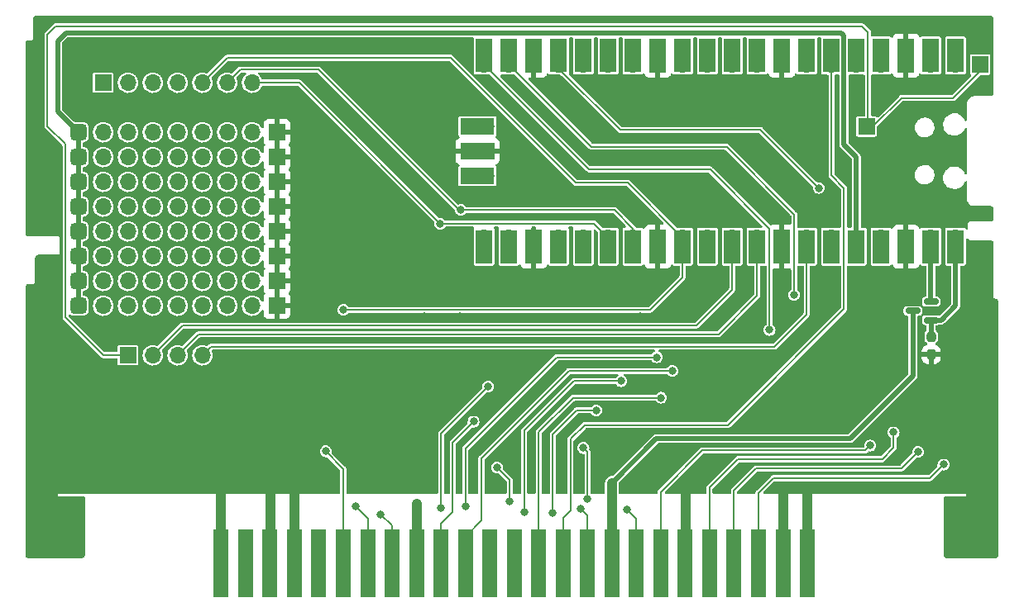
<source format=gtl>
G04 #@! TF.GenerationSoftware,KiCad,Pcbnew,(6.0.6)*
G04 #@! TF.CreationDate,2022-06-29T23:38:15+02:00*
G04 #@! TF.ProjectId,picocart64_v1_lite,7069636f-6361-4727-9436-345f76315f6c,rev?*
G04 #@! TF.SameCoordinates,Original*
G04 #@! TF.FileFunction,Copper,L1,Top*
G04 #@! TF.FilePolarity,Positive*
%FSLAX46Y46*%
G04 Gerber Fmt 4.6, Leading zero omitted, Abs format (unit mm)*
G04 Created by KiCad (PCBNEW (6.0.6)) date 2022-06-29 23:38:15*
%MOMM*%
%LPD*%
G01*
G04 APERTURE LIST*
G04 Aperture macros list*
%AMRoundRect*
0 Rectangle with rounded corners*
0 $1 Rounding radius*
0 $2 $3 $4 $5 $6 $7 $8 $9 X,Y pos of 4 corners*
0 Add a 4 corners polygon primitive as box body*
4,1,4,$2,$3,$4,$5,$6,$7,$8,$9,$2,$3,0*
0 Add four circle primitives for the rounded corners*
1,1,$1+$1,$2,$3*
1,1,$1+$1,$4,$5*
1,1,$1+$1,$6,$7*
1,1,$1+$1,$8,$9*
0 Add four rect primitives between the rounded corners*
20,1,$1+$1,$2,$3,$4,$5,0*
20,1,$1+$1,$4,$5,$6,$7,0*
20,1,$1+$1,$6,$7,$8,$9,0*
20,1,$1+$1,$8,$9,$2,$3,0*%
G04 Aperture macros list end*
G04 #@! TA.AperFunction,ComponentPad*
%ADD10C,2.500000*%
G04 #@! TD*
G04 #@! TA.AperFunction,ComponentPad*
%ADD11R,1.700000X1.700000*%
G04 #@! TD*
G04 #@! TA.AperFunction,ComponentPad*
%ADD12O,1.700000X1.700000*%
G04 #@! TD*
G04 #@! TA.AperFunction,ComponentPad*
%ADD13RoundRect,0.425000X0.425000X-0.425000X0.425000X0.425000X-0.425000X0.425000X-0.425000X-0.425000X0*%
G04 #@! TD*
G04 #@! TA.AperFunction,SMDPad,CuDef*
%ADD14RoundRect,0.237500X-0.237500X0.250000X-0.237500X-0.250000X0.237500X-0.250000X0.237500X0.250000X0*%
G04 #@! TD*
G04 #@! TA.AperFunction,SMDPad,CuDef*
%ADD15R,1.700000X3.500000*%
G04 #@! TD*
G04 #@! TA.AperFunction,SMDPad,CuDef*
%ADD16R,3.500000X1.700000*%
G04 #@! TD*
G04 #@! TA.AperFunction,SMDPad,CuDef*
%ADD17RoundRect,0.150000X0.587500X0.150000X-0.587500X0.150000X-0.587500X-0.150000X0.587500X-0.150000X0*%
G04 #@! TD*
G04 #@! TA.AperFunction,SMDPad,CuDef*
%ADD18R,1.500000X7.000000*%
G04 #@! TD*
G04 #@! TA.AperFunction,ViaPad*
%ADD19C,0.800000*%
G04 #@! TD*
G04 #@! TA.AperFunction,Conductor*
%ADD20C,1.000000*%
G04 #@! TD*
G04 #@! TA.AperFunction,Conductor*
%ADD21C,0.500000*%
G04 #@! TD*
G04 #@! TA.AperFunction,Conductor*
%ADD22C,0.203200*%
G04 #@! TD*
G04 #@! TA.AperFunction,Conductor*
%ADD23C,1.016000*%
G04 #@! TD*
G04 APERTURE END LIST*
D10*
X102850000Y-112600000D03*
X197650000Y-112600000D03*
D11*
X197939990Y-65199997D03*
X186300000Y-71550000D03*
X110705000Y-95000000D03*
D12*
X113245000Y-95000000D03*
X115785000Y-95000000D03*
X118325000Y-95000000D03*
X115785000Y-74680000D03*
X110705000Y-79760000D03*
X108165000Y-89920000D03*
X115785000Y-72140000D03*
X108165000Y-82300000D03*
X110705000Y-84840000D03*
X115785000Y-84840000D03*
X123405000Y-77220000D03*
X118325000Y-72140000D03*
X108165000Y-72140000D03*
X120865000Y-77220000D03*
X108165000Y-84840000D03*
X110705000Y-72140000D03*
X123405000Y-82300000D03*
X113245000Y-74680000D03*
X108165000Y-77220000D03*
X115785000Y-79760000D03*
X118325000Y-77220000D03*
X115785000Y-82300000D03*
X120865000Y-89920000D03*
X120865000Y-87380000D03*
X120865000Y-84840000D03*
X113245000Y-77220000D03*
X115785000Y-87380000D03*
X110705000Y-82300000D03*
X108165000Y-87380000D03*
X118325000Y-79760000D03*
X110705000Y-74680000D03*
X108165000Y-79760000D03*
X123405000Y-79760000D03*
X113245000Y-87380000D03*
X115785000Y-89920000D03*
X110705000Y-77220000D03*
X123405000Y-72140000D03*
X120865000Y-72140000D03*
X113245000Y-79760000D03*
X113245000Y-72140000D03*
X123405000Y-87380000D03*
X115785000Y-77220000D03*
X123405000Y-84840000D03*
X113245000Y-84840000D03*
X113245000Y-82300000D03*
X118325000Y-89920000D03*
X118325000Y-87380000D03*
X118325000Y-82300000D03*
X108165000Y-74680000D03*
X110705000Y-89920000D03*
X110705000Y-87380000D03*
X113245000Y-89920000D03*
X120865000Y-79760000D03*
X123405000Y-74680000D03*
X120865000Y-82300000D03*
X120865000Y-74680000D03*
X123405000Y-89920000D03*
X118325000Y-84840000D03*
X118325000Y-74680000D03*
D13*
X105625000Y-79760000D03*
X105625000Y-72140000D03*
X105625000Y-87380000D03*
X105625000Y-89920000D03*
X105625000Y-84840000D03*
X105625000Y-82300000D03*
X105625000Y-74680000D03*
X105625000Y-77220000D03*
D11*
X125945000Y-87380000D03*
X125945000Y-74680000D03*
X125945000Y-72140000D03*
X125945000Y-89920000D03*
X125945000Y-84840000D03*
X125945000Y-82300000D03*
X125945000Y-77220000D03*
X125945000Y-79760000D03*
D14*
X192925000Y-93097500D03*
X192925000Y-94922500D03*
D15*
X195418600Y-64285000D03*
D12*
X195418600Y-65185000D03*
X192878600Y-65185000D03*
D15*
X192878600Y-64285000D03*
X190338600Y-64285000D03*
D11*
X190338600Y-65185000D03*
D12*
X187798600Y-65185000D03*
D15*
X187798600Y-64285000D03*
D12*
X185258600Y-65185000D03*
D15*
X185258600Y-64285000D03*
X182718600Y-64285000D03*
D12*
X182718600Y-65185000D03*
X180178600Y-65185000D03*
D15*
X180178600Y-64285000D03*
D11*
X177638600Y-65185000D03*
D15*
X177638600Y-64285000D03*
X175098600Y-64285000D03*
D12*
X175098600Y-65185000D03*
X172558600Y-65185000D03*
D15*
X172558600Y-64285000D03*
D12*
X170018600Y-65185000D03*
D15*
X170018600Y-64285000D03*
D12*
X167478600Y-65185000D03*
D15*
X167478600Y-64285000D03*
D11*
X164938600Y-65185000D03*
D15*
X164938600Y-64285000D03*
X162398600Y-64285000D03*
D12*
X162398600Y-65185000D03*
X159858600Y-65185000D03*
D15*
X159858600Y-64285000D03*
X157318600Y-64285000D03*
D12*
X157318600Y-65185000D03*
X154778600Y-65185000D03*
D15*
X154778600Y-64285000D03*
X152238600Y-64285000D03*
D11*
X152238600Y-65185000D03*
D12*
X149698600Y-65185000D03*
D15*
X149698600Y-64285000D03*
X147158600Y-64285000D03*
D12*
X147158600Y-65185000D03*
X147158600Y-82965000D03*
D15*
X147158600Y-83865000D03*
D12*
X149698600Y-82965000D03*
D15*
X149698600Y-83865000D03*
X152238600Y-83865000D03*
D11*
X152238600Y-82965000D03*
D15*
X154778600Y-83865000D03*
D12*
X154778600Y-82965000D03*
X157318600Y-82965000D03*
D15*
X157318600Y-83865000D03*
D12*
X159858600Y-82965000D03*
D15*
X159858600Y-83865000D03*
D12*
X162398600Y-82965000D03*
D15*
X162398600Y-83865000D03*
D11*
X164938600Y-82965000D03*
D15*
X164938600Y-83865000D03*
X167478600Y-83865000D03*
D12*
X167478600Y-82965000D03*
X170018600Y-82965000D03*
D15*
X170018600Y-83865000D03*
D12*
X172558600Y-82965000D03*
D15*
X172558600Y-83865000D03*
X175098600Y-83865000D03*
D12*
X175098600Y-82965000D03*
D11*
X177638600Y-82965000D03*
D15*
X177638600Y-83865000D03*
X180178600Y-83865000D03*
D12*
X180178600Y-82965000D03*
X182718600Y-82965000D03*
D15*
X182718600Y-83865000D03*
D12*
X185258600Y-82965000D03*
D15*
X185258600Y-83865000D03*
D12*
X187798600Y-82965000D03*
D15*
X187798600Y-83865000D03*
D11*
X190338600Y-82965000D03*
D15*
X190338600Y-83865000D03*
D12*
X192878600Y-82965000D03*
D15*
X192878600Y-83865000D03*
X195418600Y-83865000D03*
D12*
X195418600Y-82965000D03*
D16*
X146488600Y-71535000D03*
D12*
X147388600Y-71535000D03*
D11*
X147388600Y-74075000D03*
D16*
X146488600Y-74075000D03*
D12*
X147388600Y-76615000D03*
D16*
X146488600Y-76615000D03*
D11*
X108165000Y-67060000D03*
D12*
X110705000Y-67060000D03*
X113245000Y-67060000D03*
X115785000Y-67060000D03*
X118325000Y-67060000D03*
X120865000Y-67060000D03*
X123405000Y-67060000D03*
D17*
X192912500Y-91410000D03*
X192912500Y-89510000D03*
X191037500Y-90460000D03*
D18*
X180241000Y-116332000D03*
X177741000Y-116332000D03*
X175241000Y-116332000D03*
X172741000Y-116332000D03*
X170241000Y-116332000D03*
X167741000Y-116332000D03*
X165241000Y-116332000D03*
X162741000Y-116332000D03*
X160241000Y-116332000D03*
X157741000Y-116332000D03*
X155241000Y-116332000D03*
X152741000Y-116332000D03*
X150241000Y-116332000D03*
X147741000Y-116332000D03*
X145241000Y-116332000D03*
X142741000Y-116332000D03*
X140241000Y-116332000D03*
X137741000Y-116332000D03*
X135241000Y-116332000D03*
X132741000Y-116332000D03*
X130241000Y-116332000D03*
X127741000Y-116332000D03*
X125241000Y-116332000D03*
X122741000Y-116332000D03*
X120241000Y-116332000D03*
D19*
X180250000Y-111350000D03*
X180250000Y-108800000D03*
X177750000Y-111350000D03*
X177750000Y-108750000D03*
X167750000Y-108800000D03*
X167750000Y-110050000D03*
X127750000Y-111350000D03*
X127750000Y-108250000D03*
X125250000Y-108150000D03*
X125250000Y-111350000D03*
X120250000Y-111350000D03*
X120250000Y-108200000D03*
X130810000Y-63336550D03*
X141075000Y-91006500D03*
X140905318Y-73660000D03*
X181610000Y-68538966D03*
X115589704Y-102837791D03*
X185420000Y-87607667D03*
X190500000Y-87630000D03*
X105410000Y-63500000D03*
X101425000Y-92053295D03*
X177380000Y-80364914D03*
X192620000Y-80364914D03*
X110490000Y-107937495D03*
X115570000Y-107917791D03*
X187960000Y-87627371D03*
X197953903Y-92060000D03*
X157275000Y-78710000D03*
X168075000Y-100110000D03*
X180047000Y-92460000D03*
X189175000Y-108563500D03*
X181375000Y-96410000D03*
X137275000Y-79010000D03*
X138825000Y-107010000D03*
X105429704Y-102870000D03*
X148475000Y-89210000D03*
X164825000Y-78010000D03*
X129150000Y-100650000D03*
X125730000Y-102814488D03*
X183075000Y-80308167D03*
X152075000Y-78610000D03*
X102356903Y-77960000D03*
X110545560Y-98779704D03*
X102322855Y-75960000D03*
X179275000Y-98910000D03*
X115570000Y-63459124D03*
X162975000Y-88210000D03*
X101384142Y-89553295D03*
X176375000Y-68410000D03*
X197872187Y-87060000D03*
X132600000Y-88300000D03*
X101596097Y-107053295D03*
X173925000Y-97460000D03*
X179075000Y-78410000D03*
X167775000Y-91006500D03*
X102288806Y-73960000D03*
X187958792Y-80395000D03*
X120650000Y-63418266D03*
X172975000Y-80710000D03*
X164075000Y-108210000D03*
X162775000Y-80110000D03*
X197831329Y-84560000D03*
X115625560Y-98760000D03*
X149775000Y-98110000D03*
X147475000Y-103710000D03*
X171295000Y-68432806D03*
X195160000Y-80336540D03*
X176175000Y-75010000D03*
X195075000Y-67260000D03*
X102390951Y-79960000D03*
X185575000Y-94510000D03*
X159875000Y-78610000D03*
X139875000Y-87910000D03*
X173835000Y-68421403D03*
X149776384Y-74510000D03*
X149748011Y-72510000D03*
X190080000Y-80393288D03*
X195875000Y-97910000D03*
X163679048Y-68410000D03*
X120669704Y-102818088D03*
X168755000Y-68432805D03*
X137375000Y-83310000D03*
X139975000Y-104010000D03*
X144675000Y-91006500D03*
X197913045Y-89560000D03*
X169125000Y-88015000D03*
X198076477Y-99560000D03*
X129200000Y-82350000D03*
X120705560Y-97738088D03*
X135890000Y-63295692D03*
X183825000Y-76010000D03*
X197994761Y-94560000D03*
X159975000Y-88610000D03*
X152075000Y-71510000D03*
X195875000Y-102870000D03*
X101465858Y-94553295D03*
X181164600Y-89208800D03*
X182880000Y-87587963D03*
X191325000Y-69760000D03*
X169531400Y-106480800D03*
X101588432Y-102053295D03*
X198124999Y-104560000D03*
X154775000Y-78610000D03*
X192175000Y-108563500D03*
X198125000Y-107060000D03*
X102425000Y-85960000D03*
X152075000Y-88910000D03*
X102425000Y-81960000D03*
X149575000Y-78610000D03*
X101547574Y-99553295D03*
X170180000Y-80400496D03*
X140946176Y-68580000D03*
X186575000Y-74260000D03*
X150075000Y-106110000D03*
X166300000Y-106050000D03*
X142075000Y-84710000D03*
X140727800Y-98251200D03*
X125730000Y-63377408D03*
X105410000Y-107950000D03*
X186075000Y-108563500D03*
X132600000Y-82200000D03*
X173975000Y-88010000D03*
X187960000Y-97759352D03*
X105465560Y-97790000D03*
X110509704Y-102857495D03*
X160775000Y-68410000D03*
X101506716Y-97053295D03*
X198035619Y-97060000D03*
X151675000Y-75810000D03*
X167640000Y-80424141D03*
X163175000Y-91006500D03*
X166179048Y-68410000D03*
X139775000Y-81410000D03*
X101596096Y-104553295D03*
X198117335Y-102060000D03*
X155575000Y-68810000D03*
X149804758Y-76510000D03*
X129200000Y-91006500D03*
X125765856Y-97734488D03*
X110490000Y-63499982D03*
X140970000Y-63254834D03*
X174225000Y-102210000D03*
X130950000Y-104850000D03*
X136575000Y-111310000D03*
X142675000Y-81510000D03*
X160241000Y-110259000D03*
X140241000Y-110259000D03*
X140241000Y-111259000D03*
X160241000Y-111252000D03*
X144775000Y-80110000D03*
X133975000Y-110510000D03*
X194175000Y-106210000D03*
X191575000Y-104910000D03*
X189075000Y-102910000D03*
X186675000Y-104260000D03*
X165275000Y-99360000D03*
X166425000Y-96610000D03*
X146075000Y-101810000D03*
X147575000Y-98210000D03*
X142750000Y-110700000D03*
X164825000Y-95210000D03*
X145250000Y-110510000D03*
X161175000Y-97660000D03*
X151275000Y-111110000D03*
X154200000Y-111200000D03*
X158625000Y-100660000D03*
X181400000Y-77855000D03*
X178875000Y-88810000D03*
X176375000Y-92410000D03*
X161775000Y-110810000D03*
X148475000Y-106510000D03*
X149775000Y-110010000D03*
X157050000Y-110750000D03*
X157750000Y-109700000D03*
X157325000Y-104510000D03*
X132750000Y-90350000D03*
D20*
X167750000Y-116000000D02*
X167750000Y-108712000D01*
X125250000Y-116000000D02*
X125250000Y-108204000D01*
X120250000Y-116000000D02*
X120250000Y-108204000D01*
X177750000Y-116000000D02*
X177750000Y-108762000D01*
X127750000Y-116000000D02*
X127750000Y-108204000D01*
X180250000Y-116000000D02*
X180250000Y-108712000D01*
D21*
X104350000Y-61950000D02*
X103500000Y-62800000D01*
X105625000Y-72140000D02*
X105625000Y-89920000D01*
X185258600Y-82965000D02*
X185258600Y-74693600D01*
X183700000Y-61950000D02*
X104350000Y-61950000D01*
X185258600Y-74693600D02*
X184000000Y-73435000D01*
X184000000Y-73435000D02*
X184000000Y-62250000D01*
X103500000Y-62800000D02*
X103500000Y-70015000D01*
X103500000Y-70015000D02*
X105625000Y-72140000D01*
X184000000Y-62250000D02*
X183700000Y-61950000D01*
D22*
X130950000Y-104850000D02*
X132741000Y-106641000D01*
X132741000Y-106641000D02*
X132741000Y-116332000D01*
X137741000Y-112476000D02*
X137741000Y-116332000D01*
X142675000Y-81510000D02*
X128225000Y-67060000D01*
X142675000Y-81510000D02*
X158403600Y-81510000D01*
X128225000Y-67060000D02*
X123405000Y-67060000D01*
X136575000Y-111310000D02*
X137741000Y-112476000D01*
X158403600Y-81510000D02*
X159858600Y-82965000D01*
D23*
X160241000Y-110259000D02*
X160241000Y-108094000D01*
D21*
X160241000Y-108094000D02*
X164775000Y-103560000D01*
X184625000Y-103560000D02*
X191037500Y-97147500D01*
X164775000Y-103560000D02*
X184625000Y-103560000D01*
D23*
X140241000Y-110259000D02*
X140241000Y-116332000D01*
D21*
X191037500Y-97147500D02*
X191037500Y-90460000D01*
D23*
X160241000Y-110259000D02*
X160241000Y-116332000D01*
D22*
X160475000Y-80110000D02*
X162398600Y-82033600D01*
X122215000Y-65710000D02*
X120865000Y-67060000D01*
X162398600Y-82033600D02*
X162398600Y-82965000D01*
X130177894Y-65710000D02*
X122215000Y-65710000D01*
X144577894Y-80110000D02*
X130177894Y-65710000D01*
X144775000Y-80110000D02*
X144577894Y-80110000D01*
X144775000Y-80110000D02*
X160475000Y-80110000D01*
X185850000Y-61300000D02*
X103300000Y-61300000D01*
X104300000Y-73355000D02*
X104300000Y-91135000D01*
X197939990Y-65860010D02*
X197939990Y-65199997D01*
X186450000Y-61900000D02*
X185850000Y-61300000D01*
X108165000Y-95000000D02*
X110705000Y-95000000D01*
X186450000Y-71400000D02*
X186450000Y-61900000D01*
X189850000Y-68650000D02*
X195150000Y-68650000D01*
X102450000Y-71505000D02*
X104300000Y-73355000D01*
X186950000Y-71550000D02*
X189850000Y-68650000D01*
X104300000Y-91135000D02*
X108165000Y-95000000D01*
X186300000Y-71550000D02*
X186950000Y-71550000D01*
X186300000Y-71550000D02*
X186450000Y-71400000D01*
X195150000Y-68650000D02*
X197939990Y-65860010D01*
X102450000Y-62150000D02*
X102450000Y-71505000D01*
X103300000Y-61300000D02*
X102450000Y-62150000D01*
X168875000Y-91960000D02*
X116285000Y-91960000D01*
X116285000Y-91960000D02*
X113245000Y-95000000D01*
X172558600Y-88276400D02*
X168875000Y-91960000D01*
X172558600Y-82965000D02*
X172558600Y-88276400D01*
X117925000Y-92860000D02*
X115785000Y-95000000D01*
X171175000Y-92860000D02*
X117925000Y-92860000D01*
X175098600Y-88936400D02*
X171175000Y-92860000D01*
X175098600Y-82965000D02*
X175098600Y-88936400D01*
X180178600Y-82965000D02*
X180178600Y-90821400D01*
X176890000Y-94110000D02*
X119215000Y-94110000D01*
X180178600Y-90821400D02*
X176890000Y-94110000D01*
X119215000Y-94110000D02*
X118325000Y-95000000D01*
D21*
X195418600Y-89916400D02*
X193925000Y-91410000D01*
X193925000Y-91410000D02*
X192912500Y-91410000D01*
X192912500Y-93085000D02*
X192925000Y-93097500D01*
X195418600Y-82965000D02*
X195418600Y-89916400D01*
X192912500Y-91410000D02*
X192912500Y-93085000D01*
X192878600Y-89476100D02*
X192912500Y-89510000D01*
X192878600Y-82965000D02*
X192878600Y-89476100D01*
D22*
X133975000Y-110510000D02*
X135241000Y-111776000D01*
X135241000Y-111776000D02*
X135241000Y-116332000D01*
X194175000Y-106210000D02*
X192775000Y-107610000D01*
X192775000Y-107610000D02*
X176725000Y-107610000D01*
X175241000Y-109094000D02*
X175241000Y-116332000D01*
X176725000Y-107610000D02*
X175241000Y-109094000D01*
X172741000Y-108844000D02*
X172741000Y-116332000D01*
X189875000Y-106610000D02*
X174975000Y-106610000D01*
X174975000Y-106610000D02*
X172741000Y-108844000D01*
X191575000Y-104910000D02*
X189875000Y-106610000D01*
X173140000Y-105660000D02*
X170241000Y-108559000D01*
X187925000Y-105660000D02*
X173140000Y-105660000D01*
X189075000Y-102910000D02*
X189075000Y-104510000D01*
X189075000Y-104510000D02*
X187925000Y-105660000D01*
X170241000Y-108559000D02*
X170241000Y-116332000D01*
X165241000Y-109009000D02*
X169490000Y-104760000D01*
X165241000Y-116332000D02*
X165241000Y-109009000D01*
X169490000Y-104760000D02*
X186175000Y-104760000D01*
X186175000Y-104760000D02*
X186675000Y-104260000D01*
X157425000Y-102160000D02*
X156000000Y-103585000D01*
X155241000Y-111659000D02*
X155241000Y-116332000D01*
X182718600Y-76568600D02*
X184000000Y-77850000D01*
X184000000Y-90250000D02*
X172090000Y-102160000D01*
X156000000Y-110900000D02*
X155241000Y-111659000D01*
X184000000Y-77850000D02*
X184000000Y-90250000D01*
X182718600Y-65185000D02*
X182718600Y-76568600D01*
X156000000Y-103585000D02*
X156000000Y-110900000D01*
X172090000Y-102160000D02*
X157425000Y-102160000D01*
X152741000Y-102894000D02*
X156275000Y-99360000D01*
X152741000Y-116332000D02*
X152741000Y-102894000D01*
X156275000Y-99360000D02*
X165275000Y-99360000D01*
X146875000Y-111948000D02*
X146875000Y-105560000D01*
X146875000Y-105560000D02*
X155825000Y-96610000D01*
X155825000Y-96610000D02*
X166425000Y-96610000D01*
X145241000Y-116332000D02*
X145241000Y-113582000D01*
X145241000Y-113582000D02*
X146875000Y-111948000D01*
X142741000Y-112259000D02*
X142741000Y-116332000D01*
X143950000Y-103935000D02*
X143950000Y-111050000D01*
X143950000Y-111050000D02*
X142741000Y-112259000D01*
X146075000Y-101810000D02*
X143950000Y-103935000D01*
X142750000Y-103035000D02*
X142750000Y-110700000D01*
X147575000Y-98210000D02*
X142750000Y-103035000D01*
X154575000Y-95210000D02*
X164825000Y-95210000D01*
X145250000Y-104535000D02*
X154575000Y-95210000D01*
X145250000Y-110510000D02*
X145250000Y-104535000D01*
X151275000Y-102710000D02*
X156325000Y-97660000D01*
X156325000Y-97660000D02*
X161175000Y-97660000D01*
X151275000Y-111110000D02*
X151275000Y-102710000D01*
X154200000Y-103085000D02*
X156625000Y-100660000D01*
X154200000Y-111200000D02*
X154200000Y-103085000D01*
X156625000Y-100660000D02*
X158625000Y-100660000D01*
X181400000Y-77855000D02*
X175445000Y-71900000D01*
X161100000Y-71900000D02*
X154778600Y-65578600D01*
X154778600Y-65578600D02*
X154778600Y-65185000D01*
X175445000Y-71900000D02*
X161100000Y-71900000D01*
X171987500Y-73650000D02*
X158163600Y-73650000D01*
X158163600Y-73650000D02*
X149698600Y-65185000D01*
X178900000Y-80562500D02*
X171987500Y-73650000D01*
X178900000Y-88785000D02*
X178900000Y-80562500D01*
X178875000Y-88810000D02*
X178900000Y-88785000D01*
X147158600Y-65185000D02*
X157923600Y-75950000D01*
X176375000Y-82033400D02*
X176375000Y-92410000D01*
X170291600Y-75950000D02*
X176375000Y-82033400D01*
X157923600Y-75950000D02*
X170291600Y-75950000D01*
X162741000Y-111776000D02*
X162741000Y-116332000D01*
X161775000Y-110810000D02*
X162741000Y-111776000D01*
X149775000Y-107810000D02*
X148475000Y-106510000D01*
X149775000Y-110010000D02*
X149775000Y-107810000D01*
X157741000Y-111441000D02*
X157741000Y-116332000D01*
X157050000Y-110750000D02*
X157741000Y-111441000D01*
X157750000Y-104935000D02*
X157325000Y-104510000D01*
X157750000Y-109700000D02*
X157750000Y-104935000D01*
X132750000Y-90350000D02*
X164135000Y-90350000D01*
X161823600Y-77310000D02*
X156510000Y-77310000D01*
X167478600Y-87006400D02*
X167478600Y-82965000D01*
X164135000Y-90350000D02*
X167478600Y-87006400D01*
X120875000Y-64510000D02*
X118325000Y-67060000D01*
X143710000Y-64510000D02*
X120875000Y-64510000D01*
X167478600Y-82965000D02*
X161823600Y-77310000D01*
X156510000Y-77310000D02*
X143710000Y-64510000D01*
G04 #@! TA.AperFunction,Conductor*
G36*
X103500000Y-109500000D02*
G01*
X106200500Y-109500000D01*
X106258691Y-109518907D01*
X106294655Y-109568407D01*
X106299500Y-109599000D01*
X106299500Y-115465983D01*
X106296982Y-115488169D01*
X106294344Y-115499641D01*
X106296739Y-115510227D01*
X106295587Y-115524697D01*
X106287294Y-115577063D01*
X106277725Y-115606518D01*
X106249419Y-115662071D01*
X106231215Y-115687128D01*
X106187128Y-115731215D01*
X106162068Y-115749421D01*
X106106521Y-115777723D01*
X106077065Y-115787294D01*
X106024499Y-115795619D01*
X106010609Y-115796701D01*
X106000359Y-115794344D01*
X105989487Y-115796804D01*
X105989207Y-115796867D01*
X105988359Y-115797059D01*
X105966512Y-115799500D01*
X100534017Y-115799500D01*
X100511831Y-115796982D01*
X100511224Y-115796842D01*
X100511222Y-115796842D01*
X100500359Y-115794344D01*
X100489773Y-115796739D01*
X100475303Y-115795587D01*
X100422937Y-115787294D01*
X100393482Y-115777725D01*
X100337929Y-115749419D01*
X100312872Y-115731215D01*
X100268785Y-115687128D01*
X100250581Y-115662071D01*
X100222275Y-115606518D01*
X100212706Y-115577065D01*
X100205281Y-115530185D01*
X100204738Y-115504672D01*
X100205655Y-115500718D01*
X100205656Y-115500000D01*
X100203096Y-115488776D01*
X100202980Y-115488266D01*
X100200500Y-115466248D01*
X100200500Y-88500000D01*
X103500000Y-88500000D01*
X103500000Y-109500000D01*
G37*
G04 #@! TD.AperFunction*
G04 #@! TA.AperFunction,Conductor*
G36*
X199799500Y-115465983D02*
G01*
X199796982Y-115488169D01*
X199794344Y-115499641D01*
X199796739Y-115510227D01*
X199795587Y-115524697D01*
X199787294Y-115577063D01*
X199777725Y-115606518D01*
X199749419Y-115662071D01*
X199731215Y-115687128D01*
X199687128Y-115731215D01*
X199662068Y-115749421D01*
X199606521Y-115777723D01*
X199577065Y-115787294D01*
X199524499Y-115795619D01*
X199510609Y-115796701D01*
X199500359Y-115794344D01*
X199489487Y-115796804D01*
X199489207Y-115796867D01*
X199488359Y-115797059D01*
X199466512Y-115799500D01*
X194534017Y-115799500D01*
X194511831Y-115796982D01*
X194511224Y-115796842D01*
X194511222Y-115796842D01*
X194500359Y-115794344D01*
X194489773Y-115796739D01*
X194475303Y-115795587D01*
X194422937Y-115787294D01*
X194393482Y-115777725D01*
X194337929Y-115749419D01*
X194312872Y-115731215D01*
X194268785Y-115687128D01*
X194250581Y-115662071D01*
X194222275Y-115606518D01*
X194212706Y-115577065D01*
X194205281Y-115530185D01*
X194204738Y-115504672D01*
X194205655Y-115500718D01*
X194205656Y-115500000D01*
X194203096Y-115488776D01*
X194202980Y-115488266D01*
X194200500Y-115466248D01*
X194200500Y-109599000D01*
X194219407Y-109540809D01*
X194268907Y-109504845D01*
X194299500Y-109500000D01*
X196500000Y-109500000D01*
X196500000Y-90000000D01*
X199799500Y-90000000D01*
X199799500Y-115465983D01*
G37*
G04 #@! TD.AperFunction*
G04 #@! TA.AperFunction,Conductor*
G36*
X156210221Y-62420502D02*
G01*
X156256714Y-62474158D01*
X156268100Y-62526500D01*
X156268100Y-65118817D01*
X156267315Y-65132862D01*
X156263120Y-65170262D01*
X156263636Y-65176405D01*
X156267658Y-65224302D01*
X156268100Y-65234846D01*
X156268100Y-66054748D01*
X156269307Y-66060814D01*
X156269307Y-66060816D01*
X156275078Y-66089827D01*
X156279733Y-66113231D01*
X156286626Y-66123547D01*
X156291478Y-66130808D01*
X156324048Y-66179552D01*
X156390369Y-66223867D01*
X156402538Y-66226288D01*
X156402539Y-66226288D01*
X156442784Y-66234293D01*
X156448852Y-66235500D01*
X157248323Y-66235500D01*
X157263242Y-66236386D01*
X157296494Y-66240351D01*
X157302629Y-66239879D01*
X157302631Y-66239879D01*
X157354717Y-66235871D01*
X157364384Y-66235500D01*
X158188348Y-66235500D01*
X158194416Y-66234293D01*
X158234661Y-66226288D01*
X158234662Y-66226288D01*
X158246831Y-66223867D01*
X158313152Y-66179552D01*
X158345722Y-66130808D01*
X158350574Y-66123547D01*
X158357467Y-66113231D01*
X158362123Y-66089827D01*
X158367893Y-66060816D01*
X158367893Y-66060814D01*
X158369100Y-66054748D01*
X158369100Y-65259373D01*
X158370094Y-65243581D01*
X158373328Y-65217978D01*
X158373771Y-65214474D01*
X158374183Y-65185000D01*
X158369701Y-65139288D01*
X158369100Y-65126994D01*
X158369100Y-62526500D01*
X158389102Y-62458379D01*
X158442758Y-62411886D01*
X158495100Y-62400500D01*
X158682100Y-62400500D01*
X158750221Y-62420502D01*
X158796714Y-62474158D01*
X158808100Y-62526500D01*
X158808100Y-65118817D01*
X158807315Y-65132862D01*
X158803120Y-65170262D01*
X158803636Y-65176405D01*
X158807658Y-65224302D01*
X158808100Y-65234846D01*
X158808100Y-66054748D01*
X158809307Y-66060814D01*
X158809307Y-66060816D01*
X158815078Y-66089827D01*
X158819733Y-66113231D01*
X158826626Y-66123547D01*
X158831478Y-66130808D01*
X158864048Y-66179552D01*
X158930369Y-66223867D01*
X158942538Y-66226288D01*
X158942539Y-66226288D01*
X158982784Y-66234293D01*
X158988852Y-66235500D01*
X159788323Y-66235500D01*
X159803242Y-66236386D01*
X159836494Y-66240351D01*
X159842629Y-66239879D01*
X159842631Y-66239879D01*
X159894717Y-66235871D01*
X159904384Y-66235500D01*
X160728348Y-66235500D01*
X160734416Y-66234293D01*
X160774661Y-66226288D01*
X160774662Y-66226288D01*
X160786831Y-66223867D01*
X160853152Y-66179552D01*
X160885722Y-66130808D01*
X160890574Y-66123547D01*
X160897467Y-66113231D01*
X160902123Y-66089827D01*
X160907893Y-66060816D01*
X160907893Y-66060814D01*
X160909100Y-66054748D01*
X160909100Y-65259373D01*
X160910094Y-65243581D01*
X160913328Y-65217978D01*
X160913771Y-65214474D01*
X160914183Y-65185000D01*
X160909701Y-65139288D01*
X160909100Y-65126994D01*
X160909100Y-62526500D01*
X160929102Y-62458379D01*
X160982758Y-62411886D01*
X161035100Y-62400500D01*
X161222100Y-62400500D01*
X161290221Y-62420502D01*
X161336714Y-62474158D01*
X161348100Y-62526500D01*
X161348100Y-65118817D01*
X161347315Y-65132862D01*
X161343120Y-65170262D01*
X161343636Y-65176405D01*
X161347658Y-65224302D01*
X161348100Y-65234846D01*
X161348100Y-66054748D01*
X161349307Y-66060814D01*
X161349307Y-66060816D01*
X161355078Y-66089827D01*
X161359733Y-66113231D01*
X161366626Y-66123547D01*
X161371478Y-66130808D01*
X161404048Y-66179552D01*
X161470369Y-66223867D01*
X161482538Y-66226288D01*
X161482539Y-66226288D01*
X161522784Y-66234293D01*
X161528852Y-66235500D01*
X162328323Y-66235500D01*
X162343242Y-66236386D01*
X162376494Y-66240351D01*
X162382629Y-66239879D01*
X162382631Y-66239879D01*
X162434717Y-66235871D01*
X162444384Y-66235500D01*
X163268348Y-66235500D01*
X163274416Y-66234293D01*
X163314661Y-66226288D01*
X163314662Y-66226288D01*
X163326831Y-66223867D01*
X163393152Y-66179552D01*
X163400043Y-66169239D01*
X163404448Y-66164834D01*
X163466760Y-66130808D01*
X163537575Y-66135873D01*
X163594411Y-66178420D01*
X163611525Y-66209699D01*
X163635276Y-66273054D01*
X163643814Y-66288649D01*
X163720315Y-66390724D01*
X163732876Y-66403285D01*
X163834951Y-66479786D01*
X163850546Y-66488324D01*
X163970994Y-66533478D01*
X163986249Y-66537105D01*
X164037114Y-66542631D01*
X164043928Y-66543000D01*
X164666485Y-66543000D01*
X164681724Y-66538525D01*
X164682929Y-66537135D01*
X164684600Y-66529452D01*
X164684600Y-63913000D01*
X164704602Y-63844879D01*
X164758258Y-63798386D01*
X164810600Y-63787000D01*
X165066600Y-63787000D01*
X165134721Y-63807002D01*
X165181214Y-63860658D01*
X165192600Y-63913000D01*
X165192600Y-66524884D01*
X165197075Y-66540123D01*
X165198465Y-66541328D01*
X165206148Y-66542999D01*
X165833269Y-66542999D01*
X165840090Y-66542629D01*
X165890952Y-66537105D01*
X165906204Y-66533479D01*
X166026654Y-66488324D01*
X166042249Y-66479786D01*
X166144324Y-66403285D01*
X166156885Y-66390724D01*
X166233386Y-66288649D01*
X166241924Y-66273054D01*
X166265675Y-66209699D01*
X166308317Y-66152935D01*
X166374878Y-66128235D01*
X166444227Y-66143443D01*
X166472752Y-66164834D01*
X166477157Y-66169239D01*
X166484048Y-66179552D01*
X166550369Y-66223867D01*
X166562538Y-66226288D01*
X166562539Y-66226288D01*
X166602784Y-66234293D01*
X166608852Y-66235500D01*
X167408323Y-66235500D01*
X167423242Y-66236386D01*
X167456494Y-66240351D01*
X167462629Y-66239879D01*
X167462631Y-66239879D01*
X167514717Y-66235871D01*
X167524384Y-66235500D01*
X168348348Y-66235500D01*
X168354416Y-66234293D01*
X168394661Y-66226288D01*
X168394662Y-66226288D01*
X168406831Y-66223867D01*
X168473152Y-66179552D01*
X168505722Y-66130808D01*
X168510574Y-66123547D01*
X168517467Y-66113231D01*
X168522123Y-66089827D01*
X168527893Y-66060816D01*
X168527893Y-66060814D01*
X168529100Y-66054748D01*
X168529100Y-65259373D01*
X168530094Y-65243581D01*
X168533328Y-65217978D01*
X168533771Y-65214474D01*
X168534183Y-65185000D01*
X168529701Y-65139288D01*
X168529100Y-65126994D01*
X168529100Y-62526500D01*
X168549102Y-62458379D01*
X168602758Y-62411886D01*
X168655100Y-62400500D01*
X168842100Y-62400500D01*
X168910221Y-62420502D01*
X168956714Y-62474158D01*
X168968100Y-62526500D01*
X168968100Y-65118817D01*
X168967315Y-65132862D01*
X168963120Y-65170262D01*
X168963636Y-65176405D01*
X168967658Y-65224302D01*
X168968100Y-65234846D01*
X168968100Y-66054748D01*
X168969307Y-66060814D01*
X168969307Y-66060816D01*
X168975078Y-66089827D01*
X168979733Y-66113231D01*
X168986626Y-66123547D01*
X168991478Y-66130808D01*
X169024048Y-66179552D01*
X169090369Y-66223867D01*
X169102538Y-66226288D01*
X169102539Y-66226288D01*
X169142784Y-66234293D01*
X169148852Y-66235500D01*
X169948323Y-66235500D01*
X169963242Y-66236386D01*
X169996494Y-66240351D01*
X170002629Y-66239879D01*
X170002631Y-66239879D01*
X170054717Y-66235871D01*
X170064384Y-66235500D01*
X170888348Y-66235500D01*
X170894416Y-66234293D01*
X170934661Y-66226288D01*
X170934662Y-66226288D01*
X170946831Y-66223867D01*
X171013152Y-66179552D01*
X171045722Y-66130808D01*
X171050574Y-66123547D01*
X171057467Y-66113231D01*
X171062123Y-66089827D01*
X171067893Y-66060816D01*
X171067893Y-66060814D01*
X171069100Y-66054748D01*
X171069100Y-65259373D01*
X171070094Y-65243581D01*
X171073328Y-65217978D01*
X171073771Y-65214474D01*
X171074183Y-65185000D01*
X171069701Y-65139288D01*
X171069100Y-65126994D01*
X171069100Y-62526500D01*
X171089102Y-62458379D01*
X171142758Y-62411886D01*
X171195100Y-62400500D01*
X171382100Y-62400500D01*
X171450221Y-62420502D01*
X171496714Y-62474158D01*
X171508100Y-62526500D01*
X171508100Y-65118817D01*
X171507315Y-65132862D01*
X171503120Y-65170262D01*
X171503636Y-65176405D01*
X171507658Y-65224302D01*
X171508100Y-65234846D01*
X171508100Y-66054748D01*
X171509307Y-66060814D01*
X171509307Y-66060816D01*
X171515078Y-66089827D01*
X171519733Y-66113231D01*
X171526626Y-66123547D01*
X171531478Y-66130808D01*
X171564048Y-66179552D01*
X171630369Y-66223867D01*
X171642538Y-66226288D01*
X171642539Y-66226288D01*
X171682784Y-66234293D01*
X171688852Y-66235500D01*
X172488323Y-66235500D01*
X172503242Y-66236386D01*
X172536494Y-66240351D01*
X172542629Y-66239879D01*
X172542631Y-66239879D01*
X172594717Y-66235871D01*
X172604384Y-66235500D01*
X173428348Y-66235500D01*
X173434416Y-66234293D01*
X173474661Y-66226288D01*
X173474662Y-66226288D01*
X173486831Y-66223867D01*
X173553152Y-66179552D01*
X173585722Y-66130808D01*
X173590574Y-66123547D01*
X173597467Y-66113231D01*
X173602123Y-66089827D01*
X173607893Y-66060816D01*
X173607893Y-66060814D01*
X173609100Y-66054748D01*
X173609100Y-65259373D01*
X173610094Y-65243581D01*
X173613328Y-65217978D01*
X173613771Y-65214474D01*
X173614183Y-65185000D01*
X173609701Y-65139288D01*
X173609100Y-65126994D01*
X173609100Y-62526500D01*
X173629102Y-62458379D01*
X173682758Y-62411886D01*
X173735100Y-62400500D01*
X173922100Y-62400500D01*
X173990221Y-62420502D01*
X174036714Y-62474158D01*
X174048100Y-62526500D01*
X174048100Y-65118817D01*
X174047315Y-65132862D01*
X174043120Y-65170262D01*
X174043636Y-65176405D01*
X174047658Y-65224302D01*
X174048100Y-65234846D01*
X174048100Y-66054748D01*
X174049307Y-66060814D01*
X174049307Y-66060816D01*
X174055078Y-66089827D01*
X174059733Y-66113231D01*
X174066626Y-66123547D01*
X174071478Y-66130808D01*
X174104048Y-66179552D01*
X174170369Y-66223867D01*
X174182538Y-66226288D01*
X174182539Y-66226288D01*
X174222784Y-66234293D01*
X174228852Y-66235500D01*
X175028323Y-66235500D01*
X175043242Y-66236386D01*
X175076494Y-66240351D01*
X175082629Y-66239879D01*
X175082631Y-66239879D01*
X175134717Y-66235871D01*
X175144384Y-66235500D01*
X175968348Y-66235500D01*
X175974416Y-66234293D01*
X176014661Y-66226288D01*
X176014662Y-66226288D01*
X176026831Y-66223867D01*
X176093152Y-66179552D01*
X176100043Y-66169239D01*
X176104448Y-66164834D01*
X176166760Y-66130808D01*
X176237575Y-66135873D01*
X176294411Y-66178420D01*
X176311525Y-66209699D01*
X176335276Y-66273054D01*
X176343814Y-66288649D01*
X176420315Y-66390724D01*
X176432876Y-66403285D01*
X176534951Y-66479786D01*
X176550546Y-66488324D01*
X176670994Y-66533478D01*
X176686249Y-66537105D01*
X176737114Y-66542631D01*
X176743928Y-66543000D01*
X177366485Y-66543000D01*
X177381724Y-66538525D01*
X177382929Y-66537135D01*
X177384600Y-66529452D01*
X177384600Y-63913000D01*
X177404602Y-63844879D01*
X177458258Y-63798386D01*
X177510600Y-63787000D01*
X177766600Y-63787000D01*
X177834721Y-63807002D01*
X177881214Y-63860658D01*
X177892600Y-63913000D01*
X177892600Y-66524884D01*
X177897075Y-66540123D01*
X177898465Y-66541328D01*
X177906148Y-66542999D01*
X178533269Y-66542999D01*
X178540090Y-66542629D01*
X178590952Y-66537105D01*
X178606204Y-66533479D01*
X178726654Y-66488324D01*
X178742249Y-66479786D01*
X178844324Y-66403285D01*
X178856885Y-66390724D01*
X178933386Y-66288649D01*
X178941924Y-66273054D01*
X178965675Y-66209699D01*
X179008317Y-66152935D01*
X179074878Y-66128235D01*
X179144227Y-66143443D01*
X179172752Y-66164834D01*
X179177157Y-66169239D01*
X179184048Y-66179552D01*
X179250369Y-66223867D01*
X179262538Y-66226288D01*
X179262539Y-66226288D01*
X179302784Y-66234293D01*
X179308852Y-66235500D01*
X180108323Y-66235500D01*
X180123242Y-66236386D01*
X180156494Y-66240351D01*
X180162629Y-66239879D01*
X180162631Y-66239879D01*
X180214717Y-66235871D01*
X180224384Y-66235500D01*
X181048348Y-66235500D01*
X181054416Y-66234293D01*
X181094661Y-66226288D01*
X181094662Y-66226288D01*
X181106831Y-66223867D01*
X181173152Y-66179552D01*
X181205722Y-66130808D01*
X181210574Y-66123547D01*
X181217467Y-66113231D01*
X181222123Y-66089827D01*
X181227893Y-66060816D01*
X181227893Y-66060814D01*
X181229100Y-66054748D01*
X181229100Y-65259373D01*
X181230094Y-65243581D01*
X181233328Y-65217978D01*
X181233771Y-65214474D01*
X181234183Y-65185000D01*
X181229701Y-65139288D01*
X181229100Y-65126994D01*
X181229100Y-62526500D01*
X181249102Y-62458379D01*
X181302758Y-62411886D01*
X181355100Y-62400500D01*
X181542100Y-62400500D01*
X181610221Y-62420502D01*
X181656714Y-62474158D01*
X181668100Y-62526500D01*
X181668100Y-65118817D01*
X181667315Y-65132862D01*
X181663120Y-65170262D01*
X181663636Y-65176405D01*
X181667658Y-65224302D01*
X181668100Y-65234846D01*
X181668100Y-66054748D01*
X181669307Y-66060814D01*
X181669307Y-66060816D01*
X181675078Y-66089827D01*
X181679733Y-66113231D01*
X181686626Y-66123547D01*
X181691478Y-66130808D01*
X181724048Y-66179552D01*
X181790369Y-66223867D01*
X181802538Y-66226288D01*
X181802539Y-66226288D01*
X181842784Y-66234293D01*
X181848852Y-66235500D01*
X182290500Y-66235500D01*
X182358621Y-66255502D01*
X182405114Y-66309158D01*
X182416500Y-66361500D01*
X182416500Y-76515922D01*
X182416300Y-76518648D01*
X182414564Y-76523704D01*
X182415635Y-76552223D01*
X182416411Y-76572903D01*
X182416500Y-76577630D01*
X182416500Y-76596697D01*
X182417384Y-76601445D01*
X182417617Y-76605039D01*
X182418138Y-76618903D01*
X182418786Y-76636166D01*
X182423378Y-76646855D01*
X182424377Y-76651285D01*
X182428103Y-76663551D01*
X182429743Y-76667801D01*
X182431873Y-76679239D01*
X182437977Y-76689141D01*
X182437979Y-76689147D01*
X182444903Y-76700379D01*
X182453408Y-76716750D01*
X182463211Y-76739568D01*
X182467243Y-76744477D01*
X182469438Y-76746672D01*
X182469441Y-76746676D01*
X182471486Y-76748931D01*
X182471333Y-76749070D01*
X182478694Y-76758381D01*
X182484822Y-76765139D01*
X182490926Y-76775042D01*
X182500184Y-76782082D01*
X182512865Y-76791725D01*
X182525692Y-76802926D01*
X183660995Y-77938229D01*
X183695021Y-78000541D01*
X183697900Y-78027324D01*
X183697900Y-81788500D01*
X183677898Y-81856621D01*
X183624242Y-81903114D01*
X183571900Y-81914500D01*
X182780689Y-81914500D01*
X182767519Y-81913810D01*
X182732098Y-81910087D01*
X182732096Y-81910087D01*
X182725969Y-81909443D01*
X182677982Y-81913810D01*
X182676103Y-81913981D01*
X182664684Y-81914500D01*
X181848852Y-81914500D01*
X181842784Y-81915707D01*
X181802539Y-81923712D01*
X181802538Y-81923712D01*
X181790369Y-81926133D01*
X181724048Y-81970448D01*
X181717157Y-81980761D01*
X181689759Y-82021765D01*
X181679733Y-82036769D01*
X181668100Y-82095252D01*
X181668100Y-82898817D01*
X181667315Y-82912862D01*
X181663807Y-82944137D01*
X181663120Y-82950262D01*
X181663636Y-82956405D01*
X181667658Y-83004302D01*
X181668100Y-83014846D01*
X181668100Y-85634748D01*
X181679733Y-85693231D01*
X181686626Y-85703547D01*
X181690803Y-85709798D01*
X181724048Y-85759552D01*
X181790369Y-85803867D01*
X181802538Y-85806288D01*
X181802539Y-85806288D01*
X181842784Y-85814293D01*
X181848852Y-85815500D01*
X183571900Y-85815500D01*
X183640021Y-85835502D01*
X183686514Y-85889158D01*
X183697900Y-85941500D01*
X183697900Y-90072676D01*
X183677898Y-90140797D01*
X183660995Y-90161771D01*
X172001771Y-101820995D01*
X171939459Y-101855021D01*
X171912676Y-101857900D01*
X157477675Y-101857900D01*
X157474950Y-101857700D01*
X157469895Y-101855964D01*
X157458271Y-101856400D01*
X157458268Y-101856400D01*
X157420697Y-101857811D01*
X157415970Y-101857900D01*
X157396903Y-101857900D01*
X157392155Y-101858784D01*
X157388561Y-101859017D01*
X157369059Y-101859749D01*
X157369057Y-101859750D01*
X157357434Y-101860186D01*
X157346745Y-101864778D01*
X157342315Y-101865777D01*
X157330049Y-101869503D01*
X157325799Y-101871143D01*
X157314361Y-101873273D01*
X157304459Y-101879377D01*
X157304453Y-101879379D01*
X157293221Y-101886303D01*
X157276850Y-101894808D01*
X157254032Y-101904611D01*
X157249123Y-101908644D01*
X157246929Y-101910838D01*
X157246919Y-101910846D01*
X157244674Y-101912882D01*
X157244536Y-101912730D01*
X157235220Y-101920094D01*
X157228463Y-101926220D01*
X157218558Y-101932326D01*
X157201869Y-101954272D01*
X157190674Y-101967093D01*
X156502576Y-102655190D01*
X155823635Y-103334131D01*
X155821561Y-103335921D01*
X155816760Y-103338268D01*
X155808848Y-103346797D01*
X155808847Y-103346798D01*
X155783266Y-103374375D01*
X155779986Y-103377780D01*
X155766515Y-103391251D01*
X155763783Y-103395234D01*
X155761421Y-103397924D01*
X155750409Y-103409796D01*
X155740223Y-103420776D01*
X155735912Y-103431581D01*
X155733484Y-103435422D01*
X155727443Y-103446736D01*
X155725600Y-103450894D01*
X155719020Y-103460487D01*
X155713287Y-103484645D01*
X155707723Y-103502237D01*
X155698520Y-103525305D01*
X155697900Y-103531628D01*
X155697900Y-103534737D01*
X155697898Y-103534756D01*
X155697750Y-103537779D01*
X155697545Y-103537769D01*
X155696167Y-103549547D01*
X155695721Y-103558665D01*
X155693034Y-103569987D01*
X155694603Y-103581516D01*
X155694603Y-103581517D01*
X155696749Y-103597285D01*
X155697900Y-103614276D01*
X155697900Y-109094000D01*
X155677898Y-109162121D01*
X155624242Y-109208614D01*
X155571900Y-109220000D01*
X154628100Y-109220000D01*
X154559979Y-109199998D01*
X154513486Y-109146342D01*
X154502100Y-109094000D01*
X154502100Y-103262324D01*
X154522102Y-103194203D01*
X154539005Y-103173229D01*
X156713229Y-100999005D01*
X156775541Y-100964979D01*
X156802324Y-100962100D01*
X158037758Y-100962100D01*
X158105879Y-100982102D01*
X158137720Y-101011396D01*
X158191691Y-101081732D01*
X158191695Y-101081736D01*
X158196718Y-101088282D01*
X158322159Y-101184536D01*
X158468238Y-101245044D01*
X158625000Y-101265682D01*
X158633188Y-101264604D01*
X158773574Y-101246122D01*
X158781762Y-101245044D01*
X158927841Y-101184536D01*
X159053282Y-101088282D01*
X159149536Y-100962841D01*
X159210044Y-100816762D01*
X159230682Y-100660000D01*
X159210044Y-100503238D01*
X159149536Y-100357159D01*
X159053282Y-100231718D01*
X158927841Y-100135464D01*
X158781762Y-100074956D01*
X158625000Y-100054318D01*
X158468238Y-100074956D01*
X158322159Y-100135464D01*
X158196718Y-100231718D01*
X158191695Y-100238264D01*
X158191691Y-100238268D01*
X158137720Y-100308604D01*
X158080382Y-100350471D01*
X158037758Y-100357900D01*
X156677678Y-100357900D01*
X156674952Y-100357700D01*
X156669896Y-100355964D01*
X156620697Y-100357811D01*
X156615970Y-100357900D01*
X156596903Y-100357900D01*
X156592155Y-100358784D01*
X156588561Y-100359017D01*
X156569059Y-100359749D01*
X156569057Y-100359750D01*
X156557434Y-100360186D01*
X156546745Y-100364778D01*
X156542315Y-100365777D01*
X156530049Y-100369503D01*
X156525799Y-100371143D01*
X156514361Y-100373273D01*
X156504459Y-100379377D01*
X156504453Y-100379379D01*
X156493221Y-100386303D01*
X156476850Y-100394808D01*
X156454032Y-100404611D01*
X156449123Y-100408643D01*
X156446928Y-100410838D01*
X156446924Y-100410841D01*
X156444669Y-100412886D01*
X156444530Y-100412733D01*
X156435219Y-100420094D01*
X156428461Y-100426222D01*
X156418558Y-100432326D01*
X156411518Y-100441584D01*
X156401875Y-100454265D01*
X156390674Y-100467092D01*
X154023635Y-102834131D01*
X154021561Y-102835921D01*
X154016760Y-102838268D01*
X154008848Y-102846797D01*
X154008847Y-102846798D01*
X153983266Y-102874375D01*
X153979986Y-102877780D01*
X153966515Y-102891251D01*
X153963783Y-102895234D01*
X153961421Y-102897924D01*
X153950409Y-102909796D01*
X153940223Y-102920776D01*
X153935912Y-102931581D01*
X153933484Y-102935422D01*
X153927443Y-102946736D01*
X153925600Y-102950894D01*
X153919020Y-102960487D01*
X153913287Y-102984645D01*
X153907723Y-103002237D01*
X153898520Y-103025305D01*
X153897900Y-103031628D01*
X153897900Y-103034737D01*
X153897898Y-103034756D01*
X153897750Y-103037779D01*
X153897545Y-103037769D01*
X153896167Y-103049547D01*
X153895721Y-103058665D01*
X153893034Y-103069987D01*
X153894603Y-103081516D01*
X153894603Y-103081517D01*
X153896749Y-103097285D01*
X153897900Y-103114276D01*
X153897900Y-109094000D01*
X153877898Y-109162121D01*
X153824242Y-109208614D01*
X153771900Y-109220000D01*
X153169100Y-109220000D01*
X153100979Y-109199998D01*
X153054486Y-109146342D01*
X153043100Y-109094000D01*
X153043100Y-103071324D01*
X153063102Y-103003203D01*
X153080005Y-102982229D01*
X156363229Y-99699005D01*
X156425541Y-99664979D01*
X156452324Y-99662100D01*
X164687758Y-99662100D01*
X164755879Y-99682102D01*
X164787720Y-99711396D01*
X164841691Y-99781732D01*
X164841695Y-99781736D01*
X164846718Y-99788282D01*
X164972159Y-99884536D01*
X165118238Y-99945044D01*
X165275000Y-99965682D01*
X165283188Y-99964604D01*
X165423574Y-99946122D01*
X165431762Y-99945044D01*
X165577841Y-99884536D01*
X165703282Y-99788282D01*
X165799536Y-99662841D01*
X165860044Y-99516762D01*
X165880682Y-99360000D01*
X165860044Y-99203238D01*
X165799536Y-99057159D01*
X165703282Y-98931718D01*
X165577841Y-98835464D01*
X165431762Y-98774956D01*
X165275000Y-98754318D01*
X165118238Y-98774956D01*
X164972159Y-98835464D01*
X164846718Y-98931718D01*
X164841695Y-98938264D01*
X164841691Y-98938268D01*
X164787720Y-99008604D01*
X164730382Y-99050471D01*
X164687758Y-99057900D01*
X156327678Y-99057900D01*
X156324952Y-99057700D01*
X156319896Y-99055964D01*
X156270697Y-99057811D01*
X156265970Y-99057900D01*
X156246903Y-99057900D01*
X156242155Y-99058784D01*
X156238561Y-99059017D01*
X156219059Y-99059749D01*
X156219057Y-99059750D01*
X156207434Y-99060186D01*
X156196745Y-99064778D01*
X156192315Y-99065777D01*
X156180049Y-99069503D01*
X156175799Y-99071143D01*
X156164361Y-99073273D01*
X156154459Y-99079377D01*
X156154453Y-99079379D01*
X156143221Y-99086303D01*
X156126850Y-99094808D01*
X156104032Y-99104611D01*
X156099123Y-99108643D01*
X156096928Y-99110838D01*
X156096924Y-99110841D01*
X156094669Y-99112886D01*
X156094530Y-99112733D01*
X156085219Y-99120094D01*
X156078461Y-99126222D01*
X156068558Y-99132326D01*
X156061518Y-99141584D01*
X156051875Y-99154265D01*
X156040674Y-99167092D01*
X152564635Y-102643131D01*
X152562561Y-102644921D01*
X152557760Y-102647268D01*
X152549848Y-102655797D01*
X152549847Y-102655798D01*
X152524266Y-102683375D01*
X152520986Y-102686780D01*
X152507515Y-102700251D01*
X152504783Y-102704234D01*
X152502421Y-102706924D01*
X152491409Y-102718796D01*
X152481223Y-102729776D01*
X152476912Y-102740581D01*
X152474484Y-102744422D01*
X152468443Y-102755736D01*
X152466600Y-102759894D01*
X152460020Y-102769487D01*
X152455563Y-102788268D01*
X152454287Y-102793645D01*
X152448723Y-102811237D01*
X152439520Y-102834305D01*
X152438900Y-102840628D01*
X152438900Y-102843737D01*
X152438898Y-102843756D01*
X152438750Y-102846779D01*
X152438545Y-102846769D01*
X152437167Y-102858547D01*
X152436721Y-102867665D01*
X152434034Y-102878987D01*
X152435603Y-102890516D01*
X152435603Y-102890517D01*
X152437749Y-102906285D01*
X152438900Y-102923276D01*
X152438900Y-109094000D01*
X152418898Y-109162121D01*
X152365242Y-109208614D01*
X152312900Y-109220000D01*
X151703100Y-109220000D01*
X151634979Y-109199998D01*
X151588486Y-109146342D01*
X151577100Y-109094000D01*
X151577100Y-102887324D01*
X151597102Y-102819203D01*
X151614005Y-102798229D01*
X156413229Y-97999005D01*
X156475541Y-97964979D01*
X156502324Y-97962100D01*
X160587758Y-97962100D01*
X160655879Y-97982102D01*
X160687720Y-98011396D01*
X160741691Y-98081732D01*
X160741695Y-98081736D01*
X160746718Y-98088282D01*
X160872159Y-98184536D01*
X161018238Y-98245044D01*
X161175000Y-98265682D01*
X161183188Y-98264604D01*
X161323574Y-98246122D01*
X161331762Y-98245044D01*
X161477841Y-98184536D01*
X161603282Y-98088282D01*
X161699536Y-97962841D01*
X161760044Y-97816762D01*
X161780682Y-97660000D01*
X161760044Y-97503238D01*
X161699536Y-97357159D01*
X161603282Y-97231718D01*
X161582384Y-97215682D01*
X161481228Y-97138063D01*
X161439361Y-97080725D01*
X161435139Y-97009854D01*
X161469903Y-96947951D01*
X161532616Y-96914670D01*
X161557932Y-96912100D01*
X165837758Y-96912100D01*
X165905879Y-96932102D01*
X165937720Y-96961396D01*
X165991691Y-97031732D01*
X165991695Y-97031736D01*
X165996718Y-97038282D01*
X166122159Y-97134536D01*
X166268238Y-97195044D01*
X166425000Y-97215682D01*
X166433188Y-97214604D01*
X166451730Y-97212163D01*
X166581762Y-97195044D01*
X166727841Y-97134536D01*
X166853282Y-97038282D01*
X166949536Y-96912841D01*
X167010044Y-96766762D01*
X167030682Y-96610000D01*
X167010044Y-96453238D01*
X166949536Y-96307159D01*
X166853282Y-96181718D01*
X166727841Y-96085464D01*
X166581762Y-96024956D01*
X166425000Y-96004318D01*
X166268238Y-96024956D01*
X166122159Y-96085464D01*
X165996718Y-96181718D01*
X165991695Y-96188264D01*
X165991691Y-96188268D01*
X165937720Y-96258604D01*
X165880382Y-96300471D01*
X165837758Y-96307900D01*
X155877675Y-96307900D01*
X155874950Y-96307700D01*
X155869895Y-96305964D01*
X155858271Y-96306400D01*
X155858268Y-96306400D01*
X155820697Y-96307811D01*
X155815970Y-96307900D01*
X155796903Y-96307900D01*
X155792155Y-96308784D01*
X155788561Y-96309017D01*
X155769059Y-96309749D01*
X155769057Y-96309750D01*
X155757434Y-96310186D01*
X155746745Y-96314778D01*
X155742315Y-96315777D01*
X155730049Y-96319503D01*
X155725799Y-96321143D01*
X155714361Y-96323273D01*
X155704459Y-96329377D01*
X155704453Y-96329379D01*
X155693221Y-96336303D01*
X155676850Y-96344808D01*
X155654032Y-96354611D01*
X155649122Y-96358644D01*
X155646928Y-96360838D01*
X155646920Y-96360845D01*
X155644672Y-96362883D01*
X155644534Y-96362731D01*
X155635219Y-96370094D01*
X155628461Y-96376222D01*
X155618558Y-96382326D01*
X155611518Y-96391584D01*
X155601875Y-96404265D01*
X155590674Y-96417092D01*
X146698635Y-105309131D01*
X146696561Y-105310921D01*
X146691760Y-105313268D01*
X146683848Y-105321797D01*
X146683847Y-105321798D01*
X146658266Y-105349375D01*
X146654986Y-105352780D01*
X146641515Y-105366251D01*
X146638783Y-105370234D01*
X146636421Y-105372924D01*
X146625409Y-105384796D01*
X146615223Y-105395776D01*
X146610912Y-105406581D01*
X146608484Y-105410422D01*
X146602443Y-105421736D01*
X146600600Y-105425894D01*
X146594020Y-105435487D01*
X146588287Y-105459645D01*
X146582723Y-105477237D01*
X146573520Y-105500305D01*
X146572900Y-105506628D01*
X146572900Y-105509737D01*
X146572898Y-105509756D01*
X146572750Y-105512779D01*
X146572545Y-105512769D01*
X146571167Y-105524547D01*
X146570721Y-105533665D01*
X146568034Y-105544987D01*
X146569603Y-105556516D01*
X146569603Y-105556517D01*
X146571749Y-105572285D01*
X146572900Y-105589276D01*
X146572900Y-109094000D01*
X146552898Y-109162121D01*
X146499242Y-109208614D01*
X146446900Y-109220000D01*
X145678100Y-109220000D01*
X145609979Y-109199998D01*
X145563486Y-109146342D01*
X145552100Y-109094000D01*
X145552100Y-104712324D01*
X145572102Y-104644203D01*
X145589005Y-104623229D01*
X154663229Y-95549005D01*
X154725541Y-95514979D01*
X154752324Y-95512100D01*
X164237758Y-95512100D01*
X164305879Y-95532102D01*
X164337720Y-95561396D01*
X164391691Y-95631732D01*
X164391695Y-95631736D01*
X164396718Y-95638282D01*
X164403264Y-95643305D01*
X164432918Y-95666059D01*
X164522159Y-95734536D01*
X164668238Y-95795044D01*
X164825000Y-95815682D01*
X164833188Y-95814604D01*
X164973574Y-95796122D01*
X164981762Y-95795044D01*
X165127841Y-95734536D01*
X165217082Y-95666059D01*
X165246736Y-95643305D01*
X165253282Y-95638282D01*
X165349536Y-95512841D01*
X165410044Y-95366762D01*
X165430682Y-95210000D01*
X165410044Y-95053238D01*
X165349536Y-94907159D01*
X165253282Y-94781718D01*
X165127841Y-94685464D01*
X165053109Y-94654509D01*
X164997828Y-94609961D01*
X164975407Y-94542597D01*
X164992965Y-94473806D01*
X165044927Y-94425428D01*
X165101327Y-94412100D01*
X176837322Y-94412100D01*
X176840048Y-94412300D01*
X176845104Y-94414036D01*
X176894304Y-94412189D01*
X176899030Y-94412100D01*
X176918097Y-94412100D01*
X176922845Y-94411216D01*
X176926439Y-94410983D01*
X176945941Y-94410251D01*
X176945943Y-94410250D01*
X176957566Y-94409814D01*
X176968255Y-94405222D01*
X176972685Y-94404223D01*
X176984951Y-94400497D01*
X176989201Y-94398857D01*
X177000639Y-94396727D01*
X177010541Y-94390623D01*
X177010547Y-94390621D01*
X177021779Y-94383697D01*
X177038150Y-94375192D01*
X177060968Y-94365389D01*
X177065877Y-94361357D01*
X177068072Y-94359162D01*
X177068076Y-94359159D01*
X177070331Y-94357114D01*
X177070470Y-94357267D01*
X177079781Y-94349906D01*
X177086539Y-94343778D01*
X177096442Y-94337674D01*
X177113125Y-94315735D01*
X177124326Y-94302908D01*
X180354965Y-91072269D01*
X180357039Y-91070479D01*
X180361840Y-91068132D01*
X180395334Y-91032025D01*
X180398614Y-91028620D01*
X180412085Y-91015149D01*
X180414817Y-91011166D01*
X180417179Y-91008476D01*
X180430465Y-90994153D01*
X180438377Y-90985624D01*
X180442688Y-90974819D01*
X180445116Y-90970978D01*
X180451158Y-90959661D01*
X180452999Y-90955506D01*
X180459580Y-90945913D01*
X180465315Y-90921749D01*
X180470878Y-90904161D01*
X180480080Y-90881095D01*
X180480700Y-90874772D01*
X180480700Y-90871667D01*
X180480702Y-90871651D01*
X180480850Y-90868621D01*
X180481055Y-90868631D01*
X180482434Y-90856852D01*
X180482880Y-90847735D01*
X180485567Y-90836413D01*
X180481851Y-90809107D01*
X180480700Y-90792117D01*
X180480700Y-85941500D01*
X180500702Y-85873379D01*
X180554358Y-85826886D01*
X180606700Y-85815500D01*
X181048348Y-85815500D01*
X181054416Y-85814293D01*
X181094661Y-85806288D01*
X181094662Y-85806288D01*
X181106831Y-85803867D01*
X181173152Y-85759552D01*
X181206397Y-85709798D01*
X181210574Y-85703547D01*
X181217467Y-85693231D01*
X181229100Y-85634748D01*
X181229100Y-83039373D01*
X181230094Y-83023581D01*
X181231890Y-83009360D01*
X181233771Y-82994474D01*
X181234038Y-82975390D01*
X181234134Y-82968522D01*
X181234134Y-82968518D01*
X181234183Y-82965000D01*
X181229701Y-82919288D01*
X181229100Y-82906994D01*
X181229100Y-82095252D01*
X181217467Y-82036769D01*
X181207442Y-82021765D01*
X181180043Y-81980761D01*
X181173152Y-81970448D01*
X181106831Y-81926133D01*
X181094662Y-81923712D01*
X181094661Y-81923712D01*
X181054416Y-81915707D01*
X181048348Y-81914500D01*
X180240689Y-81914500D01*
X180227519Y-81913810D01*
X180192098Y-81910087D01*
X180192096Y-81910087D01*
X180185969Y-81909443D01*
X180137982Y-81913810D01*
X180136103Y-81913981D01*
X180124684Y-81914500D01*
X179328100Y-81914500D01*
X179259979Y-81894498D01*
X179213486Y-81840842D01*
X179202100Y-81788500D01*
X179202100Y-80615175D01*
X179202300Y-80612450D01*
X179204036Y-80607395D01*
X179203600Y-80595771D01*
X179203600Y-80595768D01*
X179202189Y-80558197D01*
X179202100Y-80553470D01*
X179202100Y-80534403D01*
X179201216Y-80529655D01*
X179200983Y-80526061D01*
X179200251Y-80506559D01*
X179200250Y-80506557D01*
X179199814Y-80494934D01*
X179195222Y-80484245D01*
X179194223Y-80479815D01*
X179190497Y-80467549D01*
X179188857Y-80463299D01*
X179186727Y-80451861D01*
X179180623Y-80441959D01*
X179180621Y-80441953D01*
X179173697Y-80430721D01*
X179165192Y-80414350D01*
X179155389Y-80391532D01*
X179151356Y-80386623D01*
X179149162Y-80384429D01*
X179149154Y-80384419D01*
X179147118Y-80382174D01*
X179147270Y-80382036D01*
X179139906Y-80372720D01*
X179133780Y-80365963D01*
X179127674Y-80356058D01*
X179105728Y-80339369D01*
X179092907Y-80328174D01*
X172238369Y-73473635D01*
X172236579Y-73471561D01*
X172234232Y-73466760D01*
X172225409Y-73458575D01*
X172198125Y-73433266D01*
X172194720Y-73429986D01*
X172181249Y-73416515D01*
X172177266Y-73413783D01*
X172174576Y-73411421D01*
X172160253Y-73398135D01*
X172151724Y-73390223D01*
X172140919Y-73385912D01*
X172137078Y-73383484D01*
X172125764Y-73377443D01*
X172121606Y-73375600D01*
X172112013Y-73369020D01*
X172087853Y-73363286D01*
X172070263Y-73357723D01*
X172063971Y-73355213D01*
X172047195Y-73348520D01*
X172040872Y-73347900D01*
X172037763Y-73347900D01*
X172037744Y-73347898D01*
X172034721Y-73347750D01*
X172034731Y-73347545D01*
X172022953Y-73346167D01*
X172013835Y-73345721D01*
X172002513Y-73343034D01*
X171990984Y-73344603D01*
X171990983Y-73344603D01*
X171975215Y-73346749D01*
X171958224Y-73347900D01*
X158340924Y-73347900D01*
X158272803Y-73327898D01*
X158251829Y-73310995D01*
X151698929Y-66758095D01*
X151664903Y-66695783D01*
X151669968Y-66624968D01*
X151712515Y-66568132D01*
X151779035Y-66543321D01*
X151788024Y-66543000D01*
X151966485Y-66543000D01*
X151981724Y-66538525D01*
X151982929Y-66537135D01*
X151984600Y-66529452D01*
X151984600Y-63913000D01*
X152004602Y-63844879D01*
X152058258Y-63798386D01*
X152110600Y-63787000D01*
X152366600Y-63787000D01*
X152434721Y-63807002D01*
X152481214Y-63860658D01*
X152492600Y-63913000D01*
X152492600Y-66524884D01*
X152497075Y-66540123D01*
X152498465Y-66541328D01*
X152506148Y-66542999D01*
X153133269Y-66542999D01*
X153140090Y-66542629D01*
X153190952Y-66537105D01*
X153206204Y-66533479D01*
X153326654Y-66488324D01*
X153342249Y-66479786D01*
X153444324Y-66403285D01*
X153456885Y-66390724D01*
X153533386Y-66288649D01*
X153541924Y-66273054D01*
X153565675Y-66209699D01*
X153608317Y-66152935D01*
X153674878Y-66128235D01*
X153744227Y-66143443D01*
X153772752Y-66164834D01*
X153777157Y-66169239D01*
X153784048Y-66179552D01*
X153850369Y-66223867D01*
X153862538Y-66226288D01*
X153862539Y-66226288D01*
X153902784Y-66234293D01*
X153908852Y-66235500D01*
X154708323Y-66235500D01*
X154723242Y-66236386D01*
X154756494Y-66240351D01*
X154762629Y-66239879D01*
X154762631Y-66239879D01*
X154814717Y-66235871D01*
X154824384Y-66235500D01*
X154956076Y-66235500D01*
X155024197Y-66255502D01*
X155045171Y-66272405D01*
X160849131Y-72076365D01*
X160850921Y-72078439D01*
X160853268Y-72083240D01*
X160861797Y-72091152D01*
X160861798Y-72091153D01*
X160889375Y-72116734D01*
X160892780Y-72120014D01*
X160906251Y-72133485D01*
X160910234Y-72136217D01*
X160912924Y-72138579D01*
X160914456Y-72140000D01*
X160935776Y-72159777D01*
X160946581Y-72164088D01*
X160950422Y-72166516D01*
X160961739Y-72172558D01*
X160965894Y-72174399D01*
X160975487Y-72180980D01*
X160986804Y-72183666D01*
X160999651Y-72186715D01*
X161017239Y-72192278D01*
X161040305Y-72201480D01*
X161046628Y-72202100D01*
X161049733Y-72202100D01*
X161049749Y-72202102D01*
X161052779Y-72202250D01*
X161052769Y-72202455D01*
X161064548Y-72203834D01*
X161073665Y-72204280D01*
X161084987Y-72206967D01*
X161096516Y-72205398D01*
X161096517Y-72205398D01*
X161112292Y-72203251D01*
X161129283Y-72202100D01*
X175267676Y-72202100D01*
X175335797Y-72222102D01*
X175356771Y-72239005D01*
X180771141Y-77653375D01*
X180805167Y-77715687D01*
X180806968Y-77758914D01*
X180794318Y-77855000D01*
X180814956Y-78011762D01*
X180875464Y-78157841D01*
X180971718Y-78283282D01*
X181097159Y-78379536D01*
X181243238Y-78440044D01*
X181400000Y-78460682D01*
X181408188Y-78459604D01*
X181548574Y-78441122D01*
X181556762Y-78440044D01*
X181702841Y-78379536D01*
X181828282Y-78283282D01*
X181924536Y-78157841D01*
X181985044Y-78011762D01*
X182005682Y-77855000D01*
X181993389Y-77761624D01*
X181986122Y-77706426D01*
X181985044Y-77698238D01*
X181924536Y-77552159D01*
X181828282Y-77426718D01*
X181702841Y-77330464D01*
X181575053Y-77277532D01*
X181564391Y-77273116D01*
X181556762Y-77269956D01*
X181400000Y-77249318D01*
X181303915Y-77261968D01*
X181233768Y-77251029D01*
X181198375Y-77226141D01*
X175695869Y-71723635D01*
X175694079Y-71721561D01*
X175691732Y-71716760D01*
X175672723Y-71699126D01*
X175655625Y-71683266D01*
X175652220Y-71679986D01*
X175638749Y-71666515D01*
X175634766Y-71663783D01*
X175632076Y-71661421D01*
X175617753Y-71648135D01*
X175609224Y-71640223D01*
X175598419Y-71635912D01*
X175594578Y-71633484D01*
X175583264Y-71627443D01*
X175579106Y-71625600D01*
X175569513Y-71619020D01*
X175545353Y-71613286D01*
X175527763Y-71607723D01*
X175521471Y-71605213D01*
X175504695Y-71598520D01*
X175498372Y-71597900D01*
X175495263Y-71597900D01*
X175495244Y-71597898D01*
X175492221Y-71597750D01*
X175492231Y-71597545D01*
X175480453Y-71596167D01*
X175471335Y-71595721D01*
X175460013Y-71593034D01*
X175448484Y-71594603D01*
X175448483Y-71594603D01*
X175432715Y-71596749D01*
X175415724Y-71597900D01*
X161277324Y-71597900D01*
X161209203Y-71577898D01*
X161188229Y-71560995D01*
X155852314Y-66225080D01*
X155818288Y-66162768D01*
X155817830Y-66111406D01*
X155829100Y-66054748D01*
X155829100Y-65259373D01*
X155830094Y-65243581D01*
X155833328Y-65217978D01*
X155833771Y-65214474D01*
X155834183Y-65185000D01*
X155829701Y-65139288D01*
X155829100Y-65126994D01*
X155829100Y-62526500D01*
X155849102Y-62458379D01*
X155902758Y-62411886D01*
X155955100Y-62400500D01*
X156142100Y-62400500D01*
X156210221Y-62420502D01*
G37*
G04 #@! TD.AperFunction*
G04 #@! TA.AperFunction,Conductor*
G36*
X198980243Y-60202466D02*
G01*
X198985811Y-60202476D01*
X198999641Y-60205656D01*
X199010806Y-60203130D01*
X199022451Y-60204056D01*
X199072845Y-60212038D01*
X199110330Y-60224218D01*
X199158264Y-60248641D01*
X199190155Y-60271812D01*
X199228188Y-60309845D01*
X199251359Y-60341736D01*
X199275781Y-60389668D01*
X199287963Y-60427159D01*
X199295952Y-60477604D01*
X199296827Y-60488842D01*
X199294344Y-60499641D01*
X199297475Y-60513480D01*
X199297467Y-60518407D01*
X199299483Y-60536491D01*
X199297753Y-64260825D01*
X199295969Y-68101288D01*
X199295965Y-68109331D01*
X199293982Y-68126760D01*
X199293972Y-68132242D01*
X199290791Y-68146069D01*
X199293316Y-68157233D01*
X199292387Y-68168889D01*
X199284404Y-68219270D01*
X199272222Y-68256758D01*
X199247793Y-68304698D01*
X199224623Y-68336586D01*
X199186586Y-68374623D01*
X199154698Y-68397793D01*
X199106758Y-68422222D01*
X199069271Y-68434404D01*
X199043510Y-68438486D01*
X199018828Y-68442397D01*
X199007587Y-68443273D01*
X198996787Y-68440791D01*
X198982949Y-68443923D01*
X198978528Y-68443916D01*
X198959853Y-68446023D01*
X198445436Y-68447101D01*
X197337292Y-68449422D01*
X197308574Y-68446166D01*
X197300718Y-68444345D01*
X197300000Y-68444344D01*
X197293070Y-68445925D01*
X197291703Y-68446078D01*
X197278444Y-68448234D01*
X197168841Y-68459029D01*
X197162678Y-68459636D01*
X197156760Y-68461431D01*
X197156756Y-68461432D01*
X197085707Y-68482985D01*
X197030633Y-68499691D01*
X196908940Y-68564738D01*
X196904157Y-68568664D01*
X196904153Y-68568666D01*
X196812164Y-68644159D01*
X196802275Y-68652275D01*
X196798353Y-68657054D01*
X196718666Y-68754153D01*
X196718664Y-68754157D01*
X196714738Y-68758940D01*
X196649691Y-68880633D01*
X196609636Y-69012678D01*
X196609029Y-69018841D01*
X196598288Y-69127897D01*
X196597530Y-69132534D01*
X196597525Y-69135652D01*
X196597497Y-69135931D01*
X196594344Y-69149641D01*
X196597476Y-69163480D01*
X196597467Y-69168311D01*
X196599500Y-69186504D01*
X196599500Y-70873517D01*
X196579498Y-70941638D01*
X196525842Y-70988131D01*
X196455568Y-70998235D01*
X196390988Y-70968741D01*
X196355288Y-70917128D01*
X196333471Y-70857991D01*
X196331473Y-70852575D01*
X196297546Y-70795548D01*
X196226316Y-70675821D01*
X196226315Y-70675820D01*
X196223362Y-70670856D01*
X196083945Y-70511881D01*
X195917892Y-70380976D01*
X195912781Y-70378287D01*
X195912778Y-70378285D01*
X195811604Y-70325055D01*
X195730764Y-70282523D01*
X195528827Y-70219820D01*
X195514401Y-70218113D01*
X195360832Y-70199936D01*
X195360825Y-70199936D01*
X195357145Y-70199500D01*
X195234959Y-70199500D01*
X195078040Y-70213919D01*
X195072478Y-70215488D01*
X195072476Y-70215488D01*
X195016375Y-70231310D01*
X194874531Y-70271314D01*
X194869353Y-70273867D01*
X194869349Y-70273869D01*
X194761972Y-70326822D01*
X194684890Y-70364835D01*
X194677229Y-70370556D01*
X194523023Y-70485707D01*
X194515467Y-70491349D01*
X194462585Y-70548557D01*
X194401675Y-70614449D01*
X194371937Y-70646619D01*
X194368856Y-70651502D01*
X194280510Y-70791522D01*
X194259105Y-70825446D01*
X194180752Y-71021840D01*
X194179627Y-71027497D01*
X194179625Y-71027503D01*
X194142303Y-71215137D01*
X194139501Y-71229225D01*
X194139425Y-71235000D01*
X194139425Y-71235004D01*
X194138501Y-71305635D01*
X194136733Y-71440654D01*
X194137712Y-71446351D01*
X194137712Y-71446352D01*
X194166801Y-71615639D01*
X194172541Y-71649047D01*
X194245727Y-71847425D01*
X194248679Y-71852386D01*
X194248679Y-71852387D01*
X194297811Y-71934970D01*
X194353838Y-72029144D01*
X194493255Y-72188119D01*
X194659308Y-72319024D01*
X194664419Y-72321713D01*
X194664422Y-72321715D01*
X194713764Y-72347675D01*
X194846436Y-72417477D01*
X195048373Y-72480180D01*
X195054110Y-72480859D01*
X195216368Y-72500064D01*
X195216375Y-72500064D01*
X195220055Y-72500500D01*
X195342241Y-72500500D01*
X195499160Y-72486081D01*
X195504722Y-72484512D01*
X195504724Y-72484512D01*
X195570146Y-72466061D01*
X195702669Y-72428686D01*
X195707847Y-72426133D01*
X195707851Y-72426131D01*
X195887131Y-72337719D01*
X195892310Y-72335165D01*
X196061733Y-72208651D01*
X196171104Y-72090334D01*
X196201343Y-72057622D01*
X196201345Y-72057620D01*
X196205263Y-72053381D01*
X196217815Y-72033488D01*
X196315016Y-71879434D01*
X196315016Y-71879433D01*
X196318095Y-71874554D01*
X196356470Y-71778366D01*
X196400291Y-71722507D01*
X196467355Y-71699206D01*
X196536370Y-71715862D01*
X196585424Y-71767186D01*
X196599500Y-71825056D01*
X196599500Y-76323517D01*
X196579498Y-76391638D01*
X196525842Y-76438131D01*
X196455568Y-76448235D01*
X196390988Y-76418741D01*
X196355288Y-76367128D01*
X196333471Y-76307991D01*
X196331473Y-76302575D01*
X196302475Y-76253833D01*
X196226316Y-76125821D01*
X196226315Y-76125820D01*
X196223362Y-76120856D01*
X196083945Y-75961881D01*
X195917892Y-75830976D01*
X195912781Y-75828287D01*
X195912778Y-75828285D01*
X195782354Y-75759666D01*
X195730764Y-75732523D01*
X195528827Y-75669820D01*
X195499383Y-75666335D01*
X195360832Y-75649936D01*
X195360825Y-75649936D01*
X195357145Y-75649500D01*
X195234959Y-75649500D01*
X195078040Y-75663919D01*
X195072478Y-75665488D01*
X195072476Y-75665488D01*
X195041575Y-75674203D01*
X194874531Y-75721314D01*
X194869353Y-75723867D01*
X194869349Y-75723869D01*
X194748139Y-75783644D01*
X194684890Y-75814835D01*
X194515467Y-75941349D01*
X194451707Y-76010324D01*
X194401039Y-76065137D01*
X194371937Y-76096619D01*
X194368856Y-76101502D01*
X194264025Y-76267649D01*
X194259105Y-76275446D01*
X194180752Y-76471840D01*
X194179627Y-76477497D01*
X194179625Y-76477503D01*
X194140628Y-76673558D01*
X194139501Y-76679225D01*
X194139425Y-76685000D01*
X194139425Y-76685004D01*
X194138573Y-76750097D01*
X194136733Y-76890654D01*
X194137712Y-76896351D01*
X194137712Y-76896352D01*
X194156854Y-77007750D01*
X194172541Y-77099047D01*
X194245727Y-77297425D01*
X194248679Y-77302386D01*
X194248679Y-77302387D01*
X194340099Y-77456050D01*
X194353838Y-77479144D01*
X194493255Y-77638119D01*
X194659308Y-77769024D01*
X194664419Y-77771713D01*
X194664422Y-77771715D01*
X194743959Y-77813561D01*
X194846436Y-77867477D01*
X195048373Y-77930180D01*
X195054110Y-77930859D01*
X195216368Y-77950064D01*
X195216375Y-77950064D01*
X195220055Y-77950500D01*
X195342241Y-77950500D01*
X195499160Y-77936081D01*
X195504722Y-77934512D01*
X195504724Y-77934512D01*
X195560825Y-77918690D01*
X195702669Y-77878686D01*
X195707847Y-77876133D01*
X195707851Y-77876131D01*
X195887131Y-77787719D01*
X195892310Y-77785165D01*
X195998735Y-77705694D01*
X196057109Y-77662104D01*
X196057110Y-77662103D01*
X196061733Y-77658651D01*
X196205263Y-77503381D01*
X196220101Y-77479865D01*
X196315016Y-77329434D01*
X196315016Y-77329433D01*
X196318095Y-77324554D01*
X196356470Y-77228366D01*
X196400291Y-77172507D01*
X196467355Y-77149206D01*
X196536370Y-77165862D01*
X196585424Y-77217186D01*
X196599500Y-77275056D01*
X196599500Y-78962920D01*
X196597534Y-78980242D01*
X196597524Y-78985811D01*
X196594344Y-78999641D01*
X196597410Y-79013191D01*
X196597475Y-79013850D01*
X196597470Y-79016616D01*
X196598179Y-79020994D01*
X196609636Y-79137322D01*
X196611431Y-79143240D01*
X196611432Y-79143244D01*
X196616182Y-79158903D01*
X196649691Y-79269367D01*
X196714738Y-79391060D01*
X196718664Y-79395843D01*
X196718666Y-79395847D01*
X196794200Y-79487885D01*
X196802275Y-79497725D01*
X196807054Y-79501647D01*
X196904153Y-79581334D01*
X196904157Y-79581336D01*
X196908940Y-79585262D01*
X197030633Y-79650309D01*
X197085707Y-79667015D01*
X197156756Y-79688568D01*
X197156760Y-79688569D01*
X197162678Y-79690364D01*
X197277366Y-79701660D01*
X197290760Y-79703862D01*
X197292324Y-79704042D01*
X197299282Y-79705655D01*
X197300000Y-79705656D01*
X197308775Y-79703654D01*
X197336790Y-79700500D01*
X198962920Y-79700500D01*
X198980243Y-79702466D01*
X198985811Y-79702476D01*
X198999641Y-79705656D01*
X199010806Y-79703130D01*
X199022451Y-79704056D01*
X199072845Y-79712038D01*
X199110330Y-79724218D01*
X199158264Y-79748641D01*
X199190155Y-79771812D01*
X199228188Y-79809845D01*
X199251359Y-79841736D01*
X199275781Y-79889668D01*
X199287963Y-79927157D01*
X199290695Y-79944411D01*
X199295952Y-79977604D01*
X199296827Y-79988842D01*
X199294344Y-79999641D01*
X199297475Y-80013480D01*
X199297467Y-80018309D01*
X199299500Y-80036504D01*
X199299500Y-80962920D01*
X199297534Y-80980243D01*
X199297524Y-80985811D01*
X199294344Y-80999641D01*
X199296870Y-81010806D01*
X199295944Y-81022451D01*
X199287963Y-81072842D01*
X199275782Y-81110330D01*
X199253160Y-81154730D01*
X199251360Y-81158263D01*
X199228188Y-81190155D01*
X199190155Y-81228188D01*
X199158264Y-81251359D01*
X199110332Y-81275781D01*
X199072843Y-81287963D01*
X199060067Y-81289986D01*
X199022396Y-81295952D01*
X199011158Y-81296827D01*
X199000359Y-81294344D01*
X198986520Y-81297475D01*
X198981691Y-81297467D01*
X198963496Y-81299500D01*
X196905892Y-81299500D01*
X196868626Y-81299467D01*
X196868624Y-81299467D01*
X196854437Y-81299455D01*
X196841646Y-81305597D01*
X196836733Y-81306713D01*
X196829183Y-81309350D01*
X196824649Y-81311532D01*
X196810815Y-81314688D01*
X196799720Y-81323529D01*
X196794846Y-81325875D01*
X196788994Y-81329546D01*
X196784762Y-81332912D01*
X196771976Y-81339052D01*
X196763116Y-81350131D01*
X196759176Y-81353265D01*
X196753515Y-81358916D01*
X196750373Y-81362852D01*
X196739276Y-81371695D01*
X196733111Y-81384477D01*
X196729737Y-81388704D01*
X196726058Y-81394547D01*
X196723707Y-81399410D01*
X196714844Y-81410492D01*
X196711664Y-81424320D01*
X196709474Y-81428851D01*
X196706824Y-81436397D01*
X196705700Y-81441307D01*
X196699535Y-81454087D01*
X196699515Y-81477155D01*
X196697490Y-81477153D01*
X196697474Y-81477219D01*
X196699500Y-81477219D01*
X196699500Y-81494108D01*
X196699455Y-81545563D01*
X196694650Y-81545559D01*
X196694644Y-81545657D01*
X196699500Y-81545657D01*
X196699500Y-81993970D01*
X196679498Y-82062091D01*
X196625842Y-82108584D01*
X196555568Y-82118688D01*
X196490988Y-82089194D01*
X196459098Y-82044971D01*
X196457467Y-82036769D01*
X196447442Y-82021765D01*
X196420043Y-81980761D01*
X196413152Y-81970448D01*
X196346831Y-81926133D01*
X196334662Y-81923712D01*
X196334661Y-81923712D01*
X196294416Y-81915707D01*
X196288348Y-81914500D01*
X195480689Y-81914500D01*
X195467519Y-81913810D01*
X195432098Y-81910087D01*
X195432096Y-81910087D01*
X195425969Y-81909443D01*
X195377982Y-81913810D01*
X195376103Y-81913981D01*
X195364684Y-81914500D01*
X194548852Y-81914500D01*
X194542784Y-81915707D01*
X194502539Y-81923712D01*
X194502538Y-81923712D01*
X194490369Y-81926133D01*
X194424048Y-81970448D01*
X194417157Y-81980761D01*
X194389759Y-82021765D01*
X194379733Y-82036769D01*
X194368100Y-82095252D01*
X194368100Y-82898817D01*
X194367315Y-82912862D01*
X194363807Y-82944137D01*
X194363120Y-82950262D01*
X194363636Y-82956405D01*
X194367658Y-83004302D01*
X194368100Y-83014846D01*
X194368100Y-85634748D01*
X194379733Y-85693231D01*
X194386626Y-85703547D01*
X194390803Y-85709798D01*
X194424048Y-85759552D01*
X194490369Y-85803867D01*
X194502538Y-85806288D01*
X194502539Y-85806288D01*
X194542784Y-85814293D01*
X194548852Y-85815500D01*
X194842100Y-85815500D01*
X194910221Y-85835502D01*
X194956714Y-85889158D01*
X194968100Y-85941500D01*
X194968100Y-89677607D01*
X194948098Y-89745728D01*
X194931195Y-89766702D01*
X193783958Y-90913939D01*
X193721646Y-90947965D01*
X193650831Y-90942900D01*
X193639531Y-90938045D01*
X193614541Y-90925830D01*
X193601518Y-90919464D01*
X193563646Y-90913939D01*
X193537744Y-90910160D01*
X193537740Y-90910160D01*
X193533218Y-90909500D01*
X192291782Y-90909500D01*
X192287232Y-90910170D01*
X192287229Y-90910170D01*
X192232574Y-90918216D01*
X192232573Y-90918216D01*
X192222888Y-90919642D01*
X192175517Y-90942900D01*
X192127493Y-90966478D01*
X192127491Y-90966479D01*
X192118145Y-90971068D01*
X192035707Y-91053650D01*
X191984464Y-91158482D01*
X191974500Y-91226782D01*
X191974500Y-91593218D01*
X191984642Y-91662112D01*
X192003784Y-91701100D01*
X192021434Y-91737048D01*
X192036068Y-91766855D01*
X192051145Y-91781906D01*
X192110368Y-91841025D01*
X192118650Y-91849293D01*
X192128006Y-91853866D01*
X192128007Y-91853867D01*
X192160460Y-91869730D01*
X192223482Y-91900536D01*
X192253973Y-91904984D01*
X192287256Y-91909840D01*
X192287260Y-91909840D01*
X192291782Y-91910500D01*
X192336000Y-91910500D01*
X192404121Y-91930502D01*
X192450614Y-91984158D01*
X192462000Y-92036500D01*
X192462000Y-92405926D01*
X192441998Y-92474047D01*
X192410859Y-92507277D01*
X192381864Y-92528693D01*
X192381860Y-92528697D01*
X192374289Y-92534289D01*
X192368697Y-92541860D01*
X192310047Y-92621267D01*
X192296039Y-92640232D01*
X192292918Y-92649119D01*
X192292917Y-92649121D01*
X192286606Y-92667092D01*
X192252399Y-92764500D01*
X192249500Y-92795167D01*
X192249501Y-93399832D01*
X192252399Y-93430500D01*
X192296039Y-93554768D01*
X192374289Y-93660711D01*
X192473472Y-93733968D01*
X192473475Y-93733971D01*
X192480232Y-93738961D01*
X192479547Y-93739888D01*
X192523934Y-93783143D01*
X192539921Y-93852316D01*
X192515971Y-93919151D01*
X192454013Y-93964475D01*
X192376052Y-93990485D01*
X192362885Y-93996653D01*
X192227508Y-94080426D01*
X192216110Y-94089460D01*
X192103637Y-94202129D01*
X192094625Y-94213540D01*
X192011088Y-94349063D01*
X192004944Y-94362241D01*
X191954685Y-94513766D01*
X191951819Y-94527132D01*
X191942328Y-94619770D01*
X191942000Y-94626185D01*
X191942000Y-94650385D01*
X191946475Y-94665624D01*
X191947865Y-94666829D01*
X191955548Y-94668500D01*
X193889885Y-94668500D01*
X193905124Y-94664025D01*
X193906329Y-94662635D01*
X193908000Y-94654952D01*
X193908000Y-94626234D01*
X193907663Y-94619718D01*
X193897925Y-94525868D01*
X193895032Y-94512472D01*
X193844512Y-94361047D01*
X193838347Y-94347885D01*
X193754574Y-94212508D01*
X193745540Y-94201110D01*
X193632871Y-94088637D01*
X193621460Y-94079625D01*
X193485937Y-93996088D01*
X193472760Y-93989944D01*
X193396193Y-93964548D01*
X193337833Y-93924118D01*
X193310596Y-93858554D01*
X193323129Y-93788672D01*
X193370586Y-93740068D01*
X193369768Y-93738961D01*
X193376577Y-93733932D01*
X193376578Y-93733931D01*
X193475711Y-93660711D01*
X193553961Y-93554768D01*
X193597601Y-93430500D01*
X193600500Y-93399833D01*
X193600499Y-92795168D01*
X193597601Y-92764500D01*
X193595055Y-92757249D01*
X193557083Y-92649121D01*
X193557082Y-92649119D01*
X193553961Y-92640232D01*
X193539954Y-92621267D01*
X193481303Y-92541860D01*
X193475711Y-92534289D01*
X193414141Y-92488813D01*
X193371230Y-92432252D01*
X193363000Y-92387461D01*
X193363000Y-92036500D01*
X193383002Y-91968379D01*
X193436658Y-91921886D01*
X193489000Y-91910500D01*
X193533218Y-91910500D01*
X193537768Y-91909830D01*
X193537771Y-91909830D01*
X193561425Y-91906348D01*
X193602112Y-91900358D01*
X193610903Y-91896042D01*
X193610906Y-91896041D01*
X193657026Y-91873397D01*
X193712556Y-91860500D01*
X193890780Y-91860500D01*
X193905589Y-91861373D01*
X193939310Y-91865364D01*
X193948574Y-91863672D01*
X193948575Y-91863672D01*
X193997001Y-91854828D01*
X194000904Y-91854178D01*
X194049645Y-91846850D01*
X194049646Y-91846850D01*
X194058962Y-91845449D01*
X194065475Y-91842321D01*
X194072573Y-91841025D01*
X194124647Y-91813975D01*
X194128137Y-91812232D01*
X194181079Y-91786809D01*
X194186365Y-91781923D01*
X194186413Y-91781890D01*
X194192788Y-91778579D01*
X194197828Y-91774275D01*
X194235055Y-91737048D01*
X194238621Y-91733618D01*
X194273641Y-91701246D01*
X194280556Y-91694854D01*
X194284249Y-91688495D01*
X194289766Y-91682337D01*
X195712950Y-90259153D01*
X195724039Y-90249299D01*
X195743309Y-90234107D01*
X195743311Y-90234105D01*
X195750710Y-90228272D01*
X195757698Y-90218162D01*
X195784055Y-90180025D01*
X195786357Y-90176803D01*
X195788428Y-90174000D01*
X195821234Y-90129584D01*
X195823627Y-90122768D01*
X195827731Y-90116831D01*
X195832060Y-90103145D01*
X195836950Y-90087683D01*
X195845426Y-90060881D01*
X195846671Y-90057150D01*
X195862996Y-90010663D01*
X195862996Y-90010661D01*
X195866119Y-90001769D01*
X195866401Y-89994581D01*
X195866412Y-89994522D01*
X195868580Y-89987670D01*
X195869100Y-89981063D01*
X195869100Y-89928384D01*
X195869197Y-89923437D01*
X195871068Y-89875818D01*
X195871438Y-89866406D01*
X195869554Y-89859300D01*
X195869100Y-89851056D01*
X195869100Y-85941500D01*
X195889102Y-85873379D01*
X195942758Y-85826886D01*
X195995100Y-85815500D01*
X196288348Y-85815500D01*
X196294416Y-85814293D01*
X196334661Y-85806288D01*
X196334662Y-85806288D01*
X196346831Y-85803867D01*
X196413152Y-85759552D01*
X196446397Y-85709798D01*
X196450574Y-85703547D01*
X196457467Y-85693231D01*
X196469100Y-85634748D01*
X196469100Y-83123974D01*
X196489102Y-83055853D01*
X196542758Y-83009360D01*
X196613032Y-82999256D01*
X196677612Y-83028750D01*
X196708636Y-83069333D01*
X196711532Y-83075351D01*
X196714688Y-83089185D01*
X196723529Y-83100280D01*
X196725875Y-83105154D01*
X196729546Y-83111006D01*
X196732912Y-83115238D01*
X196739052Y-83128024D01*
X196750131Y-83136884D01*
X196753265Y-83140824D01*
X196758916Y-83146485D01*
X196762852Y-83149627D01*
X196771695Y-83160724D01*
X196784477Y-83166889D01*
X196788704Y-83170263D01*
X196794547Y-83173942D01*
X196799410Y-83176293D01*
X196810492Y-83185156D01*
X196824320Y-83188336D01*
X196828851Y-83190526D01*
X196836397Y-83193176D01*
X196841307Y-83194300D01*
X196854087Y-83200465D01*
X196877155Y-83200485D01*
X196877153Y-83202510D01*
X196877219Y-83202526D01*
X196877219Y-83200500D01*
X196894108Y-83200500D01*
X196945563Y-83200545D01*
X196945559Y-83205350D01*
X196945657Y-83205356D01*
X196945657Y-83200500D01*
X198962920Y-83200500D01*
X198980243Y-83202466D01*
X198985811Y-83202476D01*
X198999641Y-83205656D01*
X199010806Y-83203130D01*
X199022451Y-83204056D01*
X199072845Y-83212038D01*
X199110330Y-83224218D01*
X199158264Y-83248641D01*
X199190155Y-83271812D01*
X199228188Y-83309845D01*
X199251359Y-83341736D01*
X199255032Y-83348944D01*
X199275781Y-83389668D01*
X199287963Y-83427159D01*
X199295952Y-83477604D01*
X199296827Y-83488842D01*
X199294344Y-83499641D01*
X199297475Y-83513480D01*
X199297467Y-83518309D01*
X199299500Y-83536504D01*
X199299500Y-88994108D01*
X199299471Y-89027755D01*
X199299455Y-89045563D01*
X199305597Y-89058354D01*
X199306713Y-89063267D01*
X199309350Y-89070817D01*
X199311532Y-89075351D01*
X199314688Y-89089185D01*
X199323529Y-89100280D01*
X199325875Y-89105154D01*
X199329546Y-89111006D01*
X199332912Y-89115238D01*
X199339052Y-89128024D01*
X199350131Y-89136884D01*
X199353265Y-89140824D01*
X199358916Y-89146485D01*
X199362852Y-89149627D01*
X199371695Y-89160724D01*
X199384477Y-89166889D01*
X199388704Y-89170263D01*
X199394547Y-89173942D01*
X199399410Y-89176293D01*
X199410492Y-89185156D01*
X199424320Y-89188336D01*
X199428851Y-89190526D01*
X199436397Y-89193176D01*
X199441307Y-89194300D01*
X199454087Y-89200465D01*
X199468277Y-89200477D01*
X199473546Y-89201684D01*
X199480410Y-89202466D01*
X199485810Y-89202476D01*
X199499641Y-89205656D01*
X199510806Y-89203130D01*
X199522451Y-89204056D01*
X199572845Y-89212038D01*
X199610330Y-89224218D01*
X199658264Y-89248641D01*
X199690155Y-89271812D01*
X199728188Y-89309845D01*
X199751359Y-89341736D01*
X199775781Y-89389668D01*
X199787963Y-89427159D01*
X199795952Y-89477604D01*
X199796827Y-89488842D01*
X199794344Y-89499641D01*
X199797475Y-89513480D01*
X199797467Y-89518309D01*
X199799500Y-89536504D01*
X199799500Y-109094000D01*
X199779498Y-109162121D01*
X199725842Y-109208614D01*
X199673500Y-109220000D01*
X175846424Y-109220000D01*
X175778303Y-109199998D01*
X175731810Y-109146342D01*
X175721706Y-109076068D01*
X175751200Y-109011488D01*
X175757329Y-109004905D01*
X176813229Y-107949005D01*
X176875541Y-107914979D01*
X176902324Y-107912100D01*
X192722322Y-107912100D01*
X192725048Y-107912300D01*
X192730104Y-107914036D01*
X192779304Y-107912189D01*
X192784030Y-107912100D01*
X192803097Y-107912100D01*
X192807845Y-107911216D01*
X192811439Y-107910983D01*
X192830941Y-107910251D01*
X192830943Y-107910250D01*
X192842566Y-107909814D01*
X192853255Y-107905222D01*
X192857685Y-107904223D01*
X192869951Y-107900497D01*
X192874201Y-107898857D01*
X192885639Y-107896727D01*
X192895541Y-107890623D01*
X192895547Y-107890621D01*
X192906779Y-107883697D01*
X192923150Y-107875192D01*
X192945968Y-107865389D01*
X192950877Y-107861357D01*
X192953072Y-107859162D01*
X192953076Y-107859159D01*
X192955331Y-107857114D01*
X192955470Y-107857267D01*
X192964781Y-107849906D01*
X192971539Y-107843778D01*
X192981442Y-107837674D01*
X192998125Y-107815735D01*
X193009326Y-107802908D01*
X193973375Y-106838859D01*
X194035687Y-106804833D01*
X194078914Y-106803032D01*
X194175000Y-106815682D01*
X194183188Y-106814604D01*
X194196580Y-106812841D01*
X194331762Y-106795044D01*
X194477841Y-106734536D01*
X194603282Y-106638282D01*
X194699536Y-106512841D01*
X194760044Y-106366762D01*
X194768033Y-106306083D01*
X194779604Y-106218188D01*
X194779604Y-106218187D01*
X194780682Y-106210000D01*
X194760044Y-106053238D01*
X194699536Y-105907159D01*
X194603282Y-105781718D01*
X194477841Y-105685464D01*
X194331762Y-105624956D01*
X194175000Y-105604318D01*
X194018238Y-105624956D01*
X193872159Y-105685464D01*
X193746718Y-105781718D01*
X193650464Y-105907159D01*
X193589956Y-106053238D01*
X193569318Y-106210000D01*
X193570396Y-106218187D01*
X193581968Y-106306083D01*
X193571029Y-106376232D01*
X193546141Y-106411625D01*
X192686771Y-107270995D01*
X192624459Y-107305021D01*
X192597676Y-107307900D01*
X176777678Y-107307900D01*
X176774952Y-107307700D01*
X176769896Y-107305964D01*
X176720697Y-107307811D01*
X176715970Y-107307900D01*
X176696903Y-107307900D01*
X176692155Y-107308784D01*
X176688561Y-107309017D01*
X176669059Y-107309749D01*
X176669057Y-107309750D01*
X176657434Y-107310186D01*
X176646745Y-107314778D01*
X176642315Y-107315777D01*
X176630049Y-107319503D01*
X176625799Y-107321143D01*
X176614361Y-107323273D01*
X176604459Y-107329377D01*
X176604453Y-107329379D01*
X176593221Y-107336303D01*
X176576850Y-107344808D01*
X176554032Y-107354611D01*
X176549123Y-107358643D01*
X176546928Y-107360838D01*
X176546924Y-107360841D01*
X176544669Y-107362886D01*
X176544530Y-107362733D01*
X176535219Y-107370094D01*
X176528461Y-107376222D01*
X176518558Y-107382326D01*
X176511518Y-107391584D01*
X176501875Y-107404265D01*
X176490674Y-107417092D01*
X175064635Y-108843131D01*
X175062561Y-108844921D01*
X175057760Y-108847268D01*
X175049848Y-108855797D01*
X175049847Y-108855798D01*
X175024266Y-108883375D01*
X175020986Y-108886780D01*
X175007515Y-108900251D01*
X175004783Y-108904234D01*
X175002421Y-108906924D01*
X175000825Y-108908645D01*
X174981223Y-108929776D01*
X174976912Y-108940581D01*
X174974484Y-108944422D01*
X174968443Y-108955736D01*
X174966600Y-108959894D01*
X174960020Y-108969487D01*
X174954287Y-108993645D01*
X174948723Y-109011237D01*
X174939520Y-109034305D01*
X174938900Y-109040628D01*
X174938900Y-109043737D01*
X174938898Y-109043756D01*
X174938750Y-109046779D01*
X174938545Y-109046769D01*
X174937167Y-109058547D01*
X174936721Y-109067664D01*
X174934034Y-109078987D01*
X174935603Y-109090518D01*
X174935132Y-109100155D01*
X174911826Y-109167217D01*
X174855963Y-109211034D01*
X174809282Y-109220000D01*
X173169100Y-109220000D01*
X173100979Y-109199998D01*
X173054486Y-109146342D01*
X173043100Y-109094000D01*
X173043100Y-109021324D01*
X173063102Y-108953203D01*
X173080005Y-108932229D01*
X175063228Y-106949005D01*
X175125540Y-106914980D01*
X175152323Y-106912100D01*
X189822322Y-106912100D01*
X189825048Y-106912300D01*
X189830104Y-106914036D01*
X189879304Y-106912189D01*
X189884030Y-106912100D01*
X189903097Y-106912100D01*
X189907845Y-106911216D01*
X189911439Y-106910983D01*
X189930941Y-106910251D01*
X189930943Y-106910250D01*
X189942566Y-106909814D01*
X189953255Y-106905222D01*
X189957685Y-106904223D01*
X189969951Y-106900497D01*
X189974201Y-106898857D01*
X189985639Y-106896727D01*
X189995541Y-106890623D01*
X189995547Y-106890621D01*
X190006779Y-106883697D01*
X190023150Y-106875192D01*
X190045968Y-106865389D01*
X190050877Y-106861357D01*
X190053072Y-106859162D01*
X190053076Y-106859159D01*
X190055331Y-106857114D01*
X190055470Y-106857267D01*
X190064781Y-106849906D01*
X190071539Y-106843778D01*
X190081442Y-106837674D01*
X190098125Y-106815735D01*
X190109326Y-106802908D01*
X191373374Y-105538859D01*
X191435686Y-105504834D01*
X191478914Y-105503032D01*
X191575000Y-105515682D01*
X191583188Y-105514604D01*
X191597051Y-105512779D01*
X191731762Y-105495044D01*
X191877841Y-105434536D01*
X192003282Y-105338282D01*
X192099536Y-105212841D01*
X192160044Y-105066762D01*
X192168033Y-105006083D01*
X192178269Y-104928326D01*
X192180682Y-104910000D01*
X192160044Y-104753238D01*
X192099536Y-104607159D01*
X192025618Y-104510827D01*
X192008305Y-104488264D01*
X192003282Y-104481718D01*
X191994925Y-104475305D01*
X191967082Y-104453941D01*
X191877841Y-104385464D01*
X191731762Y-104324956D01*
X191575000Y-104304318D01*
X191418238Y-104324956D01*
X191272159Y-104385464D01*
X191182918Y-104453941D01*
X191155076Y-104475305D01*
X191146718Y-104481718D01*
X191141695Y-104488264D01*
X191124382Y-104510827D01*
X191050464Y-104607159D01*
X190989956Y-104753238D01*
X190969318Y-104910000D01*
X190981155Y-104999906D01*
X190981968Y-105006083D01*
X190971029Y-105076232D01*
X190946141Y-105111625D01*
X189786771Y-106270995D01*
X189724459Y-106305021D01*
X189697676Y-106307900D01*
X175027678Y-106307900D01*
X175024952Y-106307700D01*
X175019896Y-106305964D01*
X174970697Y-106307811D01*
X174965970Y-106307900D01*
X174946903Y-106307900D01*
X174942155Y-106308784D01*
X174938561Y-106309017D01*
X174919059Y-106309749D01*
X174919057Y-106309750D01*
X174907434Y-106310186D01*
X174896745Y-106314778D01*
X174892315Y-106315777D01*
X174880049Y-106319503D01*
X174875799Y-106321143D01*
X174864361Y-106323273D01*
X174854459Y-106329377D01*
X174854453Y-106329379D01*
X174843221Y-106336303D01*
X174826850Y-106344808D01*
X174804032Y-106354611D01*
X174799123Y-106358643D01*
X174796928Y-106360838D01*
X174796924Y-106360841D01*
X174794669Y-106362886D01*
X174794530Y-106362733D01*
X174785219Y-106370094D01*
X174778461Y-106376222D01*
X174768558Y-106382326D01*
X174761518Y-106391584D01*
X174751875Y-106404265D01*
X174740674Y-106417092D01*
X172564635Y-108593131D01*
X172562561Y-108594921D01*
X172557760Y-108597268D01*
X172549848Y-108605797D01*
X172549847Y-108605798D01*
X172524266Y-108633375D01*
X172520986Y-108636780D01*
X172507515Y-108650251D01*
X172504783Y-108654234D01*
X172502421Y-108656924D01*
X172491959Y-108668203D01*
X172481223Y-108679776D01*
X172476912Y-108690581D01*
X172474484Y-108694422D01*
X172468443Y-108705736D01*
X172466600Y-108709894D01*
X172460020Y-108719487D01*
X172454287Y-108743645D01*
X172448723Y-108761237D01*
X172439520Y-108784305D01*
X172438900Y-108790628D01*
X172438900Y-108793737D01*
X172438898Y-108793756D01*
X172438750Y-108796779D01*
X172438545Y-108796769D01*
X172437167Y-108808547D01*
X172436721Y-108817665D01*
X172434034Y-108828987D01*
X172435603Y-108840516D01*
X172435603Y-108840517D01*
X172437749Y-108856285D01*
X172438900Y-108873276D01*
X172438900Y-109094000D01*
X172418898Y-109162121D01*
X172365242Y-109208614D01*
X172312900Y-109220000D01*
X170669100Y-109220000D01*
X170600979Y-109199998D01*
X170554486Y-109146342D01*
X170543100Y-109094000D01*
X170543100Y-108736324D01*
X170563102Y-108668203D01*
X170580005Y-108647229D01*
X173228228Y-105999005D01*
X173290540Y-105964979D01*
X173317323Y-105962100D01*
X187872322Y-105962100D01*
X187875048Y-105962300D01*
X187880104Y-105964036D01*
X187929304Y-105962189D01*
X187934030Y-105962100D01*
X187953097Y-105962100D01*
X187957845Y-105961216D01*
X187961439Y-105960983D01*
X187980941Y-105960251D01*
X187980943Y-105960250D01*
X187992566Y-105959814D01*
X188003255Y-105955222D01*
X188007685Y-105954223D01*
X188019951Y-105950497D01*
X188024201Y-105948857D01*
X188035639Y-105946727D01*
X188045541Y-105940623D01*
X188045547Y-105940621D01*
X188056779Y-105933697D01*
X188073150Y-105925192D01*
X188095968Y-105915389D01*
X188100877Y-105911357D01*
X188103072Y-105909162D01*
X188103076Y-105909159D01*
X188105331Y-105907114D01*
X188105470Y-105907267D01*
X188114781Y-105899906D01*
X188121539Y-105893778D01*
X188131442Y-105887674D01*
X188148125Y-105865735D01*
X188159326Y-105852908D01*
X189251365Y-104760869D01*
X189253439Y-104759079D01*
X189258240Y-104756732D01*
X189267733Y-104746499D01*
X189291734Y-104720625D01*
X189295014Y-104717220D01*
X189308485Y-104703749D01*
X189311217Y-104699766D01*
X189313579Y-104697076D01*
X189326865Y-104682753D01*
X189334777Y-104674224D01*
X189339088Y-104663419D01*
X189341516Y-104659578D01*
X189347558Y-104648261D01*
X189349399Y-104644106D01*
X189355980Y-104634513D01*
X189361715Y-104610349D01*
X189367278Y-104592761D01*
X189376480Y-104569695D01*
X189377100Y-104563372D01*
X189377100Y-104560267D01*
X189377102Y-104560251D01*
X189377250Y-104557221D01*
X189377455Y-104557231D01*
X189378834Y-104545452D01*
X189379280Y-104536335D01*
X189381967Y-104525013D01*
X189380037Y-104510827D01*
X189378251Y-104497708D01*
X189377100Y-104480717D01*
X189377100Y-103497242D01*
X189397102Y-103429121D01*
X189426396Y-103397280D01*
X189496732Y-103343309D01*
X189496736Y-103343305D01*
X189503282Y-103338282D01*
X189599536Y-103212841D01*
X189660044Y-103066762D01*
X189680682Y-102910000D01*
X189660044Y-102753238D01*
X189599536Y-102607159D01*
X189503282Y-102481718D01*
X189377841Y-102385464D01*
X189231762Y-102324956D01*
X189075000Y-102304318D01*
X188918238Y-102324956D01*
X188772159Y-102385464D01*
X188646718Y-102481718D01*
X188550464Y-102607159D01*
X188489956Y-102753238D01*
X188469318Y-102910000D01*
X188489956Y-103066762D01*
X188550464Y-103212841D01*
X188646718Y-103338282D01*
X188653264Y-103343305D01*
X188653268Y-103343309D01*
X188723604Y-103397280D01*
X188765471Y-103454618D01*
X188772900Y-103497242D01*
X188772900Y-104332676D01*
X188752898Y-104400797D01*
X188735995Y-104421771D01*
X187836771Y-105320995D01*
X187774459Y-105355021D01*
X187747676Y-105357900D01*
X173192678Y-105357900D01*
X173189952Y-105357700D01*
X173184896Y-105355964D01*
X173135697Y-105357811D01*
X173130970Y-105357900D01*
X173111903Y-105357900D01*
X173107155Y-105358784D01*
X173103561Y-105359017D01*
X173084059Y-105359749D01*
X173084057Y-105359750D01*
X173072434Y-105360186D01*
X173061745Y-105364778D01*
X173057315Y-105365777D01*
X173045049Y-105369503D01*
X173040799Y-105371143D01*
X173029361Y-105373273D01*
X173019459Y-105379377D01*
X173019453Y-105379379D01*
X173008221Y-105386303D01*
X172991850Y-105394808D01*
X172969032Y-105404611D01*
X172964123Y-105408643D01*
X172961928Y-105410838D01*
X172961924Y-105410841D01*
X172959669Y-105412886D01*
X172959530Y-105412733D01*
X172950219Y-105420094D01*
X172943461Y-105426222D01*
X172933558Y-105432326D01*
X172926518Y-105441584D01*
X172916875Y-105454265D01*
X172905674Y-105467092D01*
X170064635Y-108308131D01*
X170062561Y-108309921D01*
X170057760Y-108312268D01*
X170049848Y-108320797D01*
X170049847Y-108320798D01*
X170024266Y-108348375D01*
X170020986Y-108351780D01*
X170007515Y-108365251D01*
X170004783Y-108369234D01*
X170002421Y-108371924D01*
X169991409Y-108383796D01*
X169981223Y-108394776D01*
X169976912Y-108405581D01*
X169974484Y-108409422D01*
X169968443Y-108420736D01*
X169966600Y-108424894D01*
X169960020Y-108434487D01*
X169954287Y-108458645D01*
X169948723Y-108476237D01*
X169939520Y-108499305D01*
X169938900Y-108505628D01*
X169938900Y-108508737D01*
X169938898Y-108508756D01*
X169938750Y-108511779D01*
X169938545Y-108511769D01*
X169937167Y-108523547D01*
X169936721Y-108532665D01*
X169934034Y-108543987D01*
X169935603Y-108555516D01*
X169935603Y-108555517D01*
X169937749Y-108571285D01*
X169938900Y-108588276D01*
X169938900Y-109094000D01*
X169918898Y-109162121D01*
X169865242Y-109208614D01*
X169812900Y-109220000D01*
X165761424Y-109220000D01*
X165693303Y-109199998D01*
X165646810Y-109146342D01*
X165636706Y-109076068D01*
X165666200Y-109011488D01*
X165672329Y-109004905D01*
X169578229Y-105099005D01*
X169640541Y-105064979D01*
X169667324Y-105062100D01*
X186122322Y-105062100D01*
X186125048Y-105062300D01*
X186130104Y-105064036D01*
X186179304Y-105062189D01*
X186184030Y-105062100D01*
X186203097Y-105062100D01*
X186207845Y-105061216D01*
X186211439Y-105060983D01*
X186230941Y-105060251D01*
X186230943Y-105060250D01*
X186242566Y-105059814D01*
X186253255Y-105055222D01*
X186257685Y-105054223D01*
X186269951Y-105050497D01*
X186274201Y-105048857D01*
X186285639Y-105046727D01*
X186295541Y-105040623D01*
X186295547Y-105040621D01*
X186306779Y-105033697D01*
X186323150Y-105025192D01*
X186345968Y-105015389D01*
X186350877Y-105011357D01*
X186353072Y-105009162D01*
X186353076Y-105009159D01*
X186355331Y-105007114D01*
X186355470Y-105007267D01*
X186364781Y-104999906D01*
X186371539Y-104993778D01*
X186381442Y-104987674D01*
X186398125Y-104965735D01*
X186409326Y-104952908D01*
X186473375Y-104888859D01*
X186535687Y-104854833D01*
X186578914Y-104853032D01*
X186675000Y-104865682D01*
X186683188Y-104864604D01*
X186823574Y-104846122D01*
X186831762Y-104845044D01*
X186977841Y-104784536D01*
X187089038Y-104699212D01*
X187096736Y-104693305D01*
X187103282Y-104688282D01*
X187199536Y-104562841D01*
X187260044Y-104416762D01*
X187280682Y-104260000D01*
X187260044Y-104103238D01*
X187199536Y-103957159D01*
X187103282Y-103831718D01*
X186977841Y-103735464D01*
X186831762Y-103674956D01*
X186675000Y-103654318D01*
X186518238Y-103674956D01*
X186372159Y-103735464D01*
X186246718Y-103831718D01*
X186150464Y-103957159D01*
X186089956Y-104103238D01*
X186069318Y-104260000D01*
X186076619Y-104315455D01*
X186065680Y-104385602D01*
X186018552Y-104438701D01*
X185951697Y-104457900D01*
X169542675Y-104457900D01*
X169539950Y-104457700D01*
X169534895Y-104455964D01*
X169523271Y-104456400D01*
X169523268Y-104456400D01*
X169485697Y-104457811D01*
X169480970Y-104457900D01*
X169461903Y-104457900D01*
X169457155Y-104458784D01*
X169453561Y-104459017D01*
X169434059Y-104459749D01*
X169434057Y-104459750D01*
X169422434Y-104460186D01*
X169411745Y-104464778D01*
X169407315Y-104465777D01*
X169395049Y-104469503D01*
X169390799Y-104471143D01*
X169379361Y-104473273D01*
X169369459Y-104479377D01*
X169369453Y-104479379D01*
X169358221Y-104486303D01*
X169341850Y-104494808D01*
X169319032Y-104504611D01*
X169314122Y-104508644D01*
X169311928Y-104510838D01*
X169311920Y-104510845D01*
X169309672Y-104512883D01*
X169309534Y-104512731D01*
X169300219Y-104520094D01*
X169293461Y-104526222D01*
X169283558Y-104532326D01*
X169276518Y-104541584D01*
X169266875Y-104554265D01*
X169255674Y-104567092D01*
X165064635Y-108758131D01*
X165062561Y-108759921D01*
X165057760Y-108762268D01*
X165049848Y-108770797D01*
X165049847Y-108770798D01*
X165024266Y-108798375D01*
X165020986Y-108801780D01*
X165007515Y-108815251D01*
X165004783Y-108819234D01*
X165002421Y-108821924D01*
X164991409Y-108833796D01*
X164981223Y-108844776D01*
X164976912Y-108855581D01*
X164974484Y-108859422D01*
X164968443Y-108870736D01*
X164966600Y-108874894D01*
X164960020Y-108884487D01*
X164954287Y-108908645D01*
X164948723Y-108926237D01*
X164939520Y-108949305D01*
X164938900Y-108955628D01*
X164938900Y-108958737D01*
X164938898Y-108958756D01*
X164938750Y-108961779D01*
X164938545Y-108961769D01*
X164937167Y-108973547D01*
X164936721Y-108982665D01*
X164934034Y-108993987D01*
X164935603Y-109005516D01*
X164935603Y-109005517D01*
X164937749Y-109021285D01*
X164938900Y-109038276D01*
X164938900Y-109094000D01*
X164918898Y-109162121D01*
X164865242Y-109208614D01*
X164812900Y-109220000D01*
X161075500Y-109220000D01*
X161007379Y-109199998D01*
X160960886Y-109146342D01*
X160949500Y-109094000D01*
X160949500Y-108074793D01*
X160969502Y-108006672D01*
X160986405Y-107985698D01*
X164924698Y-104047405D01*
X164987010Y-104013379D01*
X165013793Y-104010500D01*
X184590780Y-104010500D01*
X184605589Y-104011373D01*
X184639310Y-104015364D01*
X184648574Y-104013672D01*
X184648575Y-104013672D01*
X184697001Y-104004828D01*
X184700904Y-104004178D01*
X184749645Y-103996850D01*
X184749646Y-103996850D01*
X184758962Y-103995449D01*
X184765475Y-103992321D01*
X184772573Y-103991025D01*
X184824647Y-103963975D01*
X184828137Y-103962232D01*
X184881079Y-103936809D01*
X184886365Y-103931923D01*
X184886413Y-103931890D01*
X184892788Y-103928579D01*
X184897828Y-103924275D01*
X184935055Y-103887048D01*
X184938621Y-103883618D01*
X184973641Y-103851246D01*
X184980556Y-103844854D01*
X184984249Y-103838495D01*
X184989766Y-103832337D01*
X191331850Y-97490253D01*
X191342939Y-97480399D01*
X191362209Y-97465207D01*
X191362211Y-97465205D01*
X191369610Y-97459372D01*
X191388303Y-97432326D01*
X191402955Y-97411125D01*
X191405257Y-97407903D01*
X191434540Y-97368258D01*
X191434541Y-97368257D01*
X191440134Y-97360684D01*
X191442527Y-97353868D01*
X191446631Y-97347931D01*
X191464326Y-97291981D01*
X191465571Y-97288250D01*
X191481896Y-97241763D01*
X191481896Y-97241761D01*
X191485019Y-97232869D01*
X191485301Y-97225681D01*
X191485312Y-97225622D01*
X191487480Y-97218770D01*
X191488000Y-97212163D01*
X191488000Y-97159484D01*
X191488097Y-97154537D01*
X191489968Y-97106918D01*
X191490338Y-97097506D01*
X191488454Y-97090400D01*
X191488000Y-97082156D01*
X191488000Y-95218766D01*
X191942000Y-95218766D01*
X191942337Y-95225282D01*
X191952075Y-95319132D01*
X191954968Y-95332528D01*
X192005488Y-95483953D01*
X192011653Y-95497115D01*
X192095426Y-95632492D01*
X192104460Y-95643890D01*
X192217129Y-95756363D01*
X192228540Y-95765375D01*
X192364063Y-95848912D01*
X192377241Y-95855056D01*
X192528766Y-95905315D01*
X192542132Y-95908181D01*
X192634770Y-95917672D01*
X192641185Y-95918000D01*
X192652885Y-95918000D01*
X192668124Y-95913525D01*
X192669329Y-95912135D01*
X192671000Y-95904452D01*
X192671000Y-95899885D01*
X193179000Y-95899885D01*
X193183475Y-95915124D01*
X193184865Y-95916329D01*
X193192548Y-95918000D01*
X193208766Y-95918000D01*
X193215282Y-95917663D01*
X193309132Y-95907925D01*
X193322528Y-95905032D01*
X193473953Y-95854512D01*
X193487115Y-95848347D01*
X193622492Y-95764574D01*
X193633890Y-95755540D01*
X193746363Y-95642871D01*
X193755375Y-95631460D01*
X193838912Y-95495937D01*
X193845056Y-95482759D01*
X193895315Y-95331234D01*
X193898181Y-95317868D01*
X193907672Y-95225230D01*
X193908000Y-95218815D01*
X193908000Y-95194615D01*
X193903525Y-95179376D01*
X193902135Y-95178171D01*
X193894452Y-95176500D01*
X193197115Y-95176500D01*
X193181876Y-95180975D01*
X193180671Y-95182365D01*
X193179000Y-95190048D01*
X193179000Y-95899885D01*
X192671000Y-95899885D01*
X192671000Y-95194615D01*
X192666525Y-95179376D01*
X192665135Y-95178171D01*
X192657452Y-95176500D01*
X191960115Y-95176500D01*
X191944876Y-95180975D01*
X191943671Y-95182365D01*
X191942000Y-95190048D01*
X191942000Y-95218766D01*
X191488000Y-95218766D01*
X191488000Y-91086500D01*
X191508002Y-91018379D01*
X191561658Y-90971886D01*
X191614000Y-90960500D01*
X191658218Y-90960500D01*
X191662768Y-90959830D01*
X191662771Y-90959830D01*
X191717426Y-90951784D01*
X191717427Y-90951784D01*
X191727112Y-90950358D01*
X191785382Y-90921749D01*
X191822507Y-90903522D01*
X191822509Y-90903521D01*
X191831855Y-90898932D01*
X191894265Y-90836413D01*
X191906935Y-90823721D01*
X191906935Y-90823720D01*
X191914293Y-90816350D01*
X191965536Y-90711518D01*
X191970168Y-90679766D01*
X191974840Y-90647744D01*
X191974840Y-90647740D01*
X191975500Y-90643218D01*
X191975500Y-90276782D01*
X191973768Y-90265013D01*
X191966784Y-90217574D01*
X191966784Y-90217573D01*
X191965358Y-90207888D01*
X191932418Y-90140797D01*
X191918522Y-90112493D01*
X191918521Y-90112491D01*
X191913932Y-90103145D01*
X191865492Y-90054789D01*
X191838721Y-90028065D01*
X191838720Y-90028065D01*
X191831350Y-90020707D01*
X191811482Y-90010995D01*
X191777849Y-89994555D01*
X191726518Y-89969464D01*
X191696027Y-89965016D01*
X191662744Y-89960160D01*
X191662740Y-89960160D01*
X191658218Y-89959500D01*
X190416782Y-89959500D01*
X190412232Y-89960170D01*
X190412229Y-89960170D01*
X190357574Y-89968216D01*
X190357573Y-89968216D01*
X190347888Y-89969642D01*
X190311169Y-89987670D01*
X190252493Y-90016478D01*
X190252491Y-90016479D01*
X190243145Y-90021068D01*
X190160707Y-90103650D01*
X190156134Y-90113006D01*
X190156133Y-90113007D01*
X190144328Y-90137158D01*
X190109464Y-90208482D01*
X190099500Y-90276782D01*
X190099500Y-90643218D01*
X190100170Y-90647768D01*
X190100170Y-90647771D01*
X190108216Y-90702426D01*
X190109642Y-90712112D01*
X190121876Y-90737029D01*
X190156460Y-90807469D01*
X190161068Y-90816855D01*
X190168438Y-90824212D01*
X190231943Y-90887606D01*
X190243650Y-90899293D01*
X190253006Y-90903866D01*
X190253007Y-90903867D01*
X190282027Y-90918052D01*
X190348482Y-90950536D01*
X190376367Y-90954604D01*
X190412256Y-90959840D01*
X190412260Y-90959840D01*
X190416782Y-90960500D01*
X190461000Y-90960500D01*
X190529121Y-90980502D01*
X190575614Y-91034158D01*
X190587000Y-91086500D01*
X190587000Y-96908707D01*
X190566998Y-96976828D01*
X190550095Y-96997802D01*
X184475302Y-103072595D01*
X184412990Y-103106621D01*
X184386207Y-103109500D01*
X164809219Y-103109500D01*
X164794410Y-103108627D01*
X164791593Y-103108294D01*
X164760689Y-103104636D01*
X164751426Y-103106328D01*
X164751419Y-103106328D01*
X164702982Y-103115175D01*
X164699083Y-103115825D01*
X164676353Y-103119242D01*
X164650356Y-103123150D01*
X164650355Y-103123150D01*
X164641038Y-103124551D01*
X164634525Y-103127679D01*
X164627427Y-103128975D01*
X164575347Y-103156028D01*
X164571845Y-103157777D01*
X164527413Y-103179113D01*
X164518921Y-103183191D01*
X164513636Y-103188077D01*
X164513589Y-103188108D01*
X164507211Y-103191421D01*
X164502172Y-103195725D01*
X164464945Y-103232952D01*
X164461380Y-103236381D01*
X164419444Y-103275146D01*
X164415751Y-103281505D01*
X164410234Y-103287663D01*
X160349247Y-107348650D01*
X160286935Y-107382676D01*
X160259495Y-107385553D01*
X160158969Y-107385026D01*
X160151589Y-107386798D01*
X160151587Y-107386798D01*
X159999602Y-107423286D01*
X159999598Y-107423287D01*
X159992223Y-107425058D01*
X159839839Y-107503709D01*
X159710615Y-107616439D01*
X159612010Y-107756739D01*
X159589008Y-107815735D01*
X159557431Y-107896727D01*
X159549718Y-107916509D01*
X159532500Y-108047294D01*
X159532500Y-109094000D01*
X159512498Y-109162121D01*
X159458842Y-109208614D01*
X159406500Y-109220000D01*
X158178100Y-109220000D01*
X158109979Y-109199998D01*
X158063486Y-109146342D01*
X158052100Y-109094000D01*
X158052100Y-104987678D01*
X158052300Y-104984952D01*
X158054036Y-104979896D01*
X158052189Y-104930696D01*
X158052100Y-104925970D01*
X158052100Y-104906903D01*
X158051216Y-104902155D01*
X158050983Y-104898561D01*
X158050251Y-104879059D01*
X158050250Y-104879057D01*
X158049814Y-104867434D01*
X158045222Y-104856745D01*
X158044223Y-104852315D01*
X158040497Y-104840049D01*
X158038857Y-104835799D01*
X158036727Y-104824361D01*
X158030623Y-104814459D01*
X158030621Y-104814453D01*
X158023697Y-104803221D01*
X158015192Y-104786850D01*
X158005389Y-104764032D01*
X158001357Y-104759123D01*
X157999162Y-104756928D01*
X157999159Y-104756924D01*
X157997114Y-104754669D01*
X157997267Y-104754530D01*
X157989906Y-104745219D01*
X157983778Y-104738461D01*
X157977674Y-104728558D01*
X157967242Y-104720625D01*
X157966999Y-104720440D01*
X157965092Y-104717852D01*
X157960600Y-104712898D01*
X157961105Y-104712441D01*
X157924883Y-104663284D01*
X157918346Y-104603698D01*
X157923166Y-104567092D01*
X157930682Y-104510000D01*
X157910044Y-104353238D01*
X157849536Y-104207159D01*
X157753282Y-104081718D01*
X157627841Y-103985464D01*
X157481762Y-103924956D01*
X157463244Y-103922518D01*
X157333188Y-103905396D01*
X157325000Y-103904318D01*
X157316812Y-103905396D01*
X157186757Y-103922518D01*
X157168238Y-103924956D01*
X157022159Y-103985464D01*
X156896718Y-104081718D01*
X156800464Y-104207159D01*
X156739956Y-104353238D01*
X156719318Y-104510000D01*
X156739956Y-104666762D01*
X156800464Y-104812841D01*
X156831304Y-104853032D01*
X156889079Y-104928326D01*
X156896718Y-104938282D01*
X156903264Y-104943305D01*
X156932496Y-104965735D01*
X157022159Y-105034536D01*
X157168238Y-105095044D01*
X157325000Y-105115682D01*
X157325394Y-105115630D01*
X157390021Y-105134606D01*
X157436514Y-105188262D01*
X157447900Y-105240604D01*
X157447900Y-109094000D01*
X157427898Y-109162121D01*
X157374242Y-109208614D01*
X157321900Y-109220000D01*
X156428100Y-109220000D01*
X156359979Y-109199998D01*
X156313486Y-109146342D01*
X156302100Y-109094000D01*
X156302100Y-103762324D01*
X156322102Y-103694203D01*
X156339005Y-103673229D01*
X157513229Y-102499005D01*
X157575541Y-102464979D01*
X157602324Y-102462100D01*
X172037322Y-102462100D01*
X172040048Y-102462300D01*
X172045104Y-102464036D01*
X172094304Y-102462189D01*
X172099030Y-102462100D01*
X172118097Y-102462100D01*
X172122845Y-102461216D01*
X172126439Y-102460983D01*
X172145941Y-102460251D01*
X172145943Y-102460250D01*
X172157566Y-102459814D01*
X172168255Y-102455222D01*
X172172685Y-102454223D01*
X172184951Y-102450497D01*
X172189201Y-102448857D01*
X172200639Y-102446727D01*
X172210541Y-102440623D01*
X172210547Y-102440621D01*
X172221779Y-102433697D01*
X172238150Y-102425192D01*
X172260968Y-102415389D01*
X172265877Y-102411357D01*
X172268072Y-102409162D01*
X172268076Y-102409159D01*
X172270331Y-102407114D01*
X172270470Y-102407267D01*
X172279781Y-102399906D01*
X172286539Y-102393778D01*
X172296442Y-102387674D01*
X172313125Y-102365735D01*
X172324326Y-102352908D01*
X184176365Y-90500869D01*
X184178439Y-90499079D01*
X184183240Y-90496732D01*
X184216734Y-90460625D01*
X184220014Y-90457220D01*
X184233485Y-90443749D01*
X184236217Y-90439766D01*
X184238579Y-90437076D01*
X184251867Y-90422752D01*
X184251869Y-90422749D01*
X184259777Y-90414224D01*
X184264087Y-90403422D01*
X184266517Y-90399577D01*
X184272557Y-90388265D01*
X184274400Y-90384106D01*
X184280981Y-90374513D01*
X184286714Y-90350353D01*
X184292279Y-90332760D01*
X184298184Y-90317959D01*
X184298186Y-90317952D01*
X184301480Y-90309695D01*
X184302100Y-90303372D01*
X184302100Y-90300267D01*
X184302102Y-90300251D01*
X184302250Y-90297221D01*
X184302455Y-90297231D01*
X184303835Y-90285441D01*
X184304280Y-90276334D01*
X184306967Y-90265013D01*
X184304829Y-90249299D01*
X184303251Y-90237708D01*
X184302100Y-90220717D01*
X184302100Y-85941500D01*
X184322102Y-85873379D01*
X184375758Y-85826886D01*
X184428100Y-85815500D01*
X186128348Y-85815500D01*
X186134416Y-85814293D01*
X186174661Y-85806288D01*
X186174662Y-85806288D01*
X186186831Y-85803867D01*
X186253152Y-85759552D01*
X186286397Y-85709798D01*
X186290574Y-85703547D01*
X186297467Y-85693231D01*
X186309100Y-85634748D01*
X186309100Y-83039373D01*
X186310094Y-83023581D01*
X186311890Y-83009360D01*
X186313771Y-82994474D01*
X186314038Y-82975390D01*
X186314134Y-82968522D01*
X186314134Y-82968518D01*
X186314183Y-82965000D01*
X186312738Y-82950262D01*
X186743120Y-82950262D01*
X186743636Y-82956405D01*
X186747658Y-83004302D01*
X186748100Y-83014846D01*
X186748100Y-85634748D01*
X186759733Y-85693231D01*
X186766626Y-85703547D01*
X186770803Y-85709798D01*
X186804048Y-85759552D01*
X186870369Y-85803867D01*
X186882538Y-85806288D01*
X186882539Y-85806288D01*
X186922784Y-85814293D01*
X186928852Y-85815500D01*
X188668348Y-85815500D01*
X188674416Y-85814293D01*
X188714661Y-85806288D01*
X188714662Y-85806288D01*
X188726831Y-85803867D01*
X188793152Y-85759552D01*
X188800043Y-85749239D01*
X188804448Y-85744834D01*
X188866760Y-85710808D01*
X188937575Y-85715873D01*
X188994411Y-85758420D01*
X189011525Y-85789699D01*
X189035276Y-85853054D01*
X189043814Y-85868649D01*
X189120315Y-85970724D01*
X189132876Y-85983285D01*
X189234951Y-86059786D01*
X189250546Y-86068324D01*
X189370994Y-86113478D01*
X189386249Y-86117105D01*
X189437114Y-86122631D01*
X189443928Y-86123000D01*
X190066485Y-86123000D01*
X190081724Y-86118525D01*
X190082929Y-86117135D01*
X190084600Y-86109452D01*
X190084600Y-86104884D01*
X190592600Y-86104884D01*
X190597075Y-86120123D01*
X190598465Y-86121328D01*
X190606148Y-86122999D01*
X191233269Y-86122999D01*
X191240090Y-86122629D01*
X191290952Y-86117105D01*
X191306204Y-86113479D01*
X191426654Y-86068324D01*
X191442249Y-86059786D01*
X191544324Y-85983285D01*
X191556885Y-85970724D01*
X191633386Y-85868649D01*
X191641924Y-85853054D01*
X191665675Y-85789699D01*
X191708317Y-85732935D01*
X191774878Y-85708235D01*
X191844227Y-85723443D01*
X191872752Y-85744834D01*
X191877157Y-85749239D01*
X191884048Y-85759552D01*
X191950369Y-85803867D01*
X191962538Y-85806288D01*
X191962539Y-85806288D01*
X192002784Y-85814293D01*
X192008852Y-85815500D01*
X192302100Y-85815500D01*
X192370221Y-85835502D01*
X192416714Y-85889158D01*
X192428100Y-85941500D01*
X192428100Y-88883500D01*
X192408098Y-88951621D01*
X192354442Y-88998114D01*
X192302100Y-89009500D01*
X192291782Y-89009500D01*
X192287232Y-89010170D01*
X192287229Y-89010170D01*
X192232574Y-89018216D01*
X192232573Y-89018216D01*
X192222888Y-89019642D01*
X192198993Y-89031374D01*
X192127493Y-89066478D01*
X192127491Y-89066479D01*
X192118145Y-89071068D01*
X192110787Y-89078438D01*
X192110788Y-89078438D01*
X192045720Y-89143620D01*
X192035707Y-89153650D01*
X192031134Y-89163006D01*
X192031133Y-89163007D01*
X192020016Y-89185750D01*
X191984464Y-89258482D01*
X191974500Y-89326782D01*
X191974500Y-89693218D01*
X191975170Y-89697768D01*
X191975170Y-89697771D01*
X191983216Y-89752426D01*
X191984642Y-89762112D01*
X192036068Y-89866855D01*
X192118650Y-89949293D01*
X192128006Y-89953866D01*
X192128007Y-89953867D01*
X192140902Y-89960170D01*
X192223482Y-90000536D01*
X192250743Y-90004513D01*
X192287256Y-90009840D01*
X192287260Y-90009840D01*
X192291782Y-90010500D01*
X193533218Y-90010500D01*
X193537768Y-90009830D01*
X193537771Y-90009830D01*
X193592426Y-90001784D01*
X193592427Y-90001784D01*
X193602112Y-90000358D01*
X193656286Y-89973760D01*
X193697507Y-89953522D01*
X193697509Y-89953521D01*
X193706855Y-89948932D01*
X193789293Y-89866350D01*
X193840536Y-89761518D01*
X193850500Y-89693218D01*
X193850500Y-89326782D01*
X193841871Y-89268162D01*
X193841784Y-89267574D01*
X193841784Y-89267573D01*
X193840358Y-89257888D01*
X193815860Y-89207992D01*
X193793522Y-89162493D01*
X193793521Y-89162491D01*
X193788932Y-89153145D01*
X193706350Y-89070707D01*
X193691130Y-89063267D01*
X193644733Y-89040588D01*
X193601518Y-89019464D01*
X193571027Y-89015016D01*
X193537744Y-89010160D01*
X193537740Y-89010160D01*
X193533218Y-89009500D01*
X193455100Y-89009500D01*
X193386979Y-88989498D01*
X193340486Y-88935842D01*
X193329100Y-88883500D01*
X193329100Y-85941500D01*
X193349102Y-85873379D01*
X193402758Y-85826886D01*
X193455100Y-85815500D01*
X193748348Y-85815500D01*
X193754416Y-85814293D01*
X193794661Y-85806288D01*
X193794662Y-85806288D01*
X193806831Y-85803867D01*
X193873152Y-85759552D01*
X193906397Y-85709798D01*
X193910574Y-85703547D01*
X193917467Y-85693231D01*
X193929100Y-85634748D01*
X193929100Y-83039373D01*
X193930094Y-83023581D01*
X193931890Y-83009360D01*
X193933771Y-82994474D01*
X193934038Y-82975390D01*
X193934134Y-82968522D01*
X193934134Y-82968518D01*
X193934183Y-82965000D01*
X193929701Y-82919288D01*
X193929100Y-82906994D01*
X193929100Y-82095252D01*
X193917467Y-82036769D01*
X193907442Y-82021765D01*
X193880043Y-81980761D01*
X193873152Y-81970448D01*
X193806831Y-81926133D01*
X193794662Y-81923712D01*
X193794661Y-81923712D01*
X193754416Y-81915707D01*
X193748348Y-81914500D01*
X192940689Y-81914500D01*
X192927519Y-81913810D01*
X192892098Y-81910087D01*
X192892096Y-81910087D01*
X192885969Y-81909443D01*
X192837982Y-81913810D01*
X192836103Y-81913981D01*
X192824684Y-81914500D01*
X192008852Y-81914500D01*
X192002784Y-81915707D01*
X191962539Y-81923712D01*
X191962538Y-81923712D01*
X191950369Y-81926133D01*
X191884048Y-81970448D01*
X191877157Y-81980761D01*
X191872752Y-81985166D01*
X191810440Y-82019192D01*
X191739625Y-82014127D01*
X191682789Y-81971580D01*
X191665675Y-81940301D01*
X191641924Y-81876946D01*
X191633386Y-81861351D01*
X191556885Y-81759276D01*
X191544324Y-81746715D01*
X191442249Y-81670214D01*
X191426654Y-81661676D01*
X191306206Y-81616522D01*
X191290951Y-81612895D01*
X191240086Y-81607369D01*
X191233272Y-81607000D01*
X190610715Y-81607000D01*
X190595476Y-81611475D01*
X190594271Y-81612865D01*
X190592600Y-81620548D01*
X190592600Y-86104884D01*
X190084600Y-86104884D01*
X190084600Y-81625116D01*
X190080125Y-81609877D01*
X190078735Y-81608672D01*
X190071052Y-81607001D01*
X189443931Y-81607001D01*
X189437110Y-81607371D01*
X189386248Y-81612895D01*
X189370996Y-81616521D01*
X189250546Y-81661676D01*
X189234951Y-81670214D01*
X189132876Y-81746715D01*
X189120315Y-81759276D01*
X189043814Y-81861351D01*
X189035276Y-81876946D01*
X189011525Y-81940301D01*
X188968883Y-81997065D01*
X188902322Y-82021765D01*
X188832973Y-82006557D01*
X188804448Y-81985166D01*
X188800043Y-81980761D01*
X188793152Y-81970448D01*
X188726831Y-81926133D01*
X188714662Y-81923712D01*
X188714661Y-81923712D01*
X188674416Y-81915707D01*
X188668348Y-81914500D01*
X187860689Y-81914500D01*
X187847519Y-81913810D01*
X187812098Y-81910087D01*
X187812096Y-81910087D01*
X187805969Y-81909443D01*
X187757982Y-81913810D01*
X187756103Y-81913981D01*
X187744684Y-81914500D01*
X186928852Y-81914500D01*
X186922784Y-81915707D01*
X186882539Y-81923712D01*
X186882538Y-81923712D01*
X186870369Y-81926133D01*
X186804048Y-81970448D01*
X186797157Y-81980761D01*
X186769759Y-82021765D01*
X186759733Y-82036769D01*
X186748100Y-82095252D01*
X186748100Y-82898817D01*
X186747315Y-82912862D01*
X186743807Y-82944137D01*
X186743120Y-82950262D01*
X186312738Y-82950262D01*
X186309701Y-82919288D01*
X186309100Y-82906994D01*
X186309100Y-82095252D01*
X186297467Y-82036769D01*
X186287442Y-82021765D01*
X186260043Y-81980761D01*
X186253152Y-81970448D01*
X186186831Y-81926133D01*
X186174662Y-81923712D01*
X186174661Y-81923712D01*
X186134416Y-81915707D01*
X186128348Y-81914500D01*
X185835100Y-81914500D01*
X185766979Y-81894498D01*
X185720486Y-81840842D01*
X185709100Y-81788500D01*
X185709100Y-76549126D01*
X191254141Y-76549126D01*
X191284535Y-76750097D01*
X191354719Y-76940852D01*
X191358079Y-76946272D01*
X191358080Y-76946273D01*
X191458463Y-77108176D01*
X191458466Y-77108180D01*
X191461826Y-77113599D01*
X191466212Y-77118237D01*
X191591189Y-77250396D01*
X191601481Y-77261280D01*
X191767979Y-77377863D01*
X191954519Y-77458586D01*
X192000547Y-77468202D01*
X192148744Y-77499162D01*
X192148749Y-77499163D01*
X192153480Y-77500151D01*
X192158362Y-77500407D01*
X192158471Y-77500413D01*
X192158487Y-77500413D01*
X192160139Y-77500500D01*
X192309400Y-77500500D01*
X192380875Y-77493240D01*
X192454468Y-77485765D01*
X192454470Y-77485765D01*
X192460816Y-77485120D01*
X192654772Y-77424338D01*
X192832544Y-77325797D01*
X192986871Y-77193523D01*
X193111448Y-77032919D01*
X193201187Y-76850545D01*
X193209730Y-76817749D01*
X193250812Y-76660034D01*
X193250812Y-76660031D01*
X193252422Y-76653852D01*
X193256676Y-76572672D01*
X193262725Y-76457256D01*
X193262725Y-76457252D01*
X193263059Y-76450874D01*
X193232665Y-76249903D01*
X193162481Y-76059148D01*
X193108945Y-75972802D01*
X193058737Y-75891824D01*
X193058734Y-75891820D01*
X193055374Y-75886401D01*
X192950441Y-75775437D01*
X192920108Y-75743361D01*
X192920107Y-75743360D01*
X192915719Y-75738720D01*
X192749221Y-75622137D01*
X192562681Y-75541414D01*
X192516653Y-75531798D01*
X192368456Y-75500838D01*
X192368451Y-75500837D01*
X192363720Y-75499849D01*
X192358838Y-75499593D01*
X192358729Y-75499587D01*
X192358713Y-75499587D01*
X192357061Y-75499500D01*
X192207800Y-75499500D01*
X192159807Y-75504375D01*
X192062732Y-75514235D01*
X192062730Y-75514235D01*
X192056384Y-75514880D01*
X191862428Y-75575662D01*
X191684656Y-75674203D01*
X191679808Y-75678359D01*
X191679807Y-75678359D01*
X191669995Y-75686769D01*
X191530329Y-75806477D01*
X191526422Y-75811514D01*
X191526420Y-75811516D01*
X191508551Y-75834553D01*
X191405752Y-75967081D01*
X191316013Y-76149455D01*
X191314404Y-76155633D01*
X191314403Y-76155635D01*
X191279663Y-76289005D01*
X191264778Y-76346148D01*
X191264444Y-76352527D01*
X191254864Y-76535332D01*
X191254141Y-76549126D01*
X185709100Y-76549126D01*
X185709100Y-74727819D01*
X185709973Y-74713010D01*
X185712857Y-74688641D01*
X185713964Y-74679289D01*
X185712272Y-74670026D01*
X185712272Y-74670019D01*
X185703425Y-74621582D01*
X185702774Y-74617675D01*
X185695450Y-74568956D01*
X185695450Y-74568955D01*
X185694049Y-74559638D01*
X185690921Y-74553125D01*
X185689625Y-74546027D01*
X185662572Y-74493947D01*
X185660823Y-74490445D01*
X185639487Y-74446013D01*
X185639486Y-74446012D01*
X185635409Y-74437521D01*
X185630523Y-74432236D01*
X185630492Y-74432189D01*
X185627179Y-74425811D01*
X185622875Y-74420772D01*
X185585648Y-74383545D01*
X185582218Y-74379979D01*
X185549846Y-74344959D01*
X185543454Y-74338044D01*
X185537095Y-74334351D01*
X185530937Y-74328834D01*
X184487405Y-73285302D01*
X184453379Y-73222990D01*
X184450500Y-73196207D01*
X184450500Y-66361500D01*
X184470502Y-66293379D01*
X184524158Y-66246886D01*
X184576500Y-66235500D01*
X185188323Y-66235500D01*
X185203242Y-66236386D01*
X185236494Y-66240351D01*
X185242629Y-66239879D01*
X185242631Y-66239879D01*
X185294717Y-66235871D01*
X185304384Y-66235500D01*
X186021900Y-66235500D01*
X186090021Y-66255502D01*
X186136514Y-66309158D01*
X186147900Y-66361500D01*
X186147900Y-70373500D01*
X186127898Y-70441621D01*
X186074242Y-70488114D01*
X186021900Y-70499500D01*
X185430252Y-70499500D01*
X185424184Y-70500707D01*
X185383939Y-70508712D01*
X185383938Y-70508712D01*
X185371769Y-70511133D01*
X185305448Y-70555448D01*
X185298557Y-70565761D01*
X185269409Y-70609384D01*
X185261133Y-70621769D01*
X185258712Y-70633938D01*
X185258712Y-70633939D01*
X185255351Y-70650838D01*
X185249500Y-70680252D01*
X185249500Y-72419748D01*
X185250707Y-72425816D01*
X185255729Y-72451061D01*
X185261133Y-72478231D01*
X185305448Y-72544552D01*
X185371769Y-72588867D01*
X185383938Y-72591288D01*
X185383939Y-72591288D01*
X185424184Y-72599293D01*
X185430252Y-72600500D01*
X187169748Y-72600500D01*
X187175816Y-72599293D01*
X187216061Y-72591288D01*
X187216062Y-72591288D01*
X187228231Y-72588867D01*
X187294552Y-72544552D01*
X187338867Y-72478231D01*
X187344272Y-72451061D01*
X187349293Y-72425816D01*
X187350500Y-72419748D01*
X187350500Y-71699126D01*
X191254141Y-71699126D01*
X191284535Y-71900097D01*
X191354719Y-72090852D01*
X191358079Y-72096272D01*
X191358080Y-72096273D01*
X191458463Y-72258176D01*
X191458466Y-72258180D01*
X191461826Y-72263599D01*
X191601481Y-72411280D01*
X191767979Y-72527863D01*
X191954519Y-72608586D01*
X192000547Y-72618202D01*
X192148744Y-72649162D01*
X192148749Y-72649163D01*
X192153480Y-72650151D01*
X192158362Y-72650407D01*
X192158471Y-72650413D01*
X192158487Y-72650413D01*
X192160139Y-72650500D01*
X192309400Y-72650500D01*
X192357393Y-72645625D01*
X192454468Y-72635765D01*
X192454470Y-72635765D01*
X192460816Y-72635120D01*
X192654772Y-72574338D01*
X192832544Y-72475797D01*
X192986871Y-72343523D01*
X193005875Y-72319024D01*
X193067943Y-72239005D01*
X193111448Y-72182919D01*
X193201187Y-72000545D01*
X193218268Y-71934970D01*
X193250812Y-71810034D01*
X193250812Y-71810031D01*
X193252422Y-71803852D01*
X193258751Y-71683076D01*
X193262725Y-71607256D01*
X193262725Y-71607252D01*
X193263059Y-71600874D01*
X193232665Y-71399903D01*
X193162481Y-71209148D01*
X193138101Y-71169827D01*
X193058737Y-71041824D01*
X193058734Y-71041820D01*
X193055374Y-71036401D01*
X192915719Y-70888720D01*
X192749221Y-70772137D01*
X192562681Y-70691414D01*
X192509251Y-70680252D01*
X192368456Y-70650838D01*
X192368451Y-70650837D01*
X192363720Y-70649849D01*
X192358838Y-70649593D01*
X192358729Y-70649587D01*
X192358713Y-70649587D01*
X192357061Y-70649500D01*
X192207800Y-70649500D01*
X192159807Y-70654375D01*
X192062732Y-70664235D01*
X192062730Y-70664235D01*
X192056384Y-70664880D01*
X191862428Y-70725662D01*
X191684656Y-70824203D01*
X191530329Y-70956477D01*
X191526422Y-70961514D01*
X191526420Y-70961516D01*
X191497938Y-70998235D01*
X191405752Y-71117081D01*
X191316013Y-71299455D01*
X191314404Y-71305633D01*
X191314403Y-71305635D01*
X191266565Y-71489289D01*
X191264778Y-71496148D01*
X191262489Y-71539829D01*
X191254721Y-71688063D01*
X191254141Y-71699126D01*
X187350500Y-71699126D01*
X187350500Y-71628924D01*
X187370502Y-71560803D01*
X187387405Y-71539829D01*
X189938229Y-68989005D01*
X190000541Y-68954979D01*
X190027324Y-68952100D01*
X195097322Y-68952100D01*
X195100048Y-68952300D01*
X195105104Y-68954036D01*
X195154304Y-68952189D01*
X195159030Y-68952100D01*
X195178097Y-68952100D01*
X195182845Y-68951216D01*
X195186439Y-68950983D01*
X195205941Y-68950251D01*
X195205943Y-68950250D01*
X195217566Y-68949814D01*
X195228255Y-68945222D01*
X195232685Y-68944223D01*
X195244951Y-68940497D01*
X195249201Y-68938857D01*
X195260639Y-68936727D01*
X195270541Y-68930623D01*
X195270547Y-68930621D01*
X195281779Y-68923697D01*
X195298150Y-68915192D01*
X195320968Y-68905389D01*
X195325877Y-68901357D01*
X195328072Y-68899162D01*
X195328076Y-68899159D01*
X195330331Y-68897114D01*
X195330470Y-68897267D01*
X195339781Y-68889906D01*
X195346539Y-68883778D01*
X195356442Y-68877674D01*
X195373125Y-68855735D01*
X195384326Y-68842908D01*
X197939832Y-66287402D01*
X198002144Y-66253376D01*
X198028927Y-66250497D01*
X198809738Y-66250497D01*
X198827892Y-66246886D01*
X198856051Y-66241285D01*
X198856052Y-66241285D01*
X198868221Y-66238864D01*
X198934542Y-66194549D01*
X198968359Y-66143939D01*
X198971964Y-66138544D01*
X198978857Y-66128228D01*
X198986496Y-66089827D01*
X198989283Y-66075813D01*
X198990490Y-66069745D01*
X198990490Y-64330249D01*
X198987873Y-64317092D01*
X198981278Y-64283936D01*
X198981278Y-64283935D01*
X198978857Y-64271766D01*
X198934542Y-64205445D01*
X198868221Y-64161130D01*
X198856052Y-64158709D01*
X198856051Y-64158709D01*
X198815806Y-64150704D01*
X198809738Y-64149497D01*
X197070242Y-64149497D01*
X197064174Y-64150704D01*
X197023929Y-64158709D01*
X197023928Y-64158709D01*
X197011759Y-64161130D01*
X196945438Y-64205445D01*
X196901123Y-64271766D01*
X196898702Y-64283935D01*
X196898702Y-64283936D01*
X196892107Y-64317092D01*
X196889490Y-64330249D01*
X196889490Y-66069745D01*
X196890697Y-66075813D01*
X196893485Y-66089827D01*
X196901123Y-66128228D01*
X196908016Y-66138544D01*
X196911621Y-66143939D01*
X196945438Y-66194549D01*
X196955751Y-66201440D01*
X196955756Y-66201445D01*
X196957326Y-66202494D01*
X196959976Y-66205665D01*
X196964530Y-66210219D01*
X196964122Y-66210627D01*
X197002852Y-66256972D01*
X197011697Y-66327416D01*
X196976415Y-66396351D01*
X195061771Y-68310995D01*
X194999459Y-68345021D01*
X194972676Y-68347900D01*
X189902675Y-68347900D01*
X189899950Y-68347700D01*
X189894895Y-68345964D01*
X189883271Y-68346400D01*
X189883268Y-68346400D01*
X189845697Y-68347811D01*
X189840970Y-68347900D01*
X189821903Y-68347900D01*
X189817155Y-68348784D01*
X189813561Y-68349017D01*
X189794059Y-68349749D01*
X189794057Y-68349750D01*
X189782434Y-68350186D01*
X189771745Y-68354778D01*
X189767315Y-68355777D01*
X189755049Y-68359503D01*
X189750799Y-68361143D01*
X189739361Y-68363273D01*
X189729459Y-68369377D01*
X189729453Y-68369379D01*
X189718221Y-68376303D01*
X189701850Y-68384808D01*
X189679032Y-68394611D01*
X189674123Y-68398644D01*
X189671929Y-68400838D01*
X189671919Y-68400846D01*
X189669674Y-68402882D01*
X189669536Y-68402730D01*
X189660220Y-68410094D01*
X189653463Y-68416220D01*
X189643558Y-68422326D01*
X189626869Y-68444272D01*
X189615674Y-68457093D01*
X187492343Y-70580423D01*
X187430031Y-70614449D01*
X187359215Y-70609384D01*
X187312411Y-70572351D01*
X187310222Y-70574540D01*
X187301443Y-70565761D01*
X187294552Y-70555448D01*
X187228231Y-70511133D01*
X187216062Y-70508712D01*
X187216061Y-70508712D01*
X187175816Y-70500707D01*
X187169748Y-70499500D01*
X186878100Y-70499500D01*
X186809979Y-70479498D01*
X186763486Y-70425842D01*
X186752100Y-70373500D01*
X186752100Y-66353873D01*
X186772102Y-66285752D01*
X186825758Y-66239259D01*
X186902681Y-66230294D01*
X186928852Y-66235500D01*
X187728323Y-66235500D01*
X187743242Y-66236386D01*
X187776494Y-66240351D01*
X187782629Y-66239879D01*
X187782631Y-66239879D01*
X187834717Y-66235871D01*
X187844384Y-66235500D01*
X188668348Y-66235500D01*
X188674416Y-66234293D01*
X188714661Y-66226288D01*
X188714662Y-66226288D01*
X188726831Y-66223867D01*
X188793152Y-66179552D01*
X188800043Y-66169239D01*
X188804448Y-66164834D01*
X188866760Y-66130808D01*
X188937575Y-66135873D01*
X188994411Y-66178420D01*
X189011525Y-66209699D01*
X189035276Y-66273054D01*
X189043814Y-66288649D01*
X189120315Y-66390724D01*
X189132876Y-66403285D01*
X189234951Y-66479786D01*
X189250546Y-66488324D01*
X189370994Y-66533478D01*
X189386249Y-66537105D01*
X189437114Y-66542631D01*
X189443928Y-66543000D01*
X190066485Y-66543000D01*
X190081724Y-66538525D01*
X190082929Y-66537135D01*
X190084600Y-66529452D01*
X190084600Y-66524884D01*
X190592600Y-66524884D01*
X190597075Y-66540123D01*
X190598465Y-66541328D01*
X190606148Y-66542999D01*
X191233269Y-66542999D01*
X191240090Y-66542629D01*
X191290952Y-66537105D01*
X191306204Y-66533479D01*
X191426654Y-66488324D01*
X191442249Y-66479786D01*
X191544324Y-66403285D01*
X191556885Y-66390724D01*
X191633386Y-66288649D01*
X191641924Y-66273054D01*
X191665675Y-66209699D01*
X191708317Y-66152935D01*
X191774878Y-66128235D01*
X191844227Y-66143443D01*
X191872752Y-66164834D01*
X191877157Y-66169239D01*
X191884048Y-66179552D01*
X191950369Y-66223867D01*
X191962538Y-66226288D01*
X191962539Y-66226288D01*
X192002784Y-66234293D01*
X192008852Y-66235500D01*
X192808323Y-66235500D01*
X192823242Y-66236386D01*
X192856494Y-66240351D01*
X192862629Y-66239879D01*
X192862631Y-66239879D01*
X192914717Y-66235871D01*
X192924384Y-66235500D01*
X193748348Y-66235500D01*
X193754416Y-66234293D01*
X193794661Y-66226288D01*
X193794662Y-66226288D01*
X193806831Y-66223867D01*
X193873152Y-66179552D01*
X193905722Y-66130808D01*
X193910574Y-66123547D01*
X193917467Y-66113231D01*
X193922123Y-66089827D01*
X193927893Y-66060816D01*
X193927893Y-66060814D01*
X193929100Y-66054748D01*
X193929100Y-65259373D01*
X193930094Y-65243581D01*
X193933328Y-65217978D01*
X193933771Y-65214474D01*
X193934183Y-65185000D01*
X193932738Y-65170262D01*
X194363120Y-65170262D01*
X194363636Y-65176405D01*
X194367658Y-65224302D01*
X194368100Y-65234846D01*
X194368100Y-66054748D01*
X194369307Y-66060814D01*
X194369307Y-66060816D01*
X194375078Y-66089827D01*
X194379733Y-66113231D01*
X194386626Y-66123547D01*
X194391478Y-66130808D01*
X194424048Y-66179552D01*
X194490369Y-66223867D01*
X194502538Y-66226288D01*
X194502539Y-66226288D01*
X194542784Y-66234293D01*
X194548852Y-66235500D01*
X195348323Y-66235500D01*
X195363242Y-66236386D01*
X195396494Y-66240351D01*
X195402629Y-66239879D01*
X195402631Y-66239879D01*
X195454717Y-66235871D01*
X195464384Y-66235500D01*
X196288348Y-66235500D01*
X196294416Y-66234293D01*
X196334661Y-66226288D01*
X196334662Y-66226288D01*
X196346831Y-66223867D01*
X196413152Y-66179552D01*
X196445722Y-66130808D01*
X196450574Y-66123547D01*
X196457467Y-66113231D01*
X196462123Y-66089827D01*
X196467893Y-66060816D01*
X196467893Y-66060814D01*
X196469100Y-66054748D01*
X196469100Y-65259373D01*
X196470094Y-65243581D01*
X196473328Y-65217978D01*
X196473771Y-65214474D01*
X196474183Y-65185000D01*
X196469701Y-65139288D01*
X196469100Y-65126994D01*
X196469100Y-62515252D01*
X196457467Y-62456769D01*
X196447442Y-62441765D01*
X196420043Y-62400761D01*
X196413152Y-62390448D01*
X196346831Y-62346133D01*
X196334662Y-62343712D01*
X196334661Y-62343712D01*
X196294416Y-62335707D01*
X196288348Y-62334500D01*
X194548852Y-62334500D01*
X194542784Y-62335707D01*
X194502539Y-62343712D01*
X194502538Y-62343712D01*
X194490369Y-62346133D01*
X194424048Y-62390448D01*
X194417157Y-62400761D01*
X194389759Y-62441765D01*
X194379733Y-62456769D01*
X194368100Y-62515252D01*
X194368100Y-65118817D01*
X194367315Y-65132862D01*
X194363120Y-65170262D01*
X193932738Y-65170262D01*
X193929701Y-65139288D01*
X193929100Y-65126994D01*
X193929100Y-62515252D01*
X193917467Y-62456769D01*
X193907442Y-62441765D01*
X193880043Y-62400761D01*
X193873152Y-62390448D01*
X193806831Y-62346133D01*
X193794662Y-62343712D01*
X193794661Y-62343712D01*
X193754416Y-62335707D01*
X193748348Y-62334500D01*
X192008852Y-62334500D01*
X192002784Y-62335707D01*
X191962539Y-62343712D01*
X191962538Y-62343712D01*
X191950369Y-62346133D01*
X191884048Y-62390448D01*
X191877157Y-62400761D01*
X191872752Y-62405166D01*
X191810440Y-62439192D01*
X191739625Y-62434127D01*
X191682789Y-62391580D01*
X191665675Y-62360301D01*
X191641924Y-62296946D01*
X191633386Y-62281351D01*
X191556885Y-62179276D01*
X191544324Y-62166715D01*
X191442249Y-62090214D01*
X191426654Y-62081676D01*
X191306206Y-62036522D01*
X191290951Y-62032895D01*
X191240086Y-62027369D01*
X191233272Y-62027000D01*
X190610715Y-62027000D01*
X190595476Y-62031475D01*
X190594271Y-62032865D01*
X190592600Y-62040548D01*
X190592600Y-66524884D01*
X190084600Y-66524884D01*
X190084600Y-62045116D01*
X190080125Y-62029877D01*
X190078735Y-62028672D01*
X190071052Y-62027001D01*
X189443931Y-62027001D01*
X189437110Y-62027371D01*
X189386248Y-62032895D01*
X189370996Y-62036521D01*
X189250546Y-62081676D01*
X189234951Y-62090214D01*
X189132876Y-62166715D01*
X189120315Y-62179276D01*
X189043814Y-62281351D01*
X189035276Y-62296946D01*
X189011525Y-62360301D01*
X188968883Y-62417065D01*
X188902322Y-62441765D01*
X188832973Y-62426557D01*
X188804448Y-62405166D01*
X188800043Y-62400761D01*
X188793152Y-62390448D01*
X188726831Y-62346133D01*
X188714662Y-62343712D01*
X188714661Y-62343712D01*
X188674416Y-62335707D01*
X188668348Y-62334500D01*
X186928852Y-62334500D01*
X186902681Y-62339706D01*
X186831968Y-62333378D01*
X186775901Y-62289825D01*
X186752100Y-62216127D01*
X186752100Y-61952676D01*
X186752300Y-61949951D01*
X186754036Y-61944896D01*
X186752794Y-61911798D01*
X186752189Y-61895697D01*
X186752100Y-61890970D01*
X186752100Y-61871903D01*
X186751216Y-61867155D01*
X186750983Y-61863561D01*
X186750251Y-61844059D01*
X186750250Y-61844057D01*
X186749814Y-61832434D01*
X186745222Y-61821745D01*
X186744223Y-61817315D01*
X186740497Y-61805049D01*
X186738857Y-61800799D01*
X186736727Y-61789361D01*
X186730623Y-61779459D01*
X186730621Y-61779453D01*
X186723697Y-61768221D01*
X186715192Y-61751850D01*
X186705389Y-61729032D01*
X186701357Y-61724123D01*
X186699162Y-61721928D01*
X186699159Y-61721924D01*
X186697114Y-61719669D01*
X186697267Y-61719530D01*
X186689906Y-61710219D01*
X186683778Y-61703461D01*
X186677674Y-61693558D01*
X186655735Y-61676875D01*
X186642908Y-61665674D01*
X186100869Y-61123635D01*
X186099079Y-61121561D01*
X186096732Y-61116760D01*
X186060625Y-61083266D01*
X186057220Y-61079986D01*
X186043749Y-61066515D01*
X186039766Y-61063783D01*
X186037076Y-61061421D01*
X186025204Y-61050409D01*
X186014224Y-61040223D01*
X186003419Y-61035912D01*
X185999578Y-61033484D01*
X185988264Y-61027443D01*
X185984106Y-61025600D01*
X185974513Y-61019020D01*
X185950353Y-61013286D01*
X185932763Y-61007723D01*
X185926471Y-61005213D01*
X185909695Y-60998520D01*
X185903372Y-60997900D01*
X185900263Y-60997900D01*
X185900244Y-60997898D01*
X185897221Y-60997750D01*
X185897231Y-60997545D01*
X185885453Y-60996167D01*
X185876335Y-60995721D01*
X185865013Y-60993034D01*
X185853484Y-60994603D01*
X185853483Y-60994603D01*
X185837715Y-60996749D01*
X185820724Y-60997900D01*
X103352678Y-60997900D01*
X103349952Y-60997700D01*
X103344896Y-60995964D01*
X103297322Y-60997750D01*
X103295697Y-60997811D01*
X103290970Y-60997900D01*
X103271903Y-60997900D01*
X103267155Y-60998784D01*
X103263561Y-60999017D01*
X103244059Y-60999749D01*
X103244057Y-60999750D01*
X103232434Y-61000186D01*
X103221745Y-61004778D01*
X103217315Y-61005777D01*
X103205044Y-61009505D01*
X103200799Y-61011143D01*
X103189361Y-61013273D01*
X103179458Y-61019377D01*
X103168223Y-61026302D01*
X103151850Y-61034807D01*
X103129033Y-61044610D01*
X103124123Y-61048643D01*
X103121928Y-61050838D01*
X103121919Y-61050845D01*
X103119673Y-61052882D01*
X103119535Y-61052730D01*
X103110219Y-61060094D01*
X103103461Y-61066222D01*
X103093558Y-61072326D01*
X103086518Y-61081584D01*
X103076875Y-61094265D01*
X103065674Y-61107092D01*
X102273635Y-61899131D01*
X102271561Y-61900921D01*
X102266760Y-61903268D01*
X102258848Y-61911797D01*
X102258847Y-61911798D01*
X102233266Y-61939375D01*
X102229986Y-61942780D01*
X102216515Y-61956251D01*
X102213783Y-61960234D01*
X102211421Y-61962924D01*
X102200409Y-61974796D01*
X102190223Y-61985776D01*
X102185912Y-61996581D01*
X102183484Y-62000422D01*
X102177443Y-62011736D01*
X102175600Y-62015894D01*
X102169020Y-62025487D01*
X102165446Y-62040548D01*
X102163287Y-62049645D01*
X102157723Y-62067237D01*
X102148520Y-62090305D01*
X102147900Y-62096628D01*
X102147900Y-62099737D01*
X102147898Y-62099756D01*
X102147750Y-62102779D01*
X102147545Y-62102769D01*
X102146167Y-62114547D01*
X102145721Y-62123665D01*
X102143034Y-62134987D01*
X102144603Y-62146516D01*
X102144603Y-62146517D01*
X102146749Y-62162285D01*
X102147900Y-62179276D01*
X102147900Y-71452322D01*
X102147700Y-71455048D01*
X102145964Y-71460104D01*
X102146401Y-71471732D01*
X102147811Y-71509303D01*
X102147900Y-71514030D01*
X102147900Y-71533097D01*
X102148784Y-71537845D01*
X102149017Y-71541439D01*
X102150186Y-71572566D01*
X102154778Y-71583255D01*
X102155777Y-71587685D01*
X102159503Y-71599951D01*
X102161143Y-71604201D01*
X102163273Y-71615639D01*
X102169377Y-71625541D01*
X102169379Y-71625547D01*
X102176303Y-71636779D01*
X102184808Y-71653150D01*
X102194611Y-71675968D01*
X102198643Y-71680877D01*
X102200838Y-71683072D01*
X102200841Y-71683076D01*
X102202886Y-71685331D01*
X102202733Y-71685470D01*
X102210094Y-71694781D01*
X102216222Y-71701539D01*
X102222326Y-71711442D01*
X102231584Y-71718482D01*
X102244265Y-71728125D01*
X102257092Y-71739326D01*
X103123817Y-72606050D01*
X103960995Y-73443228D01*
X103995020Y-73505540D01*
X103997900Y-73532323D01*
X103997900Y-91082322D01*
X103997700Y-91085048D01*
X103995964Y-91090104D01*
X103996401Y-91101732D01*
X103997811Y-91139303D01*
X103997900Y-91144030D01*
X103997900Y-91163097D01*
X103998784Y-91167845D01*
X103999017Y-91171439D01*
X104000186Y-91202566D01*
X104004778Y-91213255D01*
X104005777Y-91217685D01*
X104009503Y-91229951D01*
X104011143Y-91234201D01*
X104013273Y-91245639D01*
X104019377Y-91255541D01*
X104019379Y-91255547D01*
X104026303Y-91266779D01*
X104034808Y-91283150D01*
X104044611Y-91305968D01*
X104048643Y-91310877D01*
X104050838Y-91313072D01*
X104050841Y-91313076D01*
X104052886Y-91315331D01*
X104052733Y-91315470D01*
X104060094Y-91324781D01*
X104066222Y-91331539D01*
X104072326Y-91341442D01*
X104081584Y-91348482D01*
X104094265Y-91358125D01*
X104107092Y-91369326D01*
X107914131Y-95176365D01*
X107915921Y-95178439D01*
X107918268Y-95183240D01*
X107926797Y-95191152D01*
X107926798Y-95191153D01*
X107954375Y-95216734D01*
X107957780Y-95220014D01*
X107971250Y-95233484D01*
X107975235Y-95236218D01*
X107977933Y-95238587D01*
X108000776Y-95259777D01*
X108011579Y-95264087D01*
X108015415Y-95266512D01*
X108026742Y-95272559D01*
X108030894Y-95274399D01*
X108040487Y-95280980D01*
X108064647Y-95286714D01*
X108082237Y-95292277D01*
X108105305Y-95301480D01*
X108111628Y-95302100D01*
X108114736Y-95302100D01*
X108114755Y-95302102D01*
X108117779Y-95302250D01*
X108117769Y-95302455D01*
X108129546Y-95303833D01*
X108138664Y-95304279D01*
X108149986Y-95306966D01*
X108161515Y-95305397D01*
X108161516Y-95305397D01*
X108177284Y-95303251D01*
X108194275Y-95302100D01*
X109528500Y-95302100D01*
X109596621Y-95322102D01*
X109643114Y-95375758D01*
X109654500Y-95428100D01*
X109654500Y-95869748D01*
X109655707Y-95875816D01*
X109660495Y-95899885D01*
X109666133Y-95928231D01*
X109710448Y-95994552D01*
X109776769Y-96038867D01*
X109788938Y-96041288D01*
X109788939Y-96041288D01*
X109829184Y-96049293D01*
X109835252Y-96050500D01*
X111574748Y-96050500D01*
X111580816Y-96049293D01*
X111621061Y-96041288D01*
X111621062Y-96041288D01*
X111633231Y-96038867D01*
X111699552Y-95994552D01*
X111743867Y-95928231D01*
X111749506Y-95899885D01*
X111754293Y-95875816D01*
X111755500Y-95869748D01*
X111755500Y-94985262D01*
X112189520Y-94985262D01*
X112190036Y-94991406D01*
X112205955Y-95180975D01*
X112206759Y-95190553D01*
X112208458Y-95196478D01*
X112259866Y-95375758D01*
X112263544Y-95388586D01*
X112266359Y-95394063D01*
X112266360Y-95394066D01*
X112319320Y-95497115D01*
X112357712Y-95571818D01*
X112485677Y-95733270D01*
X112490370Y-95737264D01*
X112490371Y-95737265D01*
X112490878Y-95737696D01*
X112642564Y-95866791D01*
X112647942Y-95869797D01*
X112647944Y-95869798D01*
X112729046Y-95915124D01*
X112822398Y-95967297D01*
X112906280Y-95994552D01*
X113012471Y-96029056D01*
X113012475Y-96029057D01*
X113018329Y-96030959D01*
X113222894Y-96055351D01*
X113229029Y-96054879D01*
X113229031Y-96054879D01*
X113301625Y-96049293D01*
X113428300Y-96039546D01*
X113434230Y-96037890D01*
X113434232Y-96037890D01*
X113620797Y-95985800D01*
X113620796Y-95985800D01*
X113626725Y-95984145D01*
X113632214Y-95981372D01*
X113632220Y-95981370D01*
X113805116Y-95894033D01*
X113810610Y-95891258D01*
X113972951Y-95764424D01*
X113980620Y-95755540D01*
X114103540Y-95613134D01*
X114103540Y-95613133D01*
X114107564Y-95608472D01*
X114128387Y-95571818D01*
X114150948Y-95532102D01*
X114209323Y-95429344D01*
X114274351Y-95233863D01*
X114300171Y-95029474D01*
X114300429Y-95011052D01*
X114300534Y-95003522D01*
X114300534Y-95003518D01*
X114300583Y-95000000D01*
X114280480Y-94794970D01*
X114220935Y-94597749D01*
X114213870Y-94584462D01*
X114199547Y-94514925D01*
X114225093Y-94448684D01*
X114236024Y-94436210D01*
X116373229Y-92299005D01*
X116435541Y-92264979D01*
X116462324Y-92262100D01*
X168822322Y-92262100D01*
X168825048Y-92262300D01*
X168830104Y-92264036D01*
X168879304Y-92262189D01*
X168884030Y-92262100D01*
X168903097Y-92262100D01*
X168907845Y-92261216D01*
X168911439Y-92260983D01*
X168930941Y-92260251D01*
X168930943Y-92260250D01*
X168942566Y-92259814D01*
X168953255Y-92255222D01*
X168957685Y-92254223D01*
X168969951Y-92250497D01*
X168974201Y-92248857D01*
X168985639Y-92246727D01*
X168995541Y-92240623D01*
X168995547Y-92240621D01*
X169006779Y-92233697D01*
X169023150Y-92225192D01*
X169045968Y-92215389D01*
X169050877Y-92211357D01*
X169053072Y-92209162D01*
X169053076Y-92209159D01*
X169055331Y-92207114D01*
X169055470Y-92207267D01*
X169064781Y-92199906D01*
X169071539Y-92193778D01*
X169081442Y-92187674D01*
X169098125Y-92165735D01*
X169109326Y-92152908D01*
X172734962Y-88527271D01*
X172737037Y-88525480D01*
X172741840Y-88523132D01*
X172775347Y-88487011D01*
X172778627Y-88483606D01*
X172792084Y-88470149D01*
X172794818Y-88466164D01*
X172797178Y-88463477D01*
X172818377Y-88440624D01*
X172822688Y-88429818D01*
X172825113Y-88425982D01*
X172831159Y-88414658D01*
X172832999Y-88410506D01*
X172839580Y-88400913D01*
X172845314Y-88376753D01*
X172850877Y-88359163D01*
X172854851Y-88349201D01*
X172860080Y-88336095D01*
X172860700Y-88329772D01*
X172860700Y-88326663D01*
X172860702Y-88326644D01*
X172860850Y-88323621D01*
X172861055Y-88323631D01*
X172862433Y-88311853D01*
X172862879Y-88302735D01*
X172865566Y-88291413D01*
X172861851Y-88264115D01*
X172860700Y-88247124D01*
X172860700Y-85941500D01*
X172880702Y-85873379D01*
X172934358Y-85826886D01*
X172986700Y-85815500D01*
X173428348Y-85815500D01*
X173434416Y-85814293D01*
X173474661Y-85806288D01*
X173474662Y-85806288D01*
X173486831Y-85803867D01*
X173553152Y-85759552D01*
X173586397Y-85709798D01*
X173590574Y-85703547D01*
X173597467Y-85693231D01*
X173609100Y-85634748D01*
X173609100Y-83039373D01*
X173610094Y-83023581D01*
X173611890Y-83009360D01*
X173613771Y-82994474D01*
X173614038Y-82975390D01*
X173614134Y-82968522D01*
X173614134Y-82968518D01*
X173614183Y-82965000D01*
X173609701Y-82919288D01*
X173609100Y-82906994D01*
X173609100Y-82095252D01*
X173597467Y-82036769D01*
X173587442Y-82021765D01*
X173560043Y-81980761D01*
X173553152Y-81970448D01*
X173486831Y-81926133D01*
X173474662Y-81923712D01*
X173474661Y-81923712D01*
X173434416Y-81915707D01*
X173428348Y-81914500D01*
X172620689Y-81914500D01*
X172607519Y-81913810D01*
X172572098Y-81910087D01*
X172572096Y-81910087D01*
X172565969Y-81909443D01*
X172517982Y-81913810D01*
X172516103Y-81913981D01*
X172504684Y-81914500D01*
X171688852Y-81914500D01*
X171682784Y-81915707D01*
X171642539Y-81923712D01*
X171642538Y-81923712D01*
X171630369Y-81926133D01*
X171564048Y-81970448D01*
X171557157Y-81980761D01*
X171529759Y-82021765D01*
X171519733Y-82036769D01*
X171508100Y-82095252D01*
X171508100Y-82898817D01*
X171507315Y-82912862D01*
X171503807Y-82944137D01*
X171503120Y-82950262D01*
X171503636Y-82956405D01*
X171507658Y-83004302D01*
X171508100Y-83014846D01*
X171508100Y-85634748D01*
X171519733Y-85693231D01*
X171526626Y-85703547D01*
X171530803Y-85709798D01*
X171564048Y-85759552D01*
X171630369Y-85803867D01*
X171642538Y-85806288D01*
X171642539Y-85806288D01*
X171682784Y-85814293D01*
X171688852Y-85815500D01*
X172130500Y-85815500D01*
X172198621Y-85835502D01*
X172245114Y-85889158D01*
X172256500Y-85941500D01*
X172256500Y-88099076D01*
X172236498Y-88167197D01*
X172219595Y-88188171D01*
X168786771Y-91620995D01*
X168724459Y-91655021D01*
X168697676Y-91657900D01*
X116337675Y-91657900D01*
X116334950Y-91657700D01*
X116329895Y-91655964D01*
X116318271Y-91656400D01*
X116318268Y-91656400D01*
X116280697Y-91657811D01*
X116275970Y-91657900D01*
X116256903Y-91657900D01*
X116252155Y-91658784D01*
X116248561Y-91659017D01*
X116229059Y-91659749D01*
X116229057Y-91659750D01*
X116217434Y-91660186D01*
X116206745Y-91664778D01*
X116202315Y-91665777D01*
X116190049Y-91669503D01*
X116185799Y-91671143D01*
X116174361Y-91673273D01*
X116164459Y-91679377D01*
X116164453Y-91679379D01*
X116153221Y-91686303D01*
X116136850Y-91694808D01*
X116114032Y-91704611D01*
X116109123Y-91708644D01*
X116106929Y-91710838D01*
X116106919Y-91710846D01*
X116104674Y-91712882D01*
X116104536Y-91712730D01*
X116095220Y-91720094D01*
X116088463Y-91726220D01*
X116078558Y-91732326D01*
X116061869Y-91754272D01*
X116050674Y-91767093D01*
X113809265Y-94008501D01*
X113746953Y-94042527D01*
X113676137Y-94037462D01*
X113660238Y-94030240D01*
X113659475Y-94029827D01*
X113659470Y-94029825D01*
X113654055Y-94026897D01*
X113457254Y-93965977D01*
X113451129Y-93965333D01*
X113451128Y-93965333D01*
X113258498Y-93945087D01*
X113258496Y-93945087D01*
X113252369Y-93944443D01*
X113165529Y-93952346D01*
X113053342Y-93962555D01*
X113053339Y-93962556D01*
X113047203Y-93963114D01*
X112849572Y-94021280D01*
X112844107Y-94024137D01*
X112772729Y-94061453D01*
X112667002Y-94116726D01*
X112662201Y-94120586D01*
X112662198Y-94120588D01*
X112546589Y-94213540D01*
X112506447Y-94245815D01*
X112374024Y-94403630D01*
X112371056Y-94409028D01*
X112371053Y-94409033D01*
X112281517Y-94571900D01*
X112274776Y-94584162D01*
X112212484Y-94780532D01*
X112211798Y-94786649D01*
X112211797Y-94786653D01*
X112195012Y-94936302D01*
X112189520Y-94985262D01*
X111755500Y-94985262D01*
X111755500Y-94130252D01*
X111743867Y-94071769D01*
X111699552Y-94005448D01*
X111633231Y-93961133D01*
X111621062Y-93958712D01*
X111621061Y-93958712D01*
X111580816Y-93950707D01*
X111574748Y-93949500D01*
X109835252Y-93949500D01*
X109829184Y-93950707D01*
X109788939Y-93958712D01*
X109788938Y-93958712D01*
X109776769Y-93961133D01*
X109710448Y-94005448D01*
X109666133Y-94071769D01*
X109654500Y-94130252D01*
X109654500Y-94571900D01*
X109634498Y-94640021D01*
X109580842Y-94686514D01*
X109528500Y-94697900D01*
X108342324Y-94697900D01*
X108274203Y-94677898D01*
X108253229Y-94660995D01*
X104639005Y-91046771D01*
X104604979Y-90984459D01*
X104602100Y-90957676D01*
X104602100Y-90935069D01*
X104622102Y-90866948D01*
X104675758Y-90820455D01*
X104746032Y-90810351D01*
X104805327Y-90835510D01*
X104807971Y-90837561D01*
X104813580Y-90843170D01*
X104820404Y-90847206D01*
X104820407Y-90847208D01*
X104888717Y-90887606D01*
X104949610Y-90923618D01*
X104957221Y-90925829D01*
X104957223Y-90925830D01*
X104989025Y-90935069D01*
X105101373Y-90967709D01*
X105122674Y-90969385D01*
X105134380Y-90970307D01*
X105134389Y-90970307D01*
X105136837Y-90970500D01*
X105624604Y-90970500D01*
X106113162Y-90970499D01*
X106131854Y-90969028D01*
X106142209Y-90968214D01*
X106142210Y-90968214D01*
X106148627Y-90967709D01*
X106154807Y-90965914D01*
X106154810Y-90965913D01*
X106292777Y-90925830D01*
X106292779Y-90925829D01*
X106300390Y-90923618D01*
X106361283Y-90887606D01*
X106429593Y-90847208D01*
X106429596Y-90847206D01*
X106436420Y-90843170D01*
X106548170Y-90731420D01*
X106552206Y-90724596D01*
X106552208Y-90724593D01*
X106624581Y-90602216D01*
X106628618Y-90595390D01*
X106672709Y-90443627D01*
X106675500Y-90408163D01*
X106675499Y-89905262D01*
X107109520Y-89905262D01*
X107110036Y-89911406D01*
X107122275Y-90057150D01*
X107126759Y-90110553D01*
X107128458Y-90116478D01*
X107181159Y-90300267D01*
X107183544Y-90308586D01*
X107186359Y-90314063D01*
X107186360Y-90314066D01*
X107261681Y-90460625D01*
X107277712Y-90491818D01*
X107405677Y-90653270D01*
X107410370Y-90657264D01*
X107410371Y-90657265D01*
X107544870Y-90771732D01*
X107562564Y-90786791D01*
X107567942Y-90789797D01*
X107567944Y-90789798D01*
X107624643Y-90821486D01*
X107742398Y-90887297D01*
X107837052Y-90918052D01*
X107932471Y-90949056D01*
X107932475Y-90949057D01*
X107938329Y-90950959D01*
X108142894Y-90975351D01*
X108149029Y-90974879D01*
X108149031Y-90974879D01*
X108208473Y-90970305D01*
X108348300Y-90959546D01*
X108354230Y-90957890D01*
X108354232Y-90957890D01*
X108496915Y-90918052D01*
X108546725Y-90904145D01*
X108552214Y-90901372D01*
X108552220Y-90901370D01*
X108712403Y-90820455D01*
X108730610Y-90811258D01*
X108755110Y-90792117D01*
X108830557Y-90733171D01*
X108892951Y-90684424D01*
X108919559Y-90653599D01*
X109023540Y-90533134D01*
X109023540Y-90533133D01*
X109027564Y-90528472D01*
X109044549Y-90498574D01*
X109099972Y-90401011D01*
X109129323Y-90349344D01*
X109194351Y-90153863D01*
X109220171Y-89949474D01*
X109220466Y-89928384D01*
X109220534Y-89923522D01*
X109220534Y-89923518D01*
X109220583Y-89920000D01*
X109219138Y-89905262D01*
X109649520Y-89905262D01*
X109650036Y-89911406D01*
X109662275Y-90057150D01*
X109666759Y-90110553D01*
X109668458Y-90116478D01*
X109721159Y-90300267D01*
X109723544Y-90308586D01*
X109726359Y-90314063D01*
X109726360Y-90314066D01*
X109801681Y-90460625D01*
X109817712Y-90491818D01*
X109945677Y-90653270D01*
X109950370Y-90657264D01*
X109950371Y-90657265D01*
X110084870Y-90771732D01*
X110102564Y-90786791D01*
X110107942Y-90789797D01*
X110107944Y-90789798D01*
X110164643Y-90821486D01*
X110282398Y-90887297D01*
X110377052Y-90918052D01*
X110472471Y-90949056D01*
X110472475Y-90949057D01*
X110478329Y-90950959D01*
X110682894Y-90975351D01*
X110689029Y-90974879D01*
X110689031Y-90974879D01*
X110748473Y-90970305D01*
X110888300Y-90959546D01*
X110894230Y-90957890D01*
X110894232Y-90957890D01*
X111036915Y-90918052D01*
X111086725Y-90904145D01*
X111092214Y-90901372D01*
X111092220Y-90901370D01*
X111252403Y-90820455D01*
X111270610Y-90811258D01*
X111295110Y-90792117D01*
X111370557Y-90733171D01*
X111432951Y-90684424D01*
X111459559Y-90653599D01*
X111563540Y-90533134D01*
X111563540Y-90533133D01*
X111567564Y-90528472D01*
X111584549Y-90498574D01*
X111639972Y-90401011D01*
X111669323Y-90349344D01*
X111734351Y-90153863D01*
X111760171Y-89949474D01*
X111760466Y-89928384D01*
X111760534Y-89923522D01*
X111760534Y-89923518D01*
X111760583Y-89920000D01*
X111759138Y-89905262D01*
X112189520Y-89905262D01*
X112190036Y-89911406D01*
X112202275Y-90057150D01*
X112206759Y-90110553D01*
X112208458Y-90116478D01*
X112261159Y-90300267D01*
X112263544Y-90308586D01*
X112266359Y-90314063D01*
X112266360Y-90314066D01*
X112341681Y-90460625D01*
X112357712Y-90491818D01*
X112485677Y-90653270D01*
X112490370Y-90657264D01*
X112490371Y-90657265D01*
X112624870Y-90771732D01*
X112642564Y-90786791D01*
X112647942Y-90789797D01*
X112647944Y-90789798D01*
X112704643Y-90821486D01*
X112822398Y-90887297D01*
X112917052Y-90918052D01*
X113012471Y-90949056D01*
X113012475Y-90949057D01*
X113018329Y-90950959D01*
X113222894Y-90975351D01*
X113229029Y-90974879D01*
X113229031Y-90974879D01*
X113288473Y-90970305D01*
X113428300Y-90959546D01*
X113434230Y-90957890D01*
X113434232Y-90957890D01*
X113576915Y-90918052D01*
X113626725Y-90904145D01*
X113632214Y-90901372D01*
X113632220Y-90901370D01*
X113792403Y-90820455D01*
X113810610Y-90811258D01*
X113835110Y-90792117D01*
X113910557Y-90733171D01*
X113972951Y-90684424D01*
X113999559Y-90653599D01*
X114103540Y-90533134D01*
X114103540Y-90533133D01*
X114107564Y-90528472D01*
X114124549Y-90498574D01*
X114179972Y-90401011D01*
X114209323Y-90349344D01*
X114274351Y-90153863D01*
X114300171Y-89949474D01*
X114300466Y-89928384D01*
X114300534Y-89923522D01*
X114300534Y-89923518D01*
X114300583Y-89920000D01*
X114299138Y-89905262D01*
X114729520Y-89905262D01*
X114730036Y-89911406D01*
X114742275Y-90057150D01*
X114746759Y-90110553D01*
X114748458Y-90116478D01*
X114801159Y-90300267D01*
X114803544Y-90308586D01*
X114806359Y-90314063D01*
X114806360Y-90314066D01*
X114881681Y-90460625D01*
X114897712Y-90491818D01*
X115025677Y-90653270D01*
X115030370Y-90657264D01*
X115030371Y-90657265D01*
X115164870Y-90771732D01*
X115182564Y-90786791D01*
X115187942Y-90789797D01*
X115187944Y-90789798D01*
X115244643Y-90821486D01*
X115362398Y-90887297D01*
X115457052Y-90918052D01*
X115552471Y-90949056D01*
X115552475Y-90949057D01*
X115558329Y-90950959D01*
X115762894Y-90975351D01*
X115769029Y-90974879D01*
X115769031Y-90974879D01*
X115828473Y-90970305D01*
X115968300Y-90959546D01*
X115974230Y-90957890D01*
X115974232Y-90957890D01*
X116116915Y-90918052D01*
X116166725Y-90904145D01*
X116172214Y-90901372D01*
X116172220Y-90901370D01*
X116332403Y-90820455D01*
X116350610Y-90811258D01*
X116375110Y-90792117D01*
X116450557Y-90733171D01*
X116512951Y-90684424D01*
X116539559Y-90653599D01*
X116643540Y-90533134D01*
X116643540Y-90533133D01*
X116647564Y-90528472D01*
X116664549Y-90498574D01*
X116719972Y-90401011D01*
X116749323Y-90349344D01*
X116814351Y-90153863D01*
X116840171Y-89949474D01*
X116840466Y-89928384D01*
X116840534Y-89923522D01*
X116840534Y-89923518D01*
X116840583Y-89920000D01*
X116839138Y-89905262D01*
X117269520Y-89905262D01*
X117270036Y-89911406D01*
X117282275Y-90057150D01*
X117286759Y-90110553D01*
X117288458Y-90116478D01*
X117341159Y-90300267D01*
X117343544Y-90308586D01*
X117346359Y-90314063D01*
X117346360Y-90314066D01*
X117421681Y-90460625D01*
X117437712Y-90491818D01*
X117565677Y-90653270D01*
X117570370Y-90657264D01*
X117570371Y-90657265D01*
X117704870Y-90771732D01*
X117722564Y-90786791D01*
X117727942Y-90789797D01*
X117727944Y-90789798D01*
X117784643Y-90821486D01*
X117902398Y-90887297D01*
X117997052Y-90918052D01*
X118092471Y-90949056D01*
X118092475Y-90949057D01*
X118098329Y-90950959D01*
X118302894Y-90975351D01*
X118309029Y-90974879D01*
X118309031Y-90974879D01*
X118368473Y-90970305D01*
X118508300Y-90959546D01*
X118514230Y-90957890D01*
X118514232Y-90957890D01*
X118656915Y-90918052D01*
X118706725Y-90904145D01*
X118712214Y-90901372D01*
X118712220Y-90901370D01*
X118872403Y-90820455D01*
X118890610Y-90811258D01*
X118915110Y-90792117D01*
X118990557Y-90733171D01*
X119052951Y-90684424D01*
X119079559Y-90653599D01*
X119183540Y-90533134D01*
X119183540Y-90533133D01*
X119187564Y-90528472D01*
X119204549Y-90498574D01*
X119259972Y-90401011D01*
X119289323Y-90349344D01*
X119354351Y-90153863D01*
X119380171Y-89949474D01*
X119380466Y-89928384D01*
X119380534Y-89923522D01*
X119380534Y-89923518D01*
X119380583Y-89920000D01*
X119379138Y-89905262D01*
X119809520Y-89905262D01*
X119810036Y-89911406D01*
X119822275Y-90057150D01*
X119826759Y-90110553D01*
X119828458Y-90116478D01*
X119881159Y-90300267D01*
X119883544Y-90308586D01*
X119886359Y-90314063D01*
X119886360Y-90314066D01*
X119961681Y-90460625D01*
X119977712Y-90491818D01*
X120105677Y-90653270D01*
X120110370Y-90657264D01*
X120110371Y-90657265D01*
X120244870Y-90771732D01*
X120262564Y-90786791D01*
X120267942Y-90789797D01*
X120267944Y-90789798D01*
X120324643Y-90821486D01*
X120442398Y-90887297D01*
X120537052Y-90918052D01*
X120632471Y-90949056D01*
X120632475Y-90949057D01*
X120638329Y-90950959D01*
X120842894Y-90975351D01*
X120849029Y-90974879D01*
X120849031Y-90974879D01*
X120908473Y-90970305D01*
X121048300Y-90959546D01*
X121054230Y-90957890D01*
X121054232Y-90957890D01*
X121196915Y-90918052D01*
X121246725Y-90904145D01*
X121252214Y-90901372D01*
X121252220Y-90901370D01*
X121412403Y-90820455D01*
X121430610Y-90811258D01*
X121455110Y-90792117D01*
X121530557Y-90733171D01*
X121592951Y-90684424D01*
X121619559Y-90653599D01*
X121723540Y-90533134D01*
X121723540Y-90533133D01*
X121727564Y-90528472D01*
X121744549Y-90498574D01*
X121799972Y-90401011D01*
X121829323Y-90349344D01*
X121894351Y-90153863D01*
X121920171Y-89949474D01*
X121920466Y-89928384D01*
X121920534Y-89923522D01*
X121920534Y-89923518D01*
X121920583Y-89920000D01*
X121919138Y-89905262D01*
X122349520Y-89905262D01*
X122350036Y-89911406D01*
X122362275Y-90057150D01*
X122366759Y-90110553D01*
X122368458Y-90116478D01*
X122421159Y-90300267D01*
X122423544Y-90308586D01*
X122426359Y-90314063D01*
X122426360Y-90314066D01*
X122501681Y-90460625D01*
X122517712Y-90491818D01*
X122645677Y-90653270D01*
X122650370Y-90657264D01*
X122650371Y-90657265D01*
X122784870Y-90771732D01*
X122802564Y-90786791D01*
X122807942Y-90789797D01*
X122807944Y-90789798D01*
X122864643Y-90821486D01*
X122982398Y-90887297D01*
X123077052Y-90918052D01*
X123172471Y-90949056D01*
X123172475Y-90949057D01*
X123178329Y-90950959D01*
X123382894Y-90975351D01*
X123389029Y-90974879D01*
X123389031Y-90974879D01*
X123448473Y-90970305D01*
X123588300Y-90959546D01*
X123594230Y-90957890D01*
X123594232Y-90957890D01*
X123736915Y-90918052D01*
X123786725Y-90904145D01*
X123792214Y-90901372D01*
X123792220Y-90901370D01*
X123952403Y-90820455D01*
X123970610Y-90811258D01*
X123995110Y-90792117D01*
X124070557Y-90733171D01*
X124132951Y-90684424D01*
X124159559Y-90653599D01*
X124263540Y-90533134D01*
X124263540Y-90533133D01*
X124267564Y-90528472D01*
X124284549Y-90498574D01*
X124351445Y-90380815D01*
X124402484Y-90331464D01*
X124472102Y-90317542D01*
X124538196Y-90343468D01*
X124579781Y-90401011D01*
X124587001Y-90443052D01*
X124587001Y-90814669D01*
X124587371Y-90821490D01*
X124592895Y-90872352D01*
X124596521Y-90887604D01*
X124641676Y-91008054D01*
X124650214Y-91023649D01*
X124726715Y-91125724D01*
X124739276Y-91138285D01*
X124841351Y-91214786D01*
X124856946Y-91223324D01*
X124977394Y-91268478D01*
X124992649Y-91272105D01*
X125043514Y-91277631D01*
X125050328Y-91278000D01*
X125672885Y-91278000D01*
X125688124Y-91273525D01*
X125689329Y-91272135D01*
X125691000Y-91264452D01*
X125691000Y-91259884D01*
X126199000Y-91259884D01*
X126203475Y-91275123D01*
X126204865Y-91276328D01*
X126212548Y-91277999D01*
X126839669Y-91277999D01*
X126846490Y-91277629D01*
X126897352Y-91272105D01*
X126912604Y-91268479D01*
X127033054Y-91223324D01*
X127048649Y-91214786D01*
X127150724Y-91138285D01*
X127163285Y-91125724D01*
X127239786Y-91023649D01*
X127248324Y-91008054D01*
X127293478Y-90887606D01*
X127297105Y-90872351D01*
X127302631Y-90821486D01*
X127303000Y-90814672D01*
X127303000Y-90192115D01*
X127298525Y-90176876D01*
X127297135Y-90175671D01*
X127289452Y-90174000D01*
X126217115Y-90174000D01*
X126201876Y-90178475D01*
X126200671Y-90179865D01*
X126199000Y-90187548D01*
X126199000Y-91259884D01*
X125691000Y-91259884D01*
X125691000Y-89647885D01*
X126199000Y-89647885D01*
X126203475Y-89663124D01*
X126204865Y-89664329D01*
X126212548Y-89666000D01*
X127284884Y-89666000D01*
X127300123Y-89661525D01*
X127301328Y-89660135D01*
X127302999Y-89652452D01*
X127302999Y-89025331D01*
X127302629Y-89018510D01*
X127297105Y-88967648D01*
X127293479Y-88952396D01*
X127248324Y-88831946D01*
X127239789Y-88816356D01*
X127171745Y-88725565D01*
X127146898Y-88659058D01*
X127161951Y-88589676D01*
X127171745Y-88574435D01*
X127239789Y-88483644D01*
X127248324Y-88468054D01*
X127293478Y-88347606D01*
X127297105Y-88332351D01*
X127302631Y-88281486D01*
X127303000Y-88274672D01*
X127303000Y-87652115D01*
X127298525Y-87636876D01*
X127297135Y-87635671D01*
X127289452Y-87634000D01*
X126217115Y-87634000D01*
X126201876Y-87638475D01*
X126200671Y-87639865D01*
X126199000Y-87647548D01*
X126199000Y-89647885D01*
X125691000Y-89647885D01*
X125691000Y-87107885D01*
X126199000Y-87107885D01*
X126203475Y-87123124D01*
X126204865Y-87124329D01*
X126212548Y-87126000D01*
X127284884Y-87126000D01*
X127300123Y-87121525D01*
X127301328Y-87120135D01*
X127302999Y-87112452D01*
X127302999Y-86485331D01*
X127302629Y-86478510D01*
X127297105Y-86427648D01*
X127293479Y-86412396D01*
X127248324Y-86291946D01*
X127239789Y-86276356D01*
X127171745Y-86185565D01*
X127146898Y-86119058D01*
X127161951Y-86049676D01*
X127171745Y-86034435D01*
X127239789Y-85943644D01*
X127248324Y-85928054D01*
X127293478Y-85807606D01*
X127297105Y-85792351D01*
X127302631Y-85741486D01*
X127303000Y-85734672D01*
X127303000Y-85112115D01*
X127298525Y-85096876D01*
X127297135Y-85095671D01*
X127289452Y-85094000D01*
X126217115Y-85094000D01*
X126201876Y-85098475D01*
X126200671Y-85099865D01*
X126199000Y-85107548D01*
X126199000Y-87107885D01*
X125691000Y-87107885D01*
X125691000Y-84567885D01*
X126199000Y-84567885D01*
X126203475Y-84583124D01*
X126204865Y-84584329D01*
X126212548Y-84586000D01*
X127284884Y-84586000D01*
X127300123Y-84581525D01*
X127301328Y-84580135D01*
X127302999Y-84572452D01*
X127302999Y-83945331D01*
X127302629Y-83938510D01*
X127297105Y-83887648D01*
X127293479Y-83872396D01*
X127248324Y-83751946D01*
X127239789Y-83736356D01*
X127171745Y-83645565D01*
X127146898Y-83579058D01*
X127161951Y-83509676D01*
X127171745Y-83494435D01*
X127239789Y-83403644D01*
X127248324Y-83388054D01*
X127293478Y-83267606D01*
X127297105Y-83252351D01*
X127302631Y-83201486D01*
X127303000Y-83194672D01*
X127303000Y-82572115D01*
X127298525Y-82556876D01*
X127297135Y-82555671D01*
X127289452Y-82554000D01*
X126217115Y-82554000D01*
X126201876Y-82558475D01*
X126200671Y-82559865D01*
X126199000Y-82567548D01*
X126199000Y-84567885D01*
X125691000Y-84567885D01*
X125691000Y-82027885D01*
X126199000Y-82027885D01*
X126203475Y-82043124D01*
X126204865Y-82044329D01*
X126212548Y-82046000D01*
X127284884Y-82046000D01*
X127300123Y-82041525D01*
X127301328Y-82040135D01*
X127302999Y-82032452D01*
X127302999Y-81405331D01*
X127302629Y-81398510D01*
X127297105Y-81347648D01*
X127293479Y-81332396D01*
X127248324Y-81211946D01*
X127239789Y-81196356D01*
X127171745Y-81105565D01*
X127146898Y-81039058D01*
X127161951Y-80969676D01*
X127171745Y-80954435D01*
X127239789Y-80863644D01*
X127248324Y-80848054D01*
X127293478Y-80727606D01*
X127297105Y-80712351D01*
X127302631Y-80661486D01*
X127303000Y-80654672D01*
X127303000Y-80032115D01*
X127298525Y-80016876D01*
X127297135Y-80015671D01*
X127289452Y-80014000D01*
X126217115Y-80014000D01*
X126201876Y-80018475D01*
X126200671Y-80019865D01*
X126199000Y-80027548D01*
X126199000Y-82027885D01*
X125691000Y-82027885D01*
X125691000Y-79487885D01*
X126199000Y-79487885D01*
X126203475Y-79503124D01*
X126204865Y-79504329D01*
X126212548Y-79506000D01*
X127284884Y-79506000D01*
X127300123Y-79501525D01*
X127301328Y-79500135D01*
X127302999Y-79492452D01*
X127302999Y-78865331D01*
X127302629Y-78858510D01*
X127297105Y-78807648D01*
X127293479Y-78792396D01*
X127248324Y-78671946D01*
X127239789Y-78656356D01*
X127171745Y-78565565D01*
X127146898Y-78499058D01*
X127161951Y-78429676D01*
X127171745Y-78414435D01*
X127239789Y-78323644D01*
X127248324Y-78308054D01*
X127293478Y-78187606D01*
X127297105Y-78172351D01*
X127302631Y-78121486D01*
X127303000Y-78114672D01*
X127303000Y-77492115D01*
X127298525Y-77476876D01*
X127297135Y-77475671D01*
X127289452Y-77474000D01*
X126217115Y-77474000D01*
X126201876Y-77478475D01*
X126200671Y-77479865D01*
X126199000Y-77487548D01*
X126199000Y-79487885D01*
X125691000Y-79487885D01*
X125691000Y-76947885D01*
X126199000Y-76947885D01*
X126203475Y-76963124D01*
X126204865Y-76964329D01*
X126212548Y-76966000D01*
X127284884Y-76966000D01*
X127300123Y-76961525D01*
X127301328Y-76960135D01*
X127302999Y-76952452D01*
X127302999Y-76325331D01*
X127302629Y-76318510D01*
X127297105Y-76267648D01*
X127293479Y-76252396D01*
X127248324Y-76131946D01*
X127239789Y-76116356D01*
X127171745Y-76025565D01*
X127146898Y-75959058D01*
X127161951Y-75889676D01*
X127171745Y-75874435D01*
X127239789Y-75783644D01*
X127248324Y-75768054D01*
X127293478Y-75647606D01*
X127297105Y-75632351D01*
X127302631Y-75581486D01*
X127303000Y-75574672D01*
X127303000Y-74952115D01*
X127298525Y-74936876D01*
X127297135Y-74935671D01*
X127289452Y-74934000D01*
X126217115Y-74934000D01*
X126201876Y-74938475D01*
X126200671Y-74939865D01*
X126199000Y-74947548D01*
X126199000Y-76947885D01*
X125691000Y-76947885D01*
X125691000Y-74407885D01*
X126199000Y-74407885D01*
X126203475Y-74423124D01*
X126204865Y-74424329D01*
X126212548Y-74426000D01*
X127284884Y-74426000D01*
X127300123Y-74421525D01*
X127301328Y-74420135D01*
X127302999Y-74412452D01*
X127302999Y-73785331D01*
X127302629Y-73778510D01*
X127297105Y-73727648D01*
X127293479Y-73712396D01*
X127248324Y-73591946D01*
X127239789Y-73576356D01*
X127171745Y-73485565D01*
X127146898Y-73419058D01*
X127161951Y-73349676D01*
X127171745Y-73334435D01*
X127239789Y-73243644D01*
X127248324Y-73228054D01*
X127293478Y-73107606D01*
X127297105Y-73092351D01*
X127302631Y-73041486D01*
X127303000Y-73034672D01*
X127303000Y-72412115D01*
X127298525Y-72396876D01*
X127297135Y-72395671D01*
X127289452Y-72394000D01*
X126217115Y-72394000D01*
X126201876Y-72398475D01*
X126200671Y-72399865D01*
X126199000Y-72407548D01*
X126199000Y-74407885D01*
X125691000Y-74407885D01*
X125691000Y-71867885D01*
X126199000Y-71867885D01*
X126203475Y-71883124D01*
X126204865Y-71884329D01*
X126212548Y-71886000D01*
X127284884Y-71886000D01*
X127300123Y-71881525D01*
X127301328Y-71880135D01*
X127302999Y-71872452D01*
X127302999Y-71245331D01*
X127302629Y-71238510D01*
X127297105Y-71187648D01*
X127293479Y-71172396D01*
X127248324Y-71051946D01*
X127239786Y-71036351D01*
X127163285Y-70934276D01*
X127150724Y-70921715D01*
X127048649Y-70845214D01*
X127033054Y-70836676D01*
X126912606Y-70791522D01*
X126897351Y-70787895D01*
X126846486Y-70782369D01*
X126839672Y-70782000D01*
X126217115Y-70782000D01*
X126201876Y-70786475D01*
X126200671Y-70787865D01*
X126199000Y-70795548D01*
X126199000Y-71867885D01*
X125691000Y-71867885D01*
X125691000Y-70800116D01*
X125686525Y-70784877D01*
X125685135Y-70783672D01*
X125677452Y-70782001D01*
X125050331Y-70782001D01*
X125043510Y-70782371D01*
X124992648Y-70787895D01*
X124977396Y-70791521D01*
X124856946Y-70836676D01*
X124841351Y-70845214D01*
X124739276Y-70921715D01*
X124726715Y-70934276D01*
X124650214Y-71036351D01*
X124641676Y-71051946D01*
X124596522Y-71172394D01*
X124592895Y-71187649D01*
X124587369Y-71238514D01*
X124587000Y-71245328D01*
X124587000Y-71619942D01*
X124566998Y-71688063D01*
X124513342Y-71734556D01*
X124443068Y-71744660D01*
X124378488Y-71715166D01*
X124349748Y-71679095D01*
X124348086Y-71675968D01*
X124284218Y-71555849D01*
X124190267Y-71440654D01*
X124157906Y-71400975D01*
X124157903Y-71400972D01*
X124154011Y-71396200D01*
X124071180Y-71327676D01*
X124000025Y-71268811D01*
X124000021Y-71268809D01*
X123995275Y-71264882D01*
X123814055Y-71166897D01*
X123617254Y-71105977D01*
X123611129Y-71105333D01*
X123611128Y-71105333D01*
X123418498Y-71085087D01*
X123418496Y-71085087D01*
X123412369Y-71084443D01*
X123331670Y-71091787D01*
X123213342Y-71102555D01*
X123213339Y-71102556D01*
X123207203Y-71103114D01*
X123009572Y-71161280D01*
X122827002Y-71256726D01*
X122822201Y-71260586D01*
X122822198Y-71260588D01*
X122737633Y-71328580D01*
X122666447Y-71385815D01*
X122534024Y-71543630D01*
X122531056Y-71549028D01*
X122531053Y-71549033D01*
X122453723Y-71689698D01*
X122434776Y-71724162D01*
X122372484Y-71920532D01*
X122371798Y-71926649D01*
X122371797Y-71926653D01*
X122364202Y-71994365D01*
X122349520Y-72125262D01*
X122350036Y-72131406D01*
X122361137Y-72263599D01*
X122366759Y-72330553D01*
X122368458Y-72336478D01*
X122420864Y-72519239D01*
X122423544Y-72528586D01*
X122426359Y-72534063D01*
X122426360Y-72534066D01*
X122486154Y-72650413D01*
X122517712Y-72711818D01*
X122645677Y-72873270D01*
X122802564Y-73006791D01*
X122982398Y-73107297D01*
X123058041Y-73131875D01*
X123172471Y-73169056D01*
X123172475Y-73169057D01*
X123178329Y-73170959D01*
X123382894Y-73195351D01*
X123389029Y-73194879D01*
X123389031Y-73194879D01*
X123445952Y-73190499D01*
X123588300Y-73179546D01*
X123594230Y-73177890D01*
X123594232Y-73177890D01*
X123759039Y-73131875D01*
X123786725Y-73124145D01*
X123792214Y-73121372D01*
X123792220Y-73121370D01*
X123965116Y-73034033D01*
X123970610Y-73031258D01*
X124132951Y-72904424D01*
X124203911Y-72822216D01*
X124263540Y-72753134D01*
X124263540Y-72753133D01*
X124267564Y-72748472D01*
X124288387Y-72711818D01*
X124351445Y-72600815D01*
X124402484Y-72551464D01*
X124472102Y-72537542D01*
X124538196Y-72563468D01*
X124579781Y-72621011D01*
X124587001Y-72663052D01*
X124587001Y-73034669D01*
X124587371Y-73041490D01*
X124592895Y-73092352D01*
X124596521Y-73107604D01*
X124641676Y-73228054D01*
X124650211Y-73243644D01*
X124718255Y-73334435D01*
X124743102Y-73400942D01*
X124728049Y-73470324D01*
X124718255Y-73485565D01*
X124650211Y-73576356D01*
X124641676Y-73591946D01*
X124596522Y-73712394D01*
X124592895Y-73727649D01*
X124587369Y-73778514D01*
X124587000Y-73785328D01*
X124587000Y-74159942D01*
X124566998Y-74228063D01*
X124513342Y-74274556D01*
X124443068Y-74284660D01*
X124378488Y-74255166D01*
X124349748Y-74219095D01*
X124336571Y-74194311D01*
X124284218Y-74095849D01*
X124183292Y-73972102D01*
X124157906Y-73940975D01*
X124157903Y-73940972D01*
X124154011Y-73936200D01*
X124132217Y-73918170D01*
X124000025Y-73808811D01*
X124000021Y-73808809D01*
X123995275Y-73804882D01*
X123814055Y-73706897D01*
X123617254Y-73645977D01*
X123611129Y-73645333D01*
X123611128Y-73645333D01*
X123418498Y-73625087D01*
X123418496Y-73625087D01*
X123412369Y-73624443D01*
X123326131Y-73632291D01*
X123213342Y-73642555D01*
X123213339Y-73642556D01*
X123207203Y-73643114D01*
X123009572Y-73701280D01*
X122827002Y-73796726D01*
X122822201Y-73800586D01*
X122822198Y-73800588D01*
X122671254Y-73921950D01*
X122666447Y-73925815D01*
X122534024Y-74083630D01*
X122531056Y-74089028D01*
X122531053Y-74089033D01*
X122439722Y-74255166D01*
X122434776Y-74264162D01*
X122432913Y-74270035D01*
X122378734Y-74440831D01*
X122372484Y-74460532D01*
X122371798Y-74466649D01*
X122371797Y-74466653D01*
X122360994Y-74562967D01*
X122349520Y-74665262D01*
X122366759Y-74870553D01*
X122368458Y-74876478D01*
X122390147Y-74952115D01*
X122423544Y-75068586D01*
X122426359Y-75074063D01*
X122426360Y-75074066D01*
X122473450Y-75165694D01*
X122517712Y-75251818D01*
X122645677Y-75413270D01*
X122650370Y-75417264D01*
X122650371Y-75417265D01*
X122767312Y-75516789D01*
X122802564Y-75546791D01*
X122807942Y-75549797D01*
X122807944Y-75549798D01*
X122863106Y-75580627D01*
X122982398Y-75647297D01*
X123055681Y-75671108D01*
X123172471Y-75709056D01*
X123172475Y-75709057D01*
X123178329Y-75710959D01*
X123382894Y-75735351D01*
X123389029Y-75734879D01*
X123389031Y-75734879D01*
X123452619Y-75729986D01*
X123588300Y-75719546D01*
X123594230Y-75717890D01*
X123594232Y-75717890D01*
X123768831Y-75669141D01*
X123786725Y-75664145D01*
X123792214Y-75661372D01*
X123792220Y-75661370D01*
X123950362Y-75581486D01*
X123970610Y-75571258D01*
X124010481Y-75540108D01*
X124065619Y-75497029D01*
X124132951Y-75444424D01*
X124169506Y-75402075D01*
X124263540Y-75293134D01*
X124263540Y-75293133D01*
X124267564Y-75288472D01*
X124271966Y-75280724D01*
X124351445Y-75140815D01*
X124402484Y-75091464D01*
X124472102Y-75077542D01*
X124538196Y-75103468D01*
X124579781Y-75161011D01*
X124587001Y-75203052D01*
X124587001Y-75574669D01*
X124587371Y-75581490D01*
X124592895Y-75632352D01*
X124596521Y-75647604D01*
X124641676Y-75768054D01*
X124650211Y-75783644D01*
X124718255Y-75874435D01*
X124743102Y-75940942D01*
X124728049Y-76010324D01*
X124718255Y-76025565D01*
X124650211Y-76116356D01*
X124641676Y-76131946D01*
X124596522Y-76252394D01*
X124592895Y-76267649D01*
X124587369Y-76318514D01*
X124587000Y-76325328D01*
X124587000Y-76699942D01*
X124566998Y-76768063D01*
X124513342Y-76814556D01*
X124443068Y-76824660D01*
X124378488Y-76795166D01*
X124349748Y-76759095D01*
X124349369Y-76758381D01*
X124284218Y-76635849D01*
X124201418Y-76534327D01*
X124157906Y-76480975D01*
X124157903Y-76480972D01*
X124154011Y-76476200D01*
X124131112Y-76457256D01*
X124000025Y-76348811D01*
X124000021Y-76348809D01*
X123995275Y-76344882D01*
X123831298Y-76256220D01*
X123819474Y-76249827D01*
X123814055Y-76246897D01*
X123617254Y-76185977D01*
X123611129Y-76185333D01*
X123611128Y-76185333D01*
X123418498Y-76165087D01*
X123418496Y-76165087D01*
X123412369Y-76164443D01*
X123326131Y-76172291D01*
X123213342Y-76182555D01*
X123213339Y-76182556D01*
X123207203Y-76183114D01*
X123009572Y-76241280D01*
X123004107Y-76244137D01*
X122982569Y-76255397D01*
X122827002Y-76336726D01*
X122822201Y-76340586D01*
X122822198Y-76340588D01*
X122692888Y-76444556D01*
X122666447Y-76465815D01*
X122534024Y-76623630D01*
X122531056Y-76629028D01*
X122531053Y-76629033D01*
X122441613Y-76791725D01*
X122434776Y-76804162D01*
X122372484Y-77000532D01*
X122371798Y-77006649D01*
X122371797Y-77006653D01*
X122357554Y-77133635D01*
X122349520Y-77205262D01*
X122366759Y-77410553D01*
X122368458Y-77416478D01*
X122421736Y-77602280D01*
X122423544Y-77608586D01*
X122426359Y-77614063D01*
X122426360Y-77614066D01*
X122512889Y-77782434D01*
X122517712Y-77791818D01*
X122645677Y-77953270D01*
X122802564Y-78086791D01*
X122807942Y-78089797D01*
X122807944Y-78089798D01*
X122864643Y-78121486D01*
X122982398Y-78187297D01*
X123077238Y-78218113D01*
X123172471Y-78249056D01*
X123172475Y-78249057D01*
X123178329Y-78250959D01*
X123382894Y-78275351D01*
X123389029Y-78274879D01*
X123389031Y-78274879D01*
X123445952Y-78270499D01*
X123588300Y-78259546D01*
X123594230Y-78257890D01*
X123594232Y-78257890D01*
X123780797Y-78205800D01*
X123780796Y-78205800D01*
X123786725Y-78204145D01*
X123792214Y-78201372D01*
X123792220Y-78201370D01*
X123965116Y-78114033D01*
X123970610Y-78111258D01*
X124132951Y-77984424D01*
X124181252Y-77928467D01*
X124263540Y-77833134D01*
X124263540Y-77833133D01*
X124267564Y-77828472D01*
X124274369Y-77816494D01*
X124351445Y-77680815D01*
X124402484Y-77631464D01*
X124472102Y-77617542D01*
X124538196Y-77643468D01*
X124579781Y-77701011D01*
X124587001Y-77743052D01*
X124587001Y-78114669D01*
X124587371Y-78121490D01*
X124592895Y-78172352D01*
X124596521Y-78187604D01*
X124641676Y-78308054D01*
X124650211Y-78323644D01*
X124718255Y-78414435D01*
X124743102Y-78480942D01*
X124728049Y-78550324D01*
X124718255Y-78565565D01*
X124650211Y-78656356D01*
X124641676Y-78671946D01*
X124596522Y-78792394D01*
X124592895Y-78807649D01*
X124587369Y-78858514D01*
X124587000Y-78865328D01*
X124587000Y-79239942D01*
X124566998Y-79308063D01*
X124513342Y-79354556D01*
X124443068Y-79364660D01*
X124378488Y-79335166D01*
X124349748Y-79299095D01*
X124347223Y-79294345D01*
X124284218Y-79175849D01*
X124204238Y-79077784D01*
X124157906Y-79020975D01*
X124157903Y-79020972D01*
X124154011Y-79016200D01*
X124136786Y-79001950D01*
X124000025Y-78888811D01*
X124000021Y-78888809D01*
X123995275Y-78884882D01*
X123814055Y-78786897D01*
X123617254Y-78725977D01*
X123611129Y-78725333D01*
X123611128Y-78725333D01*
X123418498Y-78705087D01*
X123418496Y-78705087D01*
X123412369Y-78704443D01*
X123326131Y-78712291D01*
X123213342Y-78722555D01*
X123213339Y-78722556D01*
X123207203Y-78723114D01*
X123009572Y-78781280D01*
X122827002Y-78876726D01*
X122822201Y-78880586D01*
X122822198Y-78880588D01*
X122674126Y-78999641D01*
X122666447Y-79005815D01*
X122534024Y-79163630D01*
X122531056Y-79169028D01*
X122531053Y-79169033D01*
X122453757Y-79309636D01*
X122434776Y-79344162D01*
X122372484Y-79540532D01*
X122371798Y-79546649D01*
X122371797Y-79546653D01*
X122351880Y-79724219D01*
X122349520Y-79745262D01*
X122352937Y-79785949D01*
X122364795Y-79927159D01*
X122366759Y-79950553D01*
X122368458Y-79956478D01*
X122409969Y-80101243D01*
X122423544Y-80148586D01*
X122426359Y-80154063D01*
X122426360Y-80154066D01*
X122489651Y-80277217D01*
X122517712Y-80331818D01*
X122645677Y-80493270D01*
X122650370Y-80497264D01*
X122650371Y-80497265D01*
X122692252Y-80532908D01*
X122802564Y-80626791D01*
X122807942Y-80629797D01*
X122807944Y-80629798D01*
X122864643Y-80661486D01*
X122982398Y-80727297D01*
X123077238Y-80758113D01*
X123172471Y-80789056D01*
X123172475Y-80789057D01*
X123178329Y-80790959D01*
X123382894Y-80815351D01*
X123389029Y-80814879D01*
X123389031Y-80814879D01*
X123445952Y-80810499D01*
X123588300Y-80799546D01*
X123594230Y-80797890D01*
X123594232Y-80797890D01*
X123780797Y-80745800D01*
X123780796Y-80745800D01*
X123786725Y-80744145D01*
X123792214Y-80741372D01*
X123792220Y-80741370D01*
X123965116Y-80654033D01*
X123970610Y-80651258D01*
X123992014Y-80634536D01*
X124065619Y-80577029D01*
X124132951Y-80524424D01*
X124176369Y-80474124D01*
X124263540Y-80373134D01*
X124263540Y-80373133D01*
X124267564Y-80368472D01*
X124278616Y-80349018D01*
X124351445Y-80220815D01*
X124402484Y-80171464D01*
X124472102Y-80157542D01*
X124538196Y-80183468D01*
X124579781Y-80241011D01*
X124587001Y-80283052D01*
X124587001Y-80654669D01*
X124587371Y-80661490D01*
X124592895Y-80712352D01*
X124596521Y-80727604D01*
X124641676Y-80848054D01*
X124650211Y-80863644D01*
X124718255Y-80954435D01*
X124743102Y-81020942D01*
X124728049Y-81090324D01*
X124718255Y-81105565D01*
X124650211Y-81196356D01*
X124641676Y-81211946D01*
X124596522Y-81332394D01*
X124592895Y-81347649D01*
X124587369Y-81398514D01*
X124587000Y-81405328D01*
X124587000Y-81779942D01*
X124566998Y-81848063D01*
X124513342Y-81894556D01*
X124443068Y-81904660D01*
X124378488Y-81875166D01*
X124349748Y-81839095D01*
X124346259Y-81832532D01*
X124284218Y-81715849D01*
X124203208Y-81616521D01*
X124157906Y-81560975D01*
X124157903Y-81560972D01*
X124154011Y-81556200D01*
X124141153Y-81545563D01*
X124000025Y-81428811D01*
X124000021Y-81428809D01*
X123995275Y-81424882D01*
X123814055Y-81326897D01*
X123617254Y-81265977D01*
X123611129Y-81265333D01*
X123611128Y-81265333D01*
X123418498Y-81245087D01*
X123418496Y-81245087D01*
X123412369Y-81244443D01*
X123336373Y-81251359D01*
X123213342Y-81262555D01*
X123213339Y-81262556D01*
X123207203Y-81263114D01*
X123009572Y-81321280D01*
X123004107Y-81324137D01*
X122918287Y-81369003D01*
X122827002Y-81416726D01*
X122822201Y-81420586D01*
X122822198Y-81420588D01*
X122710992Y-81510000D01*
X122666447Y-81545815D01*
X122534024Y-81703630D01*
X122531056Y-81709028D01*
X122531053Y-81709033D01*
X122450520Y-81855524D01*
X122434776Y-81884162D01*
X122372484Y-82080532D01*
X122371798Y-82086649D01*
X122371797Y-82086653D01*
X122370139Y-82101439D01*
X122349520Y-82285262D01*
X122366759Y-82490553D01*
X122368458Y-82496478D01*
X122401106Y-82610334D01*
X122423544Y-82688586D01*
X122426359Y-82694063D01*
X122426360Y-82694066D01*
X122510331Y-82857457D01*
X122517712Y-82871818D01*
X122645677Y-83033270D01*
X122650370Y-83037264D01*
X122650371Y-83037265D01*
X122783198Y-83150309D01*
X122802564Y-83166791D01*
X122807942Y-83169797D01*
X122807944Y-83169798D01*
X122871557Y-83205350D01*
X122982398Y-83267297D01*
X123077238Y-83298113D01*
X123172471Y-83329056D01*
X123172475Y-83329057D01*
X123178329Y-83330959D01*
X123382894Y-83355351D01*
X123389029Y-83354879D01*
X123389031Y-83354879D01*
X123445952Y-83350499D01*
X123588300Y-83339546D01*
X123594230Y-83337890D01*
X123594232Y-83337890D01*
X123780797Y-83285800D01*
X123780796Y-83285800D01*
X123786725Y-83284145D01*
X123792214Y-83281372D01*
X123792220Y-83281370D01*
X123942701Y-83205356D01*
X123970610Y-83191258D01*
X123978421Y-83185156D01*
X124065619Y-83117029D01*
X124132951Y-83064424D01*
X124140350Y-83055853D01*
X124263540Y-82913134D01*
X124263540Y-82913133D01*
X124267564Y-82908472D01*
X124277456Y-82891060D01*
X124351445Y-82760815D01*
X124402484Y-82711464D01*
X124472102Y-82697542D01*
X124538196Y-82723468D01*
X124579781Y-82781011D01*
X124587001Y-82823052D01*
X124587001Y-83194669D01*
X124587371Y-83201490D01*
X124592895Y-83252352D01*
X124596521Y-83267604D01*
X124641676Y-83388054D01*
X124650211Y-83403644D01*
X124718255Y-83494435D01*
X124743102Y-83560942D01*
X124728049Y-83630324D01*
X124718255Y-83645565D01*
X124650211Y-83736356D01*
X124641676Y-83751946D01*
X124596522Y-83872394D01*
X124592895Y-83887649D01*
X124587369Y-83938514D01*
X124587000Y-83945328D01*
X124587000Y-84319942D01*
X124566998Y-84388063D01*
X124513342Y-84434556D01*
X124443068Y-84444660D01*
X124378488Y-84415166D01*
X124349748Y-84379095D01*
X124336571Y-84354311D01*
X124284218Y-84255849D01*
X124204238Y-84157784D01*
X124157906Y-84100975D01*
X124157903Y-84100972D01*
X124154011Y-84096200D01*
X124072273Y-84028580D01*
X124000025Y-83968811D01*
X124000021Y-83968809D01*
X123995275Y-83964882D01*
X123814055Y-83866897D01*
X123617254Y-83805977D01*
X123611129Y-83805333D01*
X123611128Y-83805333D01*
X123418498Y-83785087D01*
X123418496Y-83785087D01*
X123412369Y-83784443D01*
X123326131Y-83792291D01*
X123213342Y-83802555D01*
X123213339Y-83802556D01*
X123207203Y-83803114D01*
X123009572Y-83861280D01*
X122827002Y-83956726D01*
X122822201Y-83960586D01*
X122822198Y-83960588D01*
X122811971Y-83968811D01*
X122666447Y-84085815D01*
X122534024Y-84243630D01*
X122531056Y-84249028D01*
X122531053Y-84249033D01*
X122439957Y-84414738D01*
X122434776Y-84424162D01*
X122372484Y-84620532D01*
X122371798Y-84626649D01*
X122371797Y-84626653D01*
X122360134Y-84730633D01*
X122349520Y-84825262D01*
X122351053Y-84843522D01*
X122366077Y-85022427D01*
X122366759Y-85030553D01*
X122368458Y-85036478D01*
X122390147Y-85112115D01*
X122423544Y-85228586D01*
X122426359Y-85234063D01*
X122426360Y-85234066D01*
X122473450Y-85325694D01*
X122517712Y-85411818D01*
X122645677Y-85573270D01*
X122650370Y-85577264D01*
X122650371Y-85577265D01*
X122717914Y-85634748D01*
X122802564Y-85706791D01*
X122807942Y-85709797D01*
X122807944Y-85709798D01*
X122864643Y-85741486D01*
X122982398Y-85807297D01*
X123042687Y-85826886D01*
X123172471Y-85869056D01*
X123172475Y-85869057D01*
X123178329Y-85870959D01*
X123382894Y-85895351D01*
X123389029Y-85894879D01*
X123389031Y-85894879D01*
X123445952Y-85890499D01*
X123588300Y-85879546D01*
X123594230Y-85877890D01*
X123594232Y-85877890D01*
X123731439Y-85839581D01*
X123786725Y-85824145D01*
X123792214Y-85821372D01*
X123792220Y-85821370D01*
X123965116Y-85734033D01*
X123970610Y-85731258D01*
X124132951Y-85604424D01*
X124203911Y-85522216D01*
X124263540Y-85453134D01*
X124263540Y-85453133D01*
X124267564Y-85448472D01*
X124288387Y-85411818D01*
X124351445Y-85300815D01*
X124402484Y-85251464D01*
X124472102Y-85237542D01*
X124538196Y-85263468D01*
X124579781Y-85321011D01*
X124587001Y-85363052D01*
X124587001Y-85734669D01*
X124587371Y-85741490D01*
X124592895Y-85792352D01*
X124596521Y-85807604D01*
X124641676Y-85928054D01*
X124650211Y-85943644D01*
X124718255Y-86034435D01*
X124743102Y-86100942D01*
X124728049Y-86170324D01*
X124718255Y-86185565D01*
X124650211Y-86276356D01*
X124641676Y-86291946D01*
X124596522Y-86412394D01*
X124592895Y-86427649D01*
X124587369Y-86478514D01*
X124587000Y-86485328D01*
X124587000Y-86859942D01*
X124566998Y-86928063D01*
X124513342Y-86974556D01*
X124443068Y-86984660D01*
X124378488Y-86955166D01*
X124349748Y-86919095D01*
X124336571Y-86894311D01*
X124284218Y-86795849D01*
X124204238Y-86697784D01*
X124157906Y-86640975D01*
X124157903Y-86640972D01*
X124154011Y-86636200D01*
X124072273Y-86568580D01*
X124000025Y-86508811D01*
X124000021Y-86508809D01*
X123995275Y-86504882D01*
X123814055Y-86406897D01*
X123617254Y-86345977D01*
X123611129Y-86345333D01*
X123611128Y-86345333D01*
X123418498Y-86325087D01*
X123418496Y-86325087D01*
X123412369Y-86324443D01*
X123326131Y-86332291D01*
X123213342Y-86342555D01*
X123213339Y-86342556D01*
X123207203Y-86343114D01*
X123009572Y-86401280D01*
X122827002Y-86496726D01*
X122822201Y-86500586D01*
X122822198Y-86500588D01*
X122811971Y-86508811D01*
X122666447Y-86625815D01*
X122534024Y-86783630D01*
X122531056Y-86789028D01*
X122531053Y-86789033D01*
X122439722Y-86955166D01*
X122434776Y-86964162D01*
X122404800Y-87058658D01*
X122377520Y-87144658D01*
X122372484Y-87160532D01*
X122371798Y-87166649D01*
X122371797Y-87166653D01*
X122357126Y-87297454D01*
X122349520Y-87365262D01*
X122366759Y-87570553D01*
X122368458Y-87576478D01*
X122404604Y-87702533D01*
X122423544Y-87768586D01*
X122426359Y-87774063D01*
X122426360Y-87774066D01*
X122514897Y-87946341D01*
X122517712Y-87951818D01*
X122645677Y-88113270D01*
X122650370Y-88117264D01*
X122650371Y-88117265D01*
X122733686Y-88188171D01*
X122802564Y-88246791D01*
X122807942Y-88249797D01*
X122807944Y-88249798D01*
X122889736Y-88295510D01*
X122982398Y-88347297D01*
X123045361Y-88367755D01*
X123172471Y-88409056D01*
X123172475Y-88409057D01*
X123178329Y-88410959D01*
X123382894Y-88435351D01*
X123389029Y-88434879D01*
X123389031Y-88434879D01*
X123445952Y-88430499D01*
X123588300Y-88419546D01*
X123594230Y-88417890D01*
X123594232Y-88417890D01*
X123780797Y-88365800D01*
X123780796Y-88365800D01*
X123786725Y-88364145D01*
X123792214Y-88361372D01*
X123792220Y-88361370D01*
X123942487Y-88285464D01*
X123970610Y-88271258D01*
X124132951Y-88144424D01*
X124203911Y-88062216D01*
X124263540Y-87993134D01*
X124263540Y-87993133D01*
X124267564Y-87988472D01*
X124288387Y-87951818D01*
X124351445Y-87840815D01*
X124402484Y-87791464D01*
X124472102Y-87777542D01*
X124538196Y-87803468D01*
X124579781Y-87861011D01*
X124587001Y-87903052D01*
X124587001Y-88274669D01*
X124587371Y-88281490D01*
X124592895Y-88332352D01*
X124596521Y-88347604D01*
X124641676Y-88468054D01*
X124650211Y-88483644D01*
X124718255Y-88574435D01*
X124743102Y-88640942D01*
X124728049Y-88710324D01*
X124718255Y-88725565D01*
X124650211Y-88816356D01*
X124641676Y-88831946D01*
X124596522Y-88952394D01*
X124592895Y-88967649D01*
X124587369Y-89018514D01*
X124587000Y-89025328D01*
X124587000Y-89399942D01*
X124566998Y-89468063D01*
X124513342Y-89514556D01*
X124443068Y-89524660D01*
X124378488Y-89495166D01*
X124349748Y-89459095D01*
X124336571Y-89434311D01*
X124284218Y-89335849D01*
X124198406Y-89230633D01*
X124157906Y-89180975D01*
X124157903Y-89180972D01*
X124154011Y-89176200D01*
X124149262Y-89172271D01*
X124000025Y-89048811D01*
X124000021Y-89048809D01*
X123995275Y-89044882D01*
X123814055Y-88946897D01*
X123617254Y-88885977D01*
X123611129Y-88885333D01*
X123611128Y-88885333D01*
X123418498Y-88865087D01*
X123418496Y-88865087D01*
X123412369Y-88864443D01*
X123326131Y-88872291D01*
X123213342Y-88882555D01*
X123213339Y-88882556D01*
X123207203Y-88883114D01*
X123009572Y-88941280D01*
X122827002Y-89036726D01*
X122822201Y-89040586D01*
X122822198Y-89040588D01*
X122690745Y-89146279D01*
X122666447Y-89165815D01*
X122534024Y-89323630D01*
X122531056Y-89329028D01*
X122531053Y-89329033D01*
X122449376Y-89477604D01*
X122434776Y-89504162D01*
X122372484Y-89700532D01*
X122371798Y-89706649D01*
X122371797Y-89706653D01*
X122354867Y-89857589D01*
X122349520Y-89905262D01*
X121919138Y-89905262D01*
X121900480Y-89714970D01*
X121840935Y-89517749D01*
X121744218Y-89335849D01*
X121658406Y-89230633D01*
X121617906Y-89180975D01*
X121617903Y-89180972D01*
X121614011Y-89176200D01*
X121609262Y-89172271D01*
X121460025Y-89048811D01*
X121460021Y-89048809D01*
X121455275Y-89044882D01*
X121274055Y-88946897D01*
X121077254Y-88885977D01*
X121071129Y-88885333D01*
X121071128Y-88885333D01*
X120878498Y-88865087D01*
X120878496Y-88865087D01*
X120872369Y-88864443D01*
X120786131Y-88872291D01*
X120673342Y-88882555D01*
X120673339Y-88882556D01*
X120667203Y-88883114D01*
X120469572Y-88941280D01*
X120287002Y-89036726D01*
X120282201Y-89040586D01*
X120282198Y-89040588D01*
X120150745Y-89146279D01*
X120126447Y-89165815D01*
X119994024Y-89323630D01*
X119991056Y-89329028D01*
X119991053Y-89329033D01*
X119909376Y-89477604D01*
X119894776Y-89504162D01*
X119832484Y-89700532D01*
X119831798Y-89706649D01*
X119831797Y-89706653D01*
X119814867Y-89857589D01*
X119809520Y-89905262D01*
X119379138Y-89905262D01*
X119360480Y-89714970D01*
X119300935Y-89517749D01*
X119204218Y-89335849D01*
X119118406Y-89230633D01*
X119077906Y-89180975D01*
X119077903Y-89180972D01*
X119074011Y-89176200D01*
X119069262Y-89172271D01*
X118920025Y-89048811D01*
X118920021Y-89048809D01*
X118915275Y-89044882D01*
X118734055Y-88946897D01*
X118537254Y-88885977D01*
X118531129Y-88885333D01*
X118531128Y-88885333D01*
X118338498Y-88865087D01*
X118338496Y-88865087D01*
X118332369Y-88864443D01*
X118246131Y-88872291D01*
X118133342Y-88882555D01*
X118133339Y-88882556D01*
X118127203Y-88883114D01*
X117929572Y-88941280D01*
X117747002Y-89036726D01*
X117742201Y-89040586D01*
X117742198Y-89040588D01*
X117610745Y-89146279D01*
X117586447Y-89165815D01*
X117454024Y-89323630D01*
X117451056Y-89329028D01*
X117451053Y-89329033D01*
X117369376Y-89477604D01*
X117354776Y-89504162D01*
X117292484Y-89700532D01*
X117291798Y-89706649D01*
X117291797Y-89706653D01*
X117274867Y-89857589D01*
X117269520Y-89905262D01*
X116839138Y-89905262D01*
X116820480Y-89714970D01*
X116760935Y-89517749D01*
X116664218Y-89335849D01*
X116578406Y-89230633D01*
X116537906Y-89180975D01*
X116537903Y-89180972D01*
X116534011Y-89176200D01*
X116529262Y-89172271D01*
X116380025Y-89048811D01*
X116380021Y-89048809D01*
X116375275Y-89044882D01*
X116194055Y-88946897D01*
X115997254Y-88885977D01*
X115991129Y-88885333D01*
X115991128Y-88885333D01*
X115798498Y-88865087D01*
X115798496Y-88865087D01*
X115792369Y-88864443D01*
X115706131Y-88872291D01*
X115593342Y-88882555D01*
X115593339Y-88882556D01*
X115587203Y-88883114D01*
X115389572Y-88941280D01*
X115207002Y-89036726D01*
X115202201Y-89040586D01*
X115202198Y-89040588D01*
X115070745Y-89146279D01*
X115046447Y-89165815D01*
X114914024Y-89323630D01*
X114911056Y-89329028D01*
X114911053Y-89329033D01*
X114829376Y-89477604D01*
X114814776Y-89504162D01*
X114752484Y-89700532D01*
X114751798Y-89706649D01*
X114751797Y-89706653D01*
X114734867Y-89857589D01*
X114729520Y-89905262D01*
X114299138Y-89905262D01*
X114280480Y-89714970D01*
X114220935Y-89517749D01*
X114124218Y-89335849D01*
X114038406Y-89230633D01*
X113997906Y-89180975D01*
X113997903Y-89180972D01*
X113994011Y-89176200D01*
X113989262Y-89172271D01*
X113840025Y-89048811D01*
X113840021Y-89048809D01*
X113835275Y-89044882D01*
X113654055Y-88946897D01*
X113457254Y-88885977D01*
X113451129Y-88885333D01*
X113451128Y-88885333D01*
X113258498Y-88865087D01*
X113258496Y-88865087D01*
X113252369Y-88864443D01*
X113166131Y-88872291D01*
X113053342Y-88882555D01*
X113053339Y-88882556D01*
X113047203Y-88883114D01*
X112849572Y-88941280D01*
X112667002Y-89036726D01*
X112662201Y-89040586D01*
X112662198Y-89040588D01*
X112530745Y-89146279D01*
X112506447Y-89165815D01*
X112374024Y-89323630D01*
X112371056Y-89329028D01*
X112371053Y-89329033D01*
X112289376Y-89477604D01*
X112274776Y-89504162D01*
X112212484Y-89700532D01*
X112211798Y-89706649D01*
X112211797Y-89706653D01*
X112194867Y-89857589D01*
X112189520Y-89905262D01*
X111759138Y-89905262D01*
X111740480Y-89714970D01*
X111680935Y-89517749D01*
X111584218Y-89335849D01*
X111498406Y-89230633D01*
X111457906Y-89180975D01*
X111457903Y-89180972D01*
X111454011Y-89176200D01*
X111449262Y-89172271D01*
X111300025Y-89048811D01*
X111300021Y-89048809D01*
X111295275Y-89044882D01*
X111114055Y-88946897D01*
X110917254Y-88885977D01*
X110911129Y-88885333D01*
X110911128Y-88885333D01*
X110718498Y-88865087D01*
X110718496Y-88865087D01*
X110712369Y-88864443D01*
X110626131Y-88872291D01*
X110513342Y-88882555D01*
X110513339Y-88882556D01*
X110507203Y-88883114D01*
X110309572Y-88941280D01*
X110127002Y-89036726D01*
X110122201Y-89040586D01*
X110122198Y-89040588D01*
X109990745Y-89146279D01*
X109966447Y-89165815D01*
X109834024Y-89323630D01*
X109831056Y-89329028D01*
X109831053Y-89329033D01*
X109749376Y-89477604D01*
X109734776Y-89504162D01*
X109672484Y-89700532D01*
X109671798Y-89706649D01*
X109671797Y-89706653D01*
X109654867Y-89857589D01*
X109649520Y-89905262D01*
X109219138Y-89905262D01*
X109200480Y-89714970D01*
X109140935Y-89517749D01*
X109044218Y-89335849D01*
X108958406Y-89230633D01*
X108917906Y-89180975D01*
X108917903Y-89180972D01*
X108914011Y-89176200D01*
X108909262Y-89172271D01*
X108760025Y-89048811D01*
X108760021Y-89048809D01*
X108755275Y-89044882D01*
X108574055Y-88946897D01*
X108377254Y-88885977D01*
X108371129Y-88885333D01*
X108371128Y-88885333D01*
X108178498Y-88865087D01*
X108178496Y-88865087D01*
X108172369Y-88864443D01*
X108086131Y-88872291D01*
X107973342Y-88882555D01*
X107973339Y-88882556D01*
X107967203Y-88883114D01*
X107769572Y-88941280D01*
X107587002Y-89036726D01*
X107582201Y-89040586D01*
X107582198Y-89040588D01*
X107450745Y-89146279D01*
X107426447Y-89165815D01*
X107294024Y-89323630D01*
X107291056Y-89329028D01*
X107291053Y-89329033D01*
X107209376Y-89477604D01*
X107194776Y-89504162D01*
X107132484Y-89700532D01*
X107131798Y-89706649D01*
X107131797Y-89706653D01*
X107114867Y-89857589D01*
X107109520Y-89905262D01*
X106675499Y-89905262D01*
X106675499Y-89431838D01*
X106672709Y-89396373D01*
X106655126Y-89335849D01*
X106630830Y-89252223D01*
X106630829Y-89252221D01*
X106628618Y-89244610D01*
X106592260Y-89183132D01*
X106552208Y-89115407D01*
X106552206Y-89115404D01*
X106548170Y-89108580D01*
X106436420Y-88996830D01*
X106429596Y-88992794D01*
X106429593Y-88992792D01*
X106307216Y-88920419D01*
X106307217Y-88920419D01*
X106300390Y-88916382D01*
X106292779Y-88914171D01*
X106292777Y-88914170D01*
X106166347Y-88877439D01*
X106106512Y-88839226D01*
X106076834Y-88774730D01*
X106075500Y-88756442D01*
X106075500Y-88543558D01*
X106095502Y-88475437D01*
X106149158Y-88428944D01*
X106166347Y-88422561D01*
X106292777Y-88385830D01*
X106292779Y-88385829D01*
X106300390Y-88383618D01*
X106361283Y-88347606D01*
X106429593Y-88307208D01*
X106429596Y-88307206D01*
X106436420Y-88303170D01*
X106548170Y-88191420D01*
X106552206Y-88184596D01*
X106552208Y-88184593D01*
X106624581Y-88062216D01*
X106628618Y-88055390D01*
X106644815Y-87999641D01*
X106654269Y-87967099D01*
X106672709Y-87903627D01*
X106675500Y-87868163D01*
X106675499Y-87365262D01*
X107109520Y-87365262D01*
X107126759Y-87570553D01*
X107128458Y-87576478D01*
X107164604Y-87702533D01*
X107183544Y-87768586D01*
X107186359Y-87774063D01*
X107186360Y-87774066D01*
X107274897Y-87946341D01*
X107277712Y-87951818D01*
X107405677Y-88113270D01*
X107410370Y-88117264D01*
X107410371Y-88117265D01*
X107493686Y-88188171D01*
X107562564Y-88246791D01*
X107567942Y-88249797D01*
X107567944Y-88249798D01*
X107649736Y-88295510D01*
X107742398Y-88347297D01*
X107805361Y-88367755D01*
X107932471Y-88409056D01*
X107932475Y-88409057D01*
X107938329Y-88410959D01*
X108142894Y-88435351D01*
X108149029Y-88434879D01*
X108149031Y-88434879D01*
X108205952Y-88430499D01*
X108348300Y-88419546D01*
X108354230Y-88417890D01*
X108354232Y-88417890D01*
X108540797Y-88365800D01*
X108540796Y-88365800D01*
X108546725Y-88364145D01*
X108552214Y-88361372D01*
X108552220Y-88361370D01*
X108702487Y-88285464D01*
X108730610Y-88271258D01*
X108892951Y-88144424D01*
X108963911Y-88062216D01*
X109023540Y-87993134D01*
X109023540Y-87993133D01*
X109027564Y-87988472D01*
X109048387Y-87951818D01*
X109072254Y-87909804D01*
X109129323Y-87809344D01*
X109194351Y-87613863D01*
X109220171Y-87409474D01*
X109220583Y-87380000D01*
X109219138Y-87365262D01*
X109649520Y-87365262D01*
X109666759Y-87570553D01*
X109668458Y-87576478D01*
X109704604Y-87702533D01*
X109723544Y-87768586D01*
X109726359Y-87774063D01*
X109726360Y-87774066D01*
X109814897Y-87946341D01*
X109817712Y-87951818D01*
X109945677Y-88113270D01*
X109950370Y-88117264D01*
X109950371Y-88117265D01*
X110033686Y-88188171D01*
X110102564Y-88246791D01*
X110107942Y-88249797D01*
X110107944Y-88249798D01*
X110189736Y-88295510D01*
X110282398Y-88347297D01*
X110345361Y-88367755D01*
X110472471Y-88409056D01*
X110472475Y-88409057D01*
X110478329Y-88410959D01*
X110682894Y-88435351D01*
X110689029Y-88434879D01*
X110689031Y-88434879D01*
X110745952Y-88430499D01*
X110888300Y-88419546D01*
X110894230Y-88417890D01*
X110894232Y-88417890D01*
X111080797Y-88365800D01*
X111080796Y-88365800D01*
X111086725Y-88364145D01*
X111092214Y-88361372D01*
X111092220Y-88361370D01*
X111242487Y-88285464D01*
X111270610Y-88271258D01*
X111432951Y-88144424D01*
X111503911Y-88062216D01*
X111563540Y-87993134D01*
X111563540Y-87993133D01*
X111567564Y-87988472D01*
X111588387Y-87951818D01*
X111612254Y-87909804D01*
X111669323Y-87809344D01*
X111734351Y-87613863D01*
X111760171Y-87409474D01*
X111760583Y-87380000D01*
X111759138Y-87365262D01*
X112189520Y-87365262D01*
X112206759Y-87570553D01*
X112208458Y-87576478D01*
X112244604Y-87702533D01*
X112263544Y-87768586D01*
X112266359Y-87774063D01*
X112266360Y-87774066D01*
X112354897Y-87946341D01*
X112357712Y-87951818D01*
X112485677Y-88113270D01*
X112490370Y-88117264D01*
X112490371Y-88117265D01*
X112573686Y-88188171D01*
X112642564Y-88246791D01*
X112647942Y-88249797D01*
X112647944Y-88249798D01*
X112729736Y-88295510D01*
X112822398Y-88347297D01*
X112885361Y-88367755D01*
X113012471Y-88409056D01*
X113012475Y-88409057D01*
X113018329Y-88410959D01*
X113222894Y-88435351D01*
X113229029Y-88434879D01*
X113229031Y-88434879D01*
X113285952Y-88430499D01*
X113428300Y-88419546D01*
X113434230Y-88417890D01*
X113434232Y-88417890D01*
X113620797Y-88365800D01*
X113620796Y-88365800D01*
X113626725Y-88364145D01*
X113632214Y-88361372D01*
X113632220Y-88361370D01*
X113782487Y-88285464D01*
X113810610Y-88271258D01*
X113972951Y-88144424D01*
X114043911Y-88062216D01*
X114103540Y-87993134D01*
X114103540Y-87993133D01*
X114107564Y-87988472D01*
X114128387Y-87951818D01*
X114152254Y-87909804D01*
X114209323Y-87809344D01*
X114274351Y-87613863D01*
X114300171Y-87409474D01*
X114300583Y-87380000D01*
X114299138Y-87365262D01*
X114729520Y-87365262D01*
X114746759Y-87570553D01*
X114748458Y-87576478D01*
X114784604Y-87702533D01*
X114803544Y-87768586D01*
X114806359Y-87774063D01*
X114806360Y-87774066D01*
X114894897Y-87946341D01*
X114897712Y-87951818D01*
X115025677Y-88113270D01*
X115030370Y-88117264D01*
X115030371Y-88117265D01*
X115113686Y-88188171D01*
X115182564Y-88246791D01*
X115187942Y-88249797D01*
X115187944Y-88249798D01*
X115269736Y-88295510D01*
X115362398Y-88347297D01*
X115425361Y-88367755D01*
X115552471Y-88409056D01*
X115552475Y-88409057D01*
X115558329Y-88410959D01*
X115762894Y-88435351D01*
X115769029Y-88434879D01*
X115769031Y-88434879D01*
X115825952Y-88430499D01*
X115968300Y-88419546D01*
X115974230Y-88417890D01*
X115974232Y-88417890D01*
X116160797Y-88365800D01*
X116160796Y-88365800D01*
X116166725Y-88364145D01*
X116172214Y-88361372D01*
X116172220Y-88361370D01*
X116322487Y-88285464D01*
X116350610Y-88271258D01*
X116512951Y-88144424D01*
X116583911Y-88062216D01*
X116643540Y-87993134D01*
X116643540Y-87993133D01*
X116647564Y-87988472D01*
X116668387Y-87951818D01*
X116692254Y-87909804D01*
X116749323Y-87809344D01*
X116814351Y-87613863D01*
X116840171Y-87409474D01*
X116840583Y-87380000D01*
X116839138Y-87365262D01*
X117269520Y-87365262D01*
X117286759Y-87570553D01*
X117288458Y-87576478D01*
X117324604Y-87702533D01*
X117343544Y-87768586D01*
X117346359Y-87774063D01*
X117346360Y-87774066D01*
X117434897Y-87946341D01*
X117437712Y-87951818D01*
X117565677Y-88113270D01*
X117570370Y-88117264D01*
X117570371Y-88117265D01*
X117653686Y-88188171D01*
X117722564Y-88246791D01*
X117727942Y-88249797D01*
X117727944Y-88249798D01*
X117809736Y-88295510D01*
X117902398Y-88347297D01*
X117965361Y-88367755D01*
X118092471Y-88409056D01*
X118092475Y-88409057D01*
X118098329Y-88410959D01*
X118302894Y-88435351D01*
X118309029Y-88434879D01*
X118309031Y-88434879D01*
X118365952Y-88430499D01*
X118508300Y-88419546D01*
X118514230Y-88417890D01*
X118514232Y-88417890D01*
X118700797Y-88365800D01*
X118700796Y-88365800D01*
X118706725Y-88364145D01*
X118712214Y-88361372D01*
X118712220Y-88361370D01*
X118862487Y-88285464D01*
X118890610Y-88271258D01*
X119052951Y-88144424D01*
X119123911Y-88062216D01*
X119183540Y-87993134D01*
X119183540Y-87993133D01*
X119187564Y-87988472D01*
X119208387Y-87951818D01*
X119232254Y-87909804D01*
X119289323Y-87809344D01*
X119354351Y-87613863D01*
X119380171Y-87409474D01*
X119380583Y-87380000D01*
X119379138Y-87365262D01*
X119809520Y-87365262D01*
X119826759Y-87570553D01*
X119828458Y-87576478D01*
X119864604Y-87702533D01*
X119883544Y-87768586D01*
X119886359Y-87774063D01*
X119886360Y-87774066D01*
X119974897Y-87946341D01*
X119977712Y-87951818D01*
X120105677Y-88113270D01*
X120110370Y-88117264D01*
X120110371Y-88117265D01*
X120193686Y-88188171D01*
X120262564Y-88246791D01*
X120267942Y-88249797D01*
X120267944Y-88249798D01*
X120349736Y-88295510D01*
X120442398Y-88347297D01*
X120505361Y-88367755D01*
X120632471Y-88409056D01*
X120632475Y-88409057D01*
X120638329Y-88410959D01*
X120842894Y-88435351D01*
X120849029Y-88434879D01*
X120849031Y-88434879D01*
X120905952Y-88430499D01*
X121048300Y-88419546D01*
X121054230Y-88417890D01*
X121054232Y-88417890D01*
X121240797Y-88365800D01*
X121240796Y-88365800D01*
X121246725Y-88364145D01*
X121252214Y-88361372D01*
X121252220Y-88361370D01*
X121402487Y-88285464D01*
X121430610Y-88271258D01*
X121592951Y-88144424D01*
X121663911Y-88062216D01*
X121723540Y-87993134D01*
X121723540Y-87993133D01*
X121727564Y-87988472D01*
X121748387Y-87951818D01*
X121772254Y-87909804D01*
X121829323Y-87809344D01*
X121894351Y-87613863D01*
X121920171Y-87409474D01*
X121920583Y-87380000D01*
X121900480Y-87174970D01*
X121840935Y-86977749D01*
X121744218Y-86795849D01*
X121664238Y-86697784D01*
X121617906Y-86640975D01*
X121617903Y-86640972D01*
X121614011Y-86636200D01*
X121532273Y-86568580D01*
X121460025Y-86508811D01*
X121460021Y-86508809D01*
X121455275Y-86504882D01*
X121274055Y-86406897D01*
X121077254Y-86345977D01*
X121071129Y-86345333D01*
X121071128Y-86345333D01*
X120878498Y-86325087D01*
X120878496Y-86325087D01*
X120872369Y-86324443D01*
X120786131Y-86332291D01*
X120673342Y-86342555D01*
X120673339Y-86342556D01*
X120667203Y-86343114D01*
X120469572Y-86401280D01*
X120287002Y-86496726D01*
X120282201Y-86500586D01*
X120282198Y-86500588D01*
X120271971Y-86508811D01*
X120126447Y-86625815D01*
X119994024Y-86783630D01*
X119991056Y-86789028D01*
X119991053Y-86789033D01*
X119899722Y-86955166D01*
X119894776Y-86964162D01*
X119864800Y-87058658D01*
X119837520Y-87144658D01*
X119832484Y-87160532D01*
X119831798Y-87166649D01*
X119831797Y-87166653D01*
X119817126Y-87297454D01*
X119809520Y-87365262D01*
X119379138Y-87365262D01*
X119360480Y-87174970D01*
X119300935Y-86977749D01*
X119204218Y-86795849D01*
X119124238Y-86697784D01*
X119077906Y-86640975D01*
X119077903Y-86640972D01*
X119074011Y-86636200D01*
X118992273Y-86568580D01*
X118920025Y-86508811D01*
X118920021Y-86508809D01*
X118915275Y-86504882D01*
X118734055Y-86406897D01*
X118537254Y-86345977D01*
X118531129Y-86345333D01*
X118531128Y-86345333D01*
X118338498Y-86325087D01*
X118338496Y-86325087D01*
X118332369Y-86324443D01*
X118246131Y-86332291D01*
X118133342Y-86342555D01*
X118133339Y-86342556D01*
X118127203Y-86343114D01*
X117929572Y-86401280D01*
X117747002Y-86496726D01*
X117742201Y-86500586D01*
X117742198Y-86500588D01*
X117731971Y-86508811D01*
X117586447Y-86625815D01*
X117454024Y-86783630D01*
X117451056Y-86789028D01*
X117451053Y-86789033D01*
X117359722Y-86955166D01*
X117354776Y-86964162D01*
X117324800Y-87058658D01*
X117297520Y-87144658D01*
X117292484Y-87160532D01*
X117291798Y-87166649D01*
X117291797Y-87166653D01*
X117277126Y-87297454D01*
X117269520Y-87365262D01*
X116839138Y-87365262D01*
X116820480Y-87174970D01*
X116760935Y-86977749D01*
X116664218Y-86795849D01*
X116584238Y-86697784D01*
X116537906Y-86640975D01*
X116537903Y-86640972D01*
X116534011Y-86636200D01*
X116452273Y-86568580D01*
X116380025Y-86508811D01*
X116380021Y-86508809D01*
X116375275Y-86504882D01*
X116194055Y-86406897D01*
X115997254Y-86345977D01*
X115991129Y-86345333D01*
X115991128Y-86345333D01*
X115798498Y-86325087D01*
X115798496Y-86325087D01*
X115792369Y-86324443D01*
X115706131Y-86332291D01*
X115593342Y-86342555D01*
X115593339Y-86342556D01*
X115587203Y-86343114D01*
X115389572Y-86401280D01*
X115207002Y-86496726D01*
X115202201Y-86500586D01*
X115202198Y-86500588D01*
X115191971Y-86508811D01*
X115046447Y-86625815D01*
X114914024Y-86783630D01*
X114911056Y-86789028D01*
X114911053Y-86789033D01*
X114819722Y-86955166D01*
X114814776Y-86964162D01*
X114784800Y-87058658D01*
X114757520Y-87144658D01*
X114752484Y-87160532D01*
X114751798Y-87166649D01*
X114751797Y-87166653D01*
X114737126Y-87297454D01*
X114729520Y-87365262D01*
X114299138Y-87365262D01*
X114280480Y-87174970D01*
X114220935Y-86977749D01*
X114124218Y-86795849D01*
X114044238Y-86697784D01*
X113997906Y-86640975D01*
X113997903Y-86640972D01*
X113994011Y-86636200D01*
X113912273Y-86568580D01*
X113840025Y-86508811D01*
X113840021Y-86508809D01*
X113835275Y-86504882D01*
X113654055Y-86406897D01*
X113457254Y-86345977D01*
X113451129Y-86345333D01*
X113451128Y-86345333D01*
X113258498Y-86325087D01*
X113258496Y-86325087D01*
X113252369Y-86324443D01*
X113166131Y-86332291D01*
X113053342Y-86342555D01*
X113053339Y-86342556D01*
X113047203Y-86343114D01*
X112849572Y-86401280D01*
X112667002Y-86496726D01*
X112662201Y-86500586D01*
X112662198Y-86500588D01*
X112651971Y-86508811D01*
X112506447Y-86625815D01*
X112374024Y-86783630D01*
X112371056Y-86789028D01*
X112371053Y-86789033D01*
X112279722Y-86955166D01*
X112274776Y-86964162D01*
X112244800Y-87058658D01*
X112217520Y-87144658D01*
X112212484Y-87160532D01*
X112211798Y-87166649D01*
X112211797Y-87166653D01*
X112197126Y-87297454D01*
X112189520Y-87365262D01*
X111759138Y-87365262D01*
X111740480Y-87174970D01*
X111680935Y-86977749D01*
X111584218Y-86795849D01*
X111504238Y-86697784D01*
X111457906Y-86640975D01*
X111457903Y-86640972D01*
X111454011Y-86636200D01*
X111372273Y-86568580D01*
X111300025Y-86508811D01*
X111300021Y-86508809D01*
X111295275Y-86504882D01*
X111114055Y-86406897D01*
X110917254Y-86345977D01*
X110911129Y-86345333D01*
X110911128Y-86345333D01*
X110718498Y-86325087D01*
X110718496Y-86325087D01*
X110712369Y-86324443D01*
X110626131Y-86332291D01*
X110513342Y-86342555D01*
X110513339Y-86342556D01*
X110507203Y-86343114D01*
X110309572Y-86401280D01*
X110127002Y-86496726D01*
X110122201Y-86500586D01*
X110122198Y-86500588D01*
X110111971Y-86508811D01*
X109966447Y-86625815D01*
X109834024Y-86783630D01*
X109831056Y-86789028D01*
X109831053Y-86789033D01*
X109739722Y-86955166D01*
X109734776Y-86964162D01*
X109704800Y-87058658D01*
X109677520Y-87144658D01*
X109672484Y-87160532D01*
X109671798Y-87166649D01*
X109671797Y-87166653D01*
X109657126Y-87297454D01*
X109649520Y-87365262D01*
X109219138Y-87365262D01*
X109200480Y-87174970D01*
X109140935Y-86977749D01*
X109044218Y-86795849D01*
X108964238Y-86697784D01*
X108917906Y-86640975D01*
X108917903Y-86640972D01*
X108914011Y-86636200D01*
X108832273Y-86568580D01*
X108760025Y-86508811D01*
X108760021Y-86508809D01*
X108755275Y-86504882D01*
X108574055Y-86406897D01*
X108377254Y-86345977D01*
X108371129Y-86345333D01*
X108371128Y-86345333D01*
X108178498Y-86325087D01*
X108178496Y-86325087D01*
X108172369Y-86324443D01*
X108086131Y-86332291D01*
X107973342Y-86342555D01*
X107973339Y-86342556D01*
X107967203Y-86343114D01*
X107769572Y-86401280D01*
X107587002Y-86496726D01*
X107582201Y-86500586D01*
X107582198Y-86500588D01*
X107571971Y-86508811D01*
X107426447Y-86625815D01*
X107294024Y-86783630D01*
X107291056Y-86789028D01*
X107291053Y-86789033D01*
X107199722Y-86955166D01*
X107194776Y-86964162D01*
X107164800Y-87058658D01*
X107137520Y-87144658D01*
X107132484Y-87160532D01*
X107131798Y-87166649D01*
X107131797Y-87166653D01*
X107117126Y-87297454D01*
X107109520Y-87365262D01*
X106675499Y-87365262D01*
X106675499Y-86891838D01*
X106672709Y-86856373D01*
X106655126Y-86795849D01*
X106630830Y-86712223D01*
X106630829Y-86712221D01*
X106628618Y-86704610D01*
X106611862Y-86676277D01*
X106552208Y-86575407D01*
X106552206Y-86575404D01*
X106548170Y-86568580D01*
X106436420Y-86456830D01*
X106429596Y-86452794D01*
X106429593Y-86452792D01*
X106307216Y-86380419D01*
X106307217Y-86380419D01*
X106300390Y-86376382D01*
X106292779Y-86374171D01*
X106292777Y-86374170D01*
X106166347Y-86337439D01*
X106106512Y-86299226D01*
X106076834Y-86234730D01*
X106075500Y-86216442D01*
X106075500Y-86003558D01*
X106095502Y-85935437D01*
X106149158Y-85888944D01*
X106166347Y-85882561D01*
X106292777Y-85845830D01*
X106292779Y-85845829D01*
X106300390Y-85843618D01*
X106361283Y-85807606D01*
X106429593Y-85767208D01*
X106429596Y-85767206D01*
X106436420Y-85763170D01*
X106548170Y-85651420D01*
X106552206Y-85644596D01*
X106552208Y-85644593D01*
X106624581Y-85522216D01*
X106628618Y-85515390D01*
X106672709Y-85363627D01*
X106675500Y-85328163D01*
X106675499Y-84825262D01*
X107109520Y-84825262D01*
X107111053Y-84843522D01*
X107126077Y-85022427D01*
X107126759Y-85030553D01*
X107128458Y-85036478D01*
X107150147Y-85112115D01*
X107183544Y-85228586D01*
X107186359Y-85234063D01*
X107186360Y-85234066D01*
X107233450Y-85325694D01*
X107277712Y-85411818D01*
X107405677Y-85573270D01*
X107410370Y-85577264D01*
X107410371Y-85577265D01*
X107477914Y-85634748D01*
X107562564Y-85706791D01*
X107567942Y-85709797D01*
X107567944Y-85709798D01*
X107624643Y-85741486D01*
X107742398Y-85807297D01*
X107802687Y-85826886D01*
X107932471Y-85869056D01*
X107932475Y-85869057D01*
X107938329Y-85870959D01*
X108142894Y-85895351D01*
X108149029Y-85894879D01*
X108149031Y-85894879D01*
X108205952Y-85890499D01*
X108348300Y-85879546D01*
... [166316 chars truncated]
</source>
